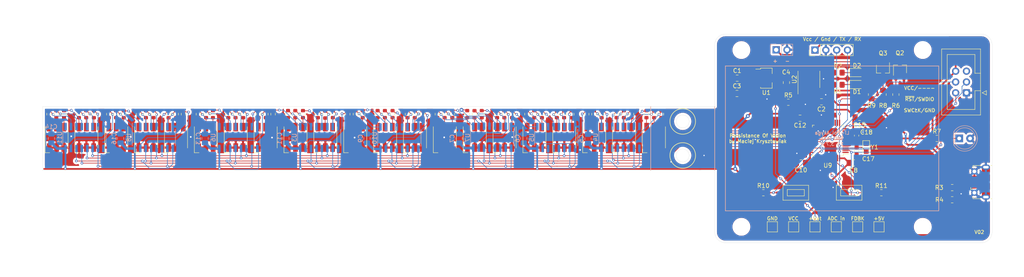
<source format=kicad_pcb>
(kicad_pcb (version 20171130) (host pcbnew "(5.1.10)-1")
  (title_block (rev 1))
  (layers (0 F.Cu signal) (31 B.Cu signal) (34 B.Paste user) (35 F.Paste user) (36 B.SilkS user) (37 F.SilkS user) (38 B.Mask user) (39 F.Mask user) (44 Edge.Cuts user))
  (net 0 "")
  (net 1 GND)
  (net 2 /SPI_MOSI)
  (net 3 /RCLK)
  (net 4 VCC)
  (net 5 /SWCLK)
  (net 6 /SWDIO)
  (net 7 /~rst)
  (net 8 /led_0_R)
  (net 9 /led_0_G)
  (net 10 /led_2_B)
  (net 11 /led_7_R)
  (net 12 /led_1_R)
  (net 13 /led_2_R)
  (net 14 /led_3_R)
  (net 15 /led_4_R)
  (net 16 /led_5_R)
  (net 17 /led_6_R)
  (net 18 /led_1_G)
  (net 19 /led_2_G)
  (net 20 /led_3_G)
  (net 21 /led_4_G)
  (net 22 /led_5_G)
  (net 23 /led_6_G)
  (net 24 /led_1_B)
  (net 25 /led_3_B)
  (net 26 /led_4_B)
  (net 27 /led_5_B)
  (net 28 /led_6_B)
  (net 29 /led_8_R)
  (net 30 /led_9_R)
  (net 31 /led_10_R)
  (net 32 /led_11_R)
  (net 33 /led_12_R)
  (net 34 /led_13_R)
  (net 35 /led_7_G)
  (net 36 /led_8_G)
  (net 37 /led_9_G)
  (net 38 /led_10_G)
  (net 39 /led_11_G)
  (net 40 /led_12_G)
  (net 41 /led_13_G)
  (net 42 /led_7_B)
  (net 43 /led_8_B)
  (net 44 /led_9_B)
  (net 45 /led_10_B)
  (net 46 /led_11_B)
  (net 47 /led_12_B)
  (net 48 /led_13_B)
  (net 49 /led_14_R)
  (net 50 /led_15_R)
  (net 51 /led_16_R)
  (net 52 /led_17_R)
  (net 53 /led_18_R)
  (net 54 /led_19_R)
  (net 55 /led_20_R)
  (net 56 /led_14_G)
  (net 57 /led_15_G)
  (net 58 /led_16_G)
  (net 59 /led_17_G)
  (net 60 /led_18_G)
  (net 61 /led_19_G)
  (net 62 /led_20_G)
  (net 63 /led_14_B)
  (net 64 /led_15_B)
  (net 65 /led_16_B)
  (net 66 /led_17_B)
  (net 67 /led_18_B)
  (net 68 /led_19_B)
  (net 69 /led_20_B)
  (net 70 /~OE)
  (net 71 /SPI_CLK)
  (net 72 /~CLEAR)
  (net 73 /led_0_B)
  (net 74 "Net-(U4-Pad9)")
  (net 75 "Net-(U5-Pad9)")
  (net 76 "Net-(U10-Pad14)")
  (net 77 "Net-(D3-Pad6)")
  (net 78 "Net-(D3-Pad5)")
  (net 79 "Net-(D3-Pad4)")
  (net 80 "Net-(D4-Pad6)")
  (net 81 "Net-(D4-Pad5)")
  (net 82 "Net-(D4-Pad4)")
  (net 83 "Net-(D5-Pad6)")
  (net 84 "Net-(D5-Pad5)")
  (net 85 "Net-(D5-Pad4)")
  (net 86 "Net-(D6-Pad6)")
  (net 87 "Net-(D6-Pad5)")
  (net 88 "Net-(D6-Pad4)")
  (net 89 "Net-(D7-Pad6)")
  (net 90 "Net-(D7-Pad5)")
  (net 91 "Net-(D7-Pad4)")
  (net 92 "Net-(D8-Pad6)")
  (net 93 "Net-(D8-Pad5)")
  (net 94 "Net-(D8-Pad4)")
  (net 95 "Net-(D9-Pad6)")
  (net 96 "Net-(D9-Pad5)")
  (net 97 "Net-(D9-Pad4)")
  (net 98 "Net-(D10-Pad6)")
  (net 99 "Net-(D10-Pad5)")
  (net 100 "Net-(D10-Pad4)")
  (net 101 "Net-(D11-Pad6)")
  (net 102 "Net-(D11-Pad5)")
  (net 103 "Net-(D11-Pad4)")
  (net 104 "Net-(D12-Pad6)")
  (net 105 "Net-(D12-Pad5)")
  (net 106 "Net-(D12-Pad4)")
  (net 107 "Net-(D13-Pad6)")
  (net 108 "Net-(D13-Pad5)")
  (net 109 "Net-(D13-Pad4)")
  (net 110 "Net-(D14-Pad6)")
  (net 111 "Net-(D14-Pad5)")
  (net 112 "Net-(D14-Pad4)")
  (net 113 "Net-(D15-Pad6)")
  (net 114 "Net-(D15-Pad5)")
  (net 115 "Net-(D15-Pad4)")
  (net 116 "Net-(D16-Pad6)")
  (net 117 "Net-(D16-Pad5)")
  (net 118 "Net-(D16-Pad4)")
  (net 119 "Net-(D17-Pad6)")
  (net 120 "Net-(D17-Pad5)")
  (net 121 "Net-(D17-Pad4)")
  (net 122 "Net-(D18-Pad6)")
  (net 123 "Net-(D18-Pad5)")
  (net 124 "Net-(D18-Pad4)")
  (net 125 "Net-(D19-Pad6)")
  (net 126 "Net-(D19-Pad5)")
  (net 127 "Net-(D19-Pad4)")
  (net 128 "Net-(D20-Pad6)")
  (net 129 "Net-(D20-Pad5)")
  (net 130 "Net-(D20-Pad4)")
  (net 131 "Net-(D21-Pad6)")
  (net 132 "Net-(D21-Pad5)")
  (net 133 "Net-(D21-Pad4)")
  (net 134 "Net-(U3-Pad9)")
  (net 135 +BATT)
  (net 136 "Net-(Q2-Pad3)")
  (net 137 /BAT_EN)
  (net 138 /BAT_IN)
  (net 139 /boot)
  (net 140 +5V)
  (net 141 "Net-(C17-Pad2)")
  (net 142 "Net-(C18-Pad2)")
  (net 143 "Net-(D1-Pad1)")
  (net 144 "Net-(D2-Pad1)")
  (net 145 "Net-(D22-Pad6)")
  (net 146 "Net-(D22-Pad5)")
  (net 147 "Net-(D22-Pad4)")
  (net 148 "Net-(D23-Pad6)")
  (net 149 "Net-(D23-Pad5)")
  (net 150 "Net-(D23-Pad4)")
  (net 151 /MCU_TX)
  (net 152 /MCU_RX)
  (net 153 "Net-(Q2-Pad1)")
  (net 154 "Net-(Q3-Pad3)")
  (net 155 "Net-(R1-Pad1)")
  (net 156 "Net-(R2-Pad2)")
  (net 157 /USB_Flag)
  (net 158 "Net-(R5-Pad1)")
  (net 159 /SIPO_OUT_4)
  (net 160 "Net-(U6-Pad9)")
  (net 161 "Net-(U11-Pad14)")
  (net 162 /FDBK)
  (module LED_THT:LED_D5.0mm (layer B.Cu) (at 264.8 97.5)
    (fp_text reference D24 hide)
    (fp_text value D_Photo)
    (pad 2 thru_hole circle (at 2.54 0) (size 1.8 1.8) (drill 0.9) (layers *.Cu *.Mask) (net 1 GND))
    (pad 1 thru_hole rect (at 0 0) (size 1.8 1.8) (drill 0.9) (layers *.Cu *.Mask) (net 162 /FDBK))
  )
  (module Crystal:Crystal_SMD_2012-2Pin_2.0x1.2mm_HandSoldering (layer F.Cu) (at 243 99.675 270)
    (fp_text reference Y1 (at -0.125 -1.95 180) (layer F.SilkS))
    (fp_text value "32.768 KHz")
    (pad 2 smd rect (at 0.925 0 270) (size 1.05 1.1) (layers F.Cu F.Paste F.Mask) (net 141 "Net-(C17-Pad2)"))
    (pad 1 smd rect (at -0.925 0 270) (size 1.05 1.1) (layers F.Cu F.Paste F.Mask) (net 142 "Net-(C18-Pad2)"))
  )
  (module Package_QFP:LQFP-48_7x7mm_P0.5mm (layer F.Cu) (at 234 98 180)
    (fp_text reference U9 (at 0 -5.85) (layer F.SilkS))
    (fp_text value STM32L051C8Tx)
    (pad 48 smd roundrect (at -2.75 -4.1625 180) (size 0.3 1.475) (layers F.Cu F.Paste F.Mask) (net 4 VCC))
    (pad 47 smd roundrect (at -2.25 -4.1625 180) (size 0.3 1.475) (layers F.Cu F.Paste F.Mask) (net 1 GND))
    (pad 46 smd roundrect (at -1.75 -4.1625 180) (size 0.3 1.475) (layers F.Cu F.Paste F.Mask) (net 157 /USB_Flag))
    (pad 45 smd roundrect (at -1.25 -4.1625 180) (size 0.3 1.475) (layers F.Cu F.Paste F.Mask))
    (pad 44 smd roundrect (at -0.75 -4.1625 180) (size 0.3 1.475) (layers F.Cu F.Paste F.Mask) (net 139 /boot))
    (pad 43 smd roundrect (at -0.25 -4.1625 180) (size 0.3 1.475) (layers F.Cu F.Paste F.Mask))
    (pad 42 smd roundrect (at 0.25 -4.1625 180) (size 0.3 1.475) (layers F.Cu F.Paste F.Mask))
    (pad 41 smd roundrect (at 0.75 -4.1625 180) (size 0.3 1.475) (layers F.Cu F.Paste F.Mask))
    (pad 40 smd roundrect (at 1.25 -4.1625 180) (size 0.3 1.475) (layers F.Cu F.Paste F.Mask))
    (pad 39 smd roundrect (at 1.75 -4.1625 180) (size 0.3 1.475) (layers F.Cu F.Paste F.Mask))
    (pad 38 smd roundrect (at 2.25 -4.1625 180) (size 0.3 1.475) (layers F.Cu F.Paste F.Mask))
    (pad 37 smd roundrect (at 2.75 -4.1625 180) (size 0.3 1.475) (layers F.Cu F.Paste F.Mask) (net 5 /SWCLK))
    (pad 36 smd roundrect (at 4.1625 -2.75 180) (size 1.475 0.3) (layers F.Cu F.Paste F.Mask) (net 4 VCC))
    (pad 35 smd roundrect (at 4.1625 -2.25 180) (size 1.475 0.3) (layers F.Cu F.Paste F.Mask) (net 1 GND))
    (pad 34 smd roundrect (at 4.1625 -1.75 180) (size 1.475 0.3) (layers F.Cu F.Paste F.Mask) (net 6 /SWDIO))
    (pad 33 smd roundrect (at 4.1625 -1.25 180) (size 1.475 0.3) (layers F.Cu F.Paste F.Mask) (net 72 /~CLEAR))
    (pad 32 smd roundrect (at 4.1625 -0.75 180) (size 1.475 0.3) (layers F.Cu F.Paste F.Mask) (net 70 /~OE))
    (pad 31 smd roundrect (at 4.1625 -0.25 180) (size 1.475 0.3) (layers F.Cu F.Paste F.Mask) (net 152 /MCU_RX))
    (pad 30 smd roundrect (at 4.1625 0.25 180) (size 1.475 0.3) (layers F.Cu F.Paste F.Mask) (net 151 /MCU_TX))
    (pad 29 smd roundrect (at 4.1625 0.75 180) (size 1.475 0.3) (layers F.Cu F.Paste F.Mask))
    (pad 28 smd roundrect (at 4.1625 1.25 180) (size 1.475 0.3) (layers F.Cu F.Paste F.Mask) (net 2 /SPI_MOSI))
    (pad 27 smd roundrect (at 4.1625 1.75 180) (size 1.475 0.3) (layers F.Cu F.Paste F.Mask) (net 3 /RCLK))
    (pad 26 smd roundrect (at 4.1625 2.25 180) (size 1.475 0.3) (layers F.Cu F.Paste F.Mask) (net 71 /SPI_CLK))
    (pad 25 smd roundrect (at 4.1625 2.75 180) (size 1.475 0.3) (layers F.Cu F.Paste F.Mask))
    (pad 24 smd roundrect (at 2.75 4.1625 180) (size 0.3 1.475) (layers F.Cu F.Paste F.Mask) (net 4 VCC))
    (pad 23 smd roundrect (at 2.25 4.1625 180) (size 0.3 1.475) (layers F.Cu F.Paste F.Mask) (net 1 GND))
    (pad 22 smd roundrect (at 1.75 4.1625 180) (size 0.3 1.475) (layers F.Cu F.Paste F.Mask))
    (pad 21 smd roundrect (at 1.25 4.1625 180) (size 0.3 1.475) (layers F.Cu F.Paste F.Mask))
    (pad 20 smd roundrect (at 0.75 4.1625 180) (size 0.3 1.475) (layers F.Cu F.Paste F.Mask))
    (pad 19 smd roundrect (at 0.25 4.1625 180) (size 0.3 1.475) (layers F.Cu F.Paste F.Mask))
    (pad 18 smd roundrect (at -0.25 4.1625 180) (size 0.3 1.475) (layers F.Cu F.Paste F.Mask))
    (pad 17 smd roundrect (at -0.75 4.1625 180) (size 0.3 1.475) (layers F.Cu F.Paste F.Mask))
    (pad 16 smd roundrect (at -1.25 4.1625 180) (size 0.3 1.475) (layers F.Cu F.Paste F.Mask))
    (pad 15 smd roundrect (at -1.75 4.1625 180) (size 0.3 1.475) (layers F.Cu F.Paste F.Mask))
    (pad 14 smd roundrect (at -2.25 4.1625 180) (size 0.3 1.475) (layers F.Cu F.Paste F.Mask))
    (pad 13 smd roundrect (at -2.75 4.1625 180) (size 0.3 1.475) (layers F.Cu F.Paste F.Mask) (net 138 /BAT_IN))
    (pad 12 smd roundrect (at -4.1625 2.75 180) (size 1.475 0.3) (layers F.Cu F.Paste F.Mask) (net 137 /BAT_EN))
    (pad 11 smd roundrect (at -4.1625 2.25 180) (size 1.475 0.3) (layers F.Cu F.Paste F.Mask))
    (pad 10 smd roundrect (at -4.1625 1.75 180) (size 1.475 0.3) (layers F.Cu F.Paste F.Mask))
    (pad 9 smd roundrect (at -4.1625 1.25 180) (size 1.475 0.3) (layers F.Cu F.Paste F.Mask) (net 4 VCC))
    (pad 8 smd roundrect (at -4.1625 0.75 180) (size 1.475 0.3) (layers F.Cu F.Paste F.Mask) (net 1 GND))
    (pad 7 smd roundrect (at -4.1625 0.25 180) (size 1.475 0.3) (layers F.Cu F.Paste F.Mask) (net 7 /~rst))
    (pad 6 smd roundrect (at -4.1625 -0.25 180) (size 1.475 0.3) (layers F.Cu F.Paste F.Mask))
    (pad 5 smd roundrect (at -4.1625 -0.75 180) (size 1.475 0.3) (layers F.Cu F.Paste F.Mask))
    (pad 4 smd roundrect (at -4.1625 -1.25 180) (size 1.475 0.3) (layers F.Cu F.Paste F.Mask) (net 142 "Net-(C18-Pad2)"))
    (pad 3 smd roundrect (at -4.1625 -1.75 180) (size 1.475 0.3) (layers F.Cu F.Paste F.Mask) (net 141 "Net-(C17-Pad2)"))
    (pad 2 smd roundrect (at -4.1625 -2.25 180) (size 1.475 0.3) (layers F.Cu F.Paste F.Mask) (net 162 /FDBK))
    (pad 1 smd roundrect (at -4.1625 -2.75 180) (size 1.475 0.3) (layers F.Cu F.Paste F.Mask))
  )
  (module Package_SO:SOP-8_3.9x4.9mm_P1.27mm (layer F.Cu) (at 229.575 83.635 90)
    (fp_text reference U2 (at 0 -3.4 90) (layer F.SilkS))
    (fp_text value TP4056)
    (pad 8 smd roundrect (at 2.625 -1.905 90) (size 1.65 0.6) (layers F.Cu F.Paste F.Mask) (net 140 +5V))
    (pad 7 smd roundrect (at 2.625 -0.635 90) (size 1.65 0.6) (layers F.Cu F.Paste F.Mask) (net 155 "Net-(R1-Pad1)"))
    (pad 6 smd roundrect (at 2.625 0.635 90) (size 1.65 0.6) (layers F.Cu F.Paste F.Mask) (net 156 "Net-(R2-Pad2)"))
    (pad 5 smd roundrect (at 2.625 1.905 90) (size 1.65 0.6) (layers F.Cu F.Paste F.Mask) (net 135 +BATT))
    (pad 4 smd roundrect (at -2.625 1.905 90) (size 1.65 0.6) (layers F.Cu F.Paste F.Mask) (net 140 +5V))
    (pad 3 smd roundrect (at -2.625 0.635 90) (size 1.65 0.6) (layers F.Cu F.Paste F.Mask) (net 1 GND))
    (pad 2 smd roundrect (at -2.625 -0.635 90) (size 1.65 0.6) (layers F.Cu F.Paste F.Mask) (net 158 "Net-(R5-Pad1)"))
    (pad 1 smd roundrect (at -2.625 -1.905 90) (size 1.65 0.6) (layers F.Cu F.Paste F.Mask) (net 1 GND))
  )
  (module Package_TO_SOT_SMD:SOT-89-3_Handsoldering (layer F.Cu) (at 219.3 83.35)
    (fp_text reference U1 (at 0.3 3.4) (layer F.SilkS))
    (fp_text value HT7325)
    (pad 2 smd custom (at -2.0625 0) (size 2.475 0.9) (layers F.Cu F.Paste F.Mask) (net 135 +BATT) (options (clearance outline) (anchor rect)) (primitives (gr_poly (pts (xy 1.2375 -0.8665) (xy 5.3625 -0.8665) (xy 5.3625 0.8665) (xy 1.2375 0.8665)) (width 0))))
    (pad 3 smd rect (at -2.15 1.5) (size 2.3 0.9) (layers F.Cu F.Paste F.Mask) (net 4 VCC))
    (pad 1 smd rect (at -2.15 -1.5) (size 2.3 0.9) (layers F.Cu F.Paste F.Mask) (net 1 GND))
  )
  (module TestPoint:TestPoint_Pad_2.0x2.0mm (layer F.Cu) (at 231 118.25)
    (fp_text reference TP6 hide)
    (fp_text value TestPoint)
    (pad 1 smd rect (at 0 0) (size 2 2) (layers F.Cu F.Mask) (net 135 +BATT))
  )
  (module TestPoint:TestPoint_Pad_2.0x2.0mm (layer F.Cu) (at 246 118.25)
    (fp_text reference TP5 hide)
    (fp_text value TestPoint)
    (pad 1 smd rect (at 0 0) (size 2 2) (layers F.Cu F.Mask) (net 140 +5V))
  )
  (module TestPoint:TestPoint_Pad_2.0x2.0mm (layer F.Cu) (at 236 118.25)
    (fp_text reference TP4 hide)
    (fp_text value TestPoint)
    (pad 1 smd rect (at 0 0) (size 2 2) (layers F.Cu F.Mask) (net 138 /BAT_IN))
  )
  (module TestPoint:TestPoint_Pad_2.0x2.0mm (layer F.Cu) (at 241 118.25)
    (fp_text reference TP3 hide)
    (fp_text value TestPoint)
    (pad 1 smd rect (at 0 0) (size 2 2) (layers F.Cu F.Mask) (net 162 /FDBK))
  )
  (module TestPoint:TestPoint_Pad_2.0x2.0mm (layer F.Cu) (at 221 118.25)
    (fp_text reference TP2 hide)
    (fp_text value TestPoint)
    (pad 1 smd rect (at 0 0) (size 2 2) (layers F.Cu F.Mask) (net 1 GND))
  )
  (module TestPoint:TestPoint_Pad_2.0x2.0mm (layer F.Cu) (at 226 118.25)
    (fp_text reference TP1 hide)
    (fp_text value TestPoint)
    (pad 1 smd rect (at 0 0) (size 2 2) (layers F.Cu F.Mask) (net 4 VCC))
  )
  (module custom_buttons_switches:TSB008 (layer F.Cu) (at 236 112)
    (fp_text reference SW2 hide)
    (fp_text value BOOT)
    (pad 2 smd rect (at 6.825 -1.75) (size 1.5 0.6) (layers F.Cu F.Paste F.Mask) (net 139 /boot))
    (pad 1 smd rect (at -0.825 -1.75) (size 1.5 0.6) (layers F.Cu F.Paste F.Mask) (net 4 VCC))
  )
  (module custom_buttons_switches:TSB008 (layer F.Cu) (at 223.5 112)
    (fp_text reference SW1 hide)
    (fp_text value RST)
    (pad 2 smd rect (at 6.825 -1.75) (size 1.5 0.6) (layers F.Cu F.Paste F.Mask) (net 1 GND))
    (pad 1 smd rect (at -0.825 -1.75) (size 1.5 0.6) (layers F.Cu F.Paste F.Mask) (net 7 /~rst))
  )
  (module Resistor_SMD:R_0603_1608Metric (layer F.Cu) (at 55 91.8 270)
    (fp_text reference R74 hide)
    (fp_text value 10K)
    (pad 2 smd roundrect (at 0.825 0 270) (size 0.8 0.95) (layers F.Cu F.Paste F.Mask) (net 150 "Net-(D23-Pad4)"))
    (pad 1 smd roundrect (at -0.825 0 270) (size 0.8 0.95) (layers F.Cu F.Paste F.Mask) (net 69 /led_20_B))
  )
  (module Resistor_SMD:R_0603_1608Metric (layer F.Cu) (at 62 91.8125 270)
    (fp_text reference R73 hide)
    (fp_text value 10K)
    (pad 2 smd roundrect (at 0.825 0 270) (size 0.8 0.95) (layers F.Cu F.Paste F.Mask) (net 147 "Net-(D22-Pad4)"))
    (pad 1 smd roundrect (at -0.825 0 270) (size 0.8 0.95) (layers F.Cu F.Paste F.Mask) (net 68 /led_19_B))
  )
  (module Resistor_SMD:R_0603_1608Metric (layer F.Cu) (at 69 91.8125 270)
    (fp_text reference R72 hide)
    (fp_text value 10K)
    (pad 2 smd roundrect (at 0.825 0 270) (size 0.8 0.95) (layers F.Cu F.Paste F.Mask) (net 133 "Net-(D21-Pad4)"))
    (pad 1 smd roundrect (at -0.825 0 270) (size 0.8 0.95) (layers F.Cu F.Paste F.Mask) (net 67 /led_18_B))
  )
  (module Resistor_SMD:R_0603_1608Metric (layer F.Cu) (at 76 91.8 270)
    (fp_text reference R71 hide)
    (fp_text value 10K)
    (pad 2 smd roundrect (at 0.825 0 270) (size 0.8 0.95) (layers F.Cu F.Paste F.Mask) (net 130 "Net-(D20-Pad4)"))
    (pad 1 smd roundrect (at -0.825 0 270) (size 0.8 0.95) (layers F.Cu F.Paste F.Mask) (net 66 /led_17_B))
  )
  (module Resistor_SMD:R_0603_1608Metric (layer F.Cu) (at 83 91.8 270)
    (fp_text reference R70 hide)
    (fp_text value 10K)
    (pad 2 smd roundrect (at 0.825 0 270) (size 0.8 0.95) (layers F.Cu F.Paste F.Mask) (net 127 "Net-(D19-Pad4)"))
    (pad 1 smd roundrect (at -0.825 0 270) (size 0.8 0.95) (layers F.Cu F.Paste F.Mask) (net 65 /led_16_B))
  )
  (module Resistor_SMD:R_0603_1608Metric (layer F.Cu) (at 89.9 91.8 270)
    (fp_text reference R69 hide)
    (fp_text value 10K)
    (pad 2 smd roundrect (at 0.825 0 270) (size 0.8 0.95) (layers F.Cu F.Paste F.Mask) (net 124 "Net-(D18-Pad4)"))
    (pad 1 smd roundrect (at -0.825 0 270) (size 0.8 0.95) (layers F.Cu F.Paste F.Mask) (net 64 /led_15_B))
  )
  (module Resistor_SMD:R_0603_1608Metric (layer F.Cu) (at 97 91.8125 270)
    (fp_text reference R68 hide)
    (fp_text value 10K)
    (pad 2 smd roundrect (at 0.825 0 270) (size 0.8 0.95) (layers F.Cu F.Paste F.Mask) (net 121 "Net-(D17-Pad4)"))
    (pad 1 smd roundrect (at -0.825 0 270) (size 0.8 0.95) (layers F.Cu F.Paste F.Mask) (net 63 /led_14_B))
  )
  (module Resistor_SMD:R_0603_1608Metric (layer F.Cu) (at 53.2 91.8125 270)
    (fp_text reference R67 hide)
    (fp_text value 10K)
    (pad 2 smd roundrect (at 0.825 0 270) (size 0.8 0.95) (layers F.Cu F.Paste F.Mask) (net 149 "Net-(D23-Pad5)"))
    (pad 1 smd roundrect (at -0.825 0 270) (size 0.8 0.95) (layers F.Cu F.Paste F.Mask) (net 62 /led_20_G))
  )
  (module Resistor_SMD:R_0603_1608Metric (layer F.Cu) (at 60.2 91.8 270)
    (fp_text reference R66 hide)
    (fp_text value 10K)
    (pad 2 smd roundrect (at 0.825 0 270) (size 0.8 0.95) (layers F.Cu F.Paste F.Mask) (net 146 "Net-(D22-Pad5)"))
    (pad 1 smd roundrect (at -0.825 0 270) (size 0.8 0.95) (layers F.Cu F.Paste F.Mask) (net 61 /led_19_G))
  )
  (module Resistor_SMD:R_0603_1608Metric (layer F.Cu) (at 67.2 91.8 270)
    (fp_text reference R65 hide)
    (fp_text value 10K)
    (pad 2 smd roundrect (at 0.825 0 270) (size 0.8 0.95) (layers F.Cu F.Paste F.Mask) (net 132 "Net-(D21-Pad5)"))
    (pad 1 smd roundrect (at -0.825 0 270) (size 0.8 0.95) (layers F.Cu F.Paste F.Mask) (net 60 /led_18_G))
  )
  (module Resistor_SMD:R_0603_1608Metric (layer F.Cu) (at 74.2 91.8 270)
    (fp_text reference R64 hide)
    (fp_text value 10K)
    (pad 2 smd roundrect (at 0.825 0 270) (size 0.8 0.95) (layers F.Cu F.Paste F.Mask) (net 129 "Net-(D20-Pad5)"))
    (pad 1 smd roundrect (at -0.825 0 270) (size 0.8 0.95) (layers F.Cu F.Paste F.Mask) (net 59 /led_17_G))
  )
  (module Resistor_SMD:R_0603_1608Metric (layer F.Cu) (at 81.3 91.7875 270)
    (fp_text reference R63 hide)
    (fp_text value 10K)
    (pad 2 smd roundrect (at 0.825 0 270) (size 0.8 0.95) (layers F.Cu F.Paste F.Mask) (net 126 "Net-(D19-Pad5)"))
    (pad 1 smd roundrect (at -0.825 0 270) (size 0.8 0.95) (layers F.Cu F.Paste F.Mask) (net 58 /led_16_G))
  )
  (module Resistor_SMD:R_0603_1608Metric (layer F.Cu) (at 88.3 91.8 270)
    (fp_text reference R62 hide)
    (fp_text value 10K)
    (pad 2 smd roundrect (at 0.825 0 270) (size 0.8 0.95) (layers F.Cu F.Paste F.Mask) (net 123 "Net-(D18-Pad5)"))
    (pad 1 smd roundrect (at -0.825 0 270) (size 0.8 0.95) (layers F.Cu F.Paste F.Mask) (net 57 /led_15_G))
  )
  (module Resistor_SMD:R_0603_1608Metric (layer F.Cu) (at 95.2 91.8 270)
    (fp_text reference R61 hide)
    (fp_text value 10K)
    (pad 2 smd roundrect (at 0.825 0 270) (size 0.8 0.95) (layers F.Cu F.Paste F.Mask) (net 120 "Net-(D17-Pad5)"))
    (pad 1 smd roundrect (at -0.825 0 270) (size 0.8 0.95) (layers F.Cu F.Paste F.Mask) (net 56 /led_14_G))
  )
  (module Resistor_SMD:R_0603_1608Metric (layer F.Cu) (at 51.5 91.8 270)
    (fp_text reference R60 hide)
    (fp_text value 10K)
    (pad 2 smd roundrect (at 0.825 0 270) (size 0.8 0.95) (layers F.Cu F.Paste F.Mask) (net 148 "Net-(D23-Pad6)"))
    (pad 1 smd roundrect (at -0.825 0 270) (size 0.8 0.95) (layers F.Cu F.Paste F.Mask) (net 55 /led_20_R))
  )
  (module Resistor_SMD:R_0603_1608Metric (layer F.Cu) (at 58.5 91.8 270)
    (fp_text reference R59 hide)
    (fp_text value 10K)
    (pad 2 smd roundrect (at 0.825 0 270) (size 0.8 0.95) (layers F.Cu F.Paste F.Mask) (net 145 "Net-(D22-Pad6)"))
    (pad 1 smd roundrect (at -0.825 0 270) (size 0.8 0.95) (layers F.Cu F.Paste F.Mask) (net 54 /led_19_R))
  )
  (module Resistor_SMD:R_0603_1608Metric (layer F.Cu) (at 65.5 91.8 270)
    (fp_text reference R58 hide)
    (fp_text value 10K)
    (pad 2 smd roundrect (at 0.825 0 270) (size 0.8 0.95) (layers F.Cu F.Paste F.Mask) (net 131 "Net-(D21-Pad6)"))
    (pad 1 smd roundrect (at -0.825 0 270) (size 0.8 0.95) (layers F.Cu F.Paste F.Mask) (net 53 /led_18_R))
  )
  (module Resistor_SMD:R_0603_1608Metric (layer F.Cu) (at 72.5 91.8 270)
    (fp_text reference R57 hide)
    (fp_text value 10K)
    (pad 2 smd roundrect (at 0.825 0 270) (size 0.8 0.95) (layers F.Cu F.Paste F.Mask) (net 128 "Net-(D20-Pad6)"))
    (pad 1 smd roundrect (at -0.825 0 270) (size 0.8 0.95) (layers F.Cu F.Paste F.Mask) (net 52 /led_17_R))
  )
  (module Resistor_SMD:R_0603_1608Metric (layer F.Cu) (at 79.5 91.8125 270)
    (fp_text reference R56 hide)
    (fp_text value 10K)
    (pad 2 smd roundrect (at 0.825 0 270) (size 0.8 0.95) (layers F.Cu F.Paste F.Mask) (net 125 "Net-(D19-Pad6)"))
    (pad 1 smd roundrect (at -0.825 0 270) (size 0.8 0.95) (layers F.Cu F.Paste F.Mask) (net 51 /led_16_R))
  )
  (module Resistor_SMD:R_0603_1608Metric (layer F.Cu) (at 86.5 91.8 270)
    (fp_text reference R55 hide)
    (fp_text value 10K)
    (pad 2 smd roundrect (at 0.825 0 270) (size 0.8 0.95) (layers F.Cu F.Paste F.Mask) (net 122 "Net-(D18-Pad6)"))
    (pad 1 smd roundrect (at -0.825 0 270) (size 0.8 0.95) (layers F.Cu F.Paste F.Mask) (net 50 /led_15_R))
  )
  (module Resistor_SMD:R_0603_1608Metric (layer F.Cu) (at 93.5 91.8 270)
    (fp_text reference R54 hide)
    (fp_text value 10K)
    (pad 2 smd roundrect (at 0.825 0 270) (size 0.8 0.95) (layers F.Cu F.Paste F.Mask) (net 119 "Net-(D17-Pad6)"))
    (pad 1 smd roundrect (at -0.825 0 270) (size 0.8 0.95) (layers F.Cu F.Paste F.Mask) (net 49 /led_14_R))
  )
  (module Resistor_SMD:R_0603_1608Metric (layer F.Cu) (at 104 91.8 270)
    (fp_text reference R53 hide)
    (fp_text value 10K)
    (pad 2 smd roundrect (at 0.825 0 270) (size 0.8 0.95) (layers F.Cu F.Paste F.Mask) (net 118 "Net-(D16-Pad4)"))
    (pad 1 smd roundrect (at -0.825 0 270) (size 0.8 0.95) (layers F.Cu F.Paste F.Mask) (net 48 /led_13_B))
  )
  (module Resistor_SMD:R_0603_1608Metric (layer F.Cu) (at 111 91.8 270)
    (fp_text reference R52 hide)
    (fp_text value 10K)
    (pad 2 smd roundrect (at 0.825 0 270) (size 0.8 0.95) (layers F.Cu F.Paste F.Mask) (net 115 "Net-(D15-Pad4)"))
    (pad 1 smd roundrect (at -0.825 0 270) (size 0.8 0.95) (layers F.Cu F.Paste F.Mask) (net 47 /led_12_B))
  )
  (module Resistor_SMD:R_0603_1608Metric (layer F.Cu) (at 118 91.8 270)
    (fp_text reference R51 hide)
    (fp_text value 10K)
    (pad 2 smd roundrect (at 0.825 0 270) (size 0.8 0.95) (layers F.Cu F.Paste F.Mask) (net 112 "Net-(D14-Pad4)"))
    (pad 1 smd roundrect (at -0.825 0 270) (size 0.8 0.95) (layers F.Cu F.Paste F.Mask) (net 46 /led_11_B))
  )
  (module Resistor_SMD:R_0603_1608Metric (layer F.Cu) (at 125 91.8 270)
    (fp_text reference R50 hide)
    (fp_text value 10K)
    (pad 2 smd roundrect (at 0.825 0 270) (size 0.8 0.95) (layers F.Cu F.Paste F.Mask) (net 109 "Net-(D13-Pad4)"))
    (pad 1 smd roundrect (at -0.825 0 270) (size 0.8 0.95) (layers F.Cu F.Paste F.Mask) (net 45 /led_10_B))
  )
  (module Resistor_SMD:R_0603_1608Metric (layer F.Cu) (at 132 91.8 270)
    (fp_text reference R49 hide)
    (fp_text value 10K)
    (pad 2 smd roundrect (at 0.825 0 270) (size 0.8 0.95) (layers F.Cu F.Paste F.Mask) (net 106 "Net-(D12-Pad4)"))
    (pad 1 smd roundrect (at -0.825 0 270) (size 0.8 0.95) (layers F.Cu F.Paste F.Mask) (net 44 /led_9_B))
  )
  (module Resistor_SMD:R_0603_1608Metric (layer F.Cu) (at 139 91.7875 270)
    (fp_text reference R48 hide)
    (fp_text value 10K)
    (pad 2 smd roundrect (at 0.825 0 270) (size 0.8 0.95) (layers F.Cu F.Paste F.Mask) (net 103 "Net-(D11-Pad4)"))
    (pad 1 smd roundrect (at -0.825 0 270) (size 0.8 0.95) (layers F.Cu F.Paste F.Mask) (net 43 /led_8_B))
  )
  (module Resistor_SMD:R_0603_1608Metric (layer F.Cu) (at 146 91.7875 270)
    (fp_text reference R47 hide)
    (fp_text value 10K)
    (pad 2 smd roundrect (at 0.825 0 270) (size 0.8 0.95) (layers F.Cu F.Paste F.Mask) (net 100 "Net-(D10-Pad4)"))
    (pad 1 smd roundrect (at -0.825 0 270) (size 0.8 0.95) (layers F.Cu F.Paste F.Mask) (net 42 /led_7_B))
  )
  (module Resistor_SMD:R_0603_1608Metric (layer F.Cu) (at 102.3 91.8 270)
    (fp_text reference R46 hide)
    (fp_text value 10K)
    (pad 2 smd roundrect (at 0.825 0 270) (size 0.8 0.95) (layers F.Cu F.Paste F.Mask) (net 117 "Net-(D16-Pad5)"))
    (pad 1 smd roundrect (at -0.825 0 270) (size 0.8 0.95) (layers F.Cu F.Paste F.Mask) (net 41 /led_13_G))
  )
  (module Resistor_SMD:R_0603_1608Metric (layer F.Cu) (at 109.2 91.8 270)
    (fp_text reference R45 hide)
    (fp_text value 10K)
    (pad 2 smd roundrect (at 0.825 0 270) (size 0.8 0.95) (layers F.Cu F.Paste F.Mask) (net 114 "Net-(D15-Pad5)"))
    (pad 1 smd roundrect (at -0.825 0 270) (size 0.8 0.95) (layers F.Cu F.Paste F.Mask) (net 40 /led_12_G))
  )
  (module Resistor_SMD:R_0603_1608Metric (layer F.Cu) (at 116.2 91.8875 270)
    (fp_text reference R44 hide)
    (fp_text value 10K)
    (pad 2 smd roundrect (at 0.825 0 270) (size 0.8 0.95) (layers F.Cu F.Paste F.Mask) (net 111 "Net-(D14-Pad5)"))
    (pad 1 smd roundrect (at -0.825 0 270) (size 0.8 0.95) (layers F.Cu F.Paste F.Mask) (net 39 /led_11_G))
  )
  (module Resistor_SMD:R_0603_1608Metric (layer F.Cu) (at 123.3 91.8 270)
    (fp_text reference R43 hide)
    (fp_text value 10K)
    (pad 2 smd roundrect (at 0.825 0 270) (size 0.8 0.95) (layers F.Cu F.Paste F.Mask) (net 108 "Net-(D13-Pad5)"))
    (pad 1 smd roundrect (at -0.825 0 270) (size 0.8 0.95) (layers F.Cu F.Paste F.Mask) (net 38 /led_10_G))
  )
  (module Resistor_SMD:R_0603_1608Metric (layer F.Cu) (at 130.2 91.8 270)
    (fp_text reference R42 hide)
    (fp_text value 10K)
    (pad 2 smd roundrect (at 0.825 0 270) (size 0.8 0.95) (layers F.Cu F.Paste F.Mask) (net 105 "Net-(D12-Pad5)"))
    (pad 1 smd roundrect (at -0.825 0 270) (size 0.8 0.95) (layers F.Cu F.Paste F.Mask) (net 37 /led_9_G))
  )
  (module Resistor_SMD:R_0603_1608Metric (layer F.Cu) (at 137.2 91.8125 270)
    (fp_text reference R41 hide)
    (fp_text value 10K)
    (pad 2 smd roundrect (at 0.825 0 270) (size 0.8 0.95) (layers F.Cu F.Paste F.Mask) (net 102 "Net-(D11-Pad5)"))
    (pad 1 smd roundrect (at -0.825 0 270) (size 0.8 0.95) (layers F.Cu F.Paste F.Mask) (net 36 /led_8_G))
  )
  (module Resistor_SMD:R_0603_1608Metric (layer F.Cu) (at 144.2 91.8 270)
    (fp_text reference R40 hide)
    (fp_text value 10K)
    (pad 2 smd roundrect (at 0.825 0 270) (size 0.8 0.95) (layers F.Cu F.Paste F.Mask) (net 99 "Net-(D10-Pad5)"))
    (pad 1 smd roundrect (at -0.825 0 270) (size 0.8 0.95) (layers F.Cu F.Paste F.Mask) (net 35 /led_7_G))
  )
  (module Resistor_SMD:R_0603_1608Metric (layer F.Cu) (at 100.6 91.7875 270)
    (fp_text reference R39 hide)
    (fp_text value 10K)
    (pad 2 smd roundrect (at 0.825 0 270) (size 0.8 0.95) (layers F.Cu F.Paste F.Mask) (net 116 "Net-(D16-Pad6)"))
    (pad 1 smd roundrect (at -0.825 0 270) (size 0.8 0.95) (layers F.Cu F.Paste F.Mask) (net 34 /led_13_R))
  )
  (module Resistor_SMD:R_0603_1608Metric (layer F.Cu) (at 107.5 91.7875 270)
    (fp_text reference R38 hide)
    (fp_text value 10K)
    (pad 2 smd roundrect (at 0.825 0 270) (size 0.8 0.95) (layers F.Cu F.Paste F.Mask) (net 113 "Net-(D15-Pad6)"))
    (pad 1 smd roundrect (at -0.825 0 270) (size 0.8 0.95) (layers F.Cu F.Paste F.Mask) (net 33 /led_12_R))
  )
  (module Resistor_SMD:R_0603_1608Metric (layer F.Cu) (at 114.5 91.8 270)
    (fp_text reference R37 hide)
    (fp_text value 10K)
    (pad 2 smd roundrect (at 0.825 0 270) (size 0.8 0.95) (layers F.Cu F.Paste F.Mask) (net 110 "Net-(D14-Pad6)"))
    (pad 1 smd roundrect (at -0.825 0 270) (size 0.8 0.95) (layers F.Cu F.Paste F.Mask) (net 32 /led_11_R))
  )
  (module Resistor_SMD:R_0603_1608Metric (layer F.Cu) (at 121.5 91.8 270)
    (fp_text reference R36 hide)
    (fp_text value 10K)
    (pad 2 smd roundrect (at 0.825 0 270) (size 0.8 0.95) (layers F.Cu F.Paste F.Mask) (net 107 "Net-(D13-Pad6)"))
    (pad 1 smd roundrect (at -0.825 0 270) (size 0.8 0.95) (layers F.Cu F.Paste F.Mask) (net 31 /led_10_R))
  )
  (module Resistor_SMD:R_0603_1608Metric (layer F.Cu) (at 128.5 91.8 270)
    (fp_text reference R35 hide)
    (fp_text value 10K)
    (pad 2 smd roundrect (at 0.825 0 270) (size 0.8 0.95) (layers F.Cu F.Paste F.Mask) (net 104 "Net-(D12-Pad6)"))
    (pad 1 smd roundrect (at -0.825 0 270) (size 0.8 0.95) (layers F.Cu F.Paste F.Mask) (net 30 /led_9_R))
  )
  (module Resistor_SMD:R_0603_1608Metric (layer F.Cu) (at 135.5 91.8 270)
    (fp_text reference R34 hide)
    (fp_text value 10K)
    (pad 2 smd roundrect (at 0.825 0 270) (size 0.8 0.95) (layers F.Cu F.Paste F.Mask) (net 101 "Net-(D11-Pad6)"))
    (pad 1 smd roundrect (at -0.825 0 270) (size 0.8 0.95) (layers F.Cu F.Paste F.Mask) (net 29 /led_8_R))
  )
  (module Resistor_SMD:R_0603_1608Metric (layer F.Cu) (at 142.5 91.8 270)
    (fp_text reference R33 hide)
    (fp_text value 10K)
    (pad 2 smd roundrect (at 0.825 0 270) (size 0.8 0.95) (layers F.Cu F.Paste F.Mask) (net 98 "Net-(D10-Pad6)"))
    (pad 1 smd roundrect (at -0.825 0 270) (size 0.8 0.95) (layers F.Cu F.Paste F.Mask) (net 11 /led_7_R))
  )
  (module Resistor_SMD:R_0603_1608Metric (layer F.Cu) (at 152.9 91.8 270)
    (fp_text reference R32 hide)
    (fp_text value 10K)
    (pad 2 smd roundrect (at 0.825 0 270) (size 0.8 0.95) (layers F.Cu F.Paste F.Mask) (net 97 "Net-(D9-Pad4)"))
    (pad 1 smd roundrect (at -0.825 0 270) (size 0.8 0.95) (layers F.Cu F.Paste F.Mask) (net 28 /led_6_B))
  )
  (module Resistor_SMD:R_0603_1608Metric (layer F.Cu) (at 160 91.8 270)
    (fp_text reference R31 hide)
    (fp_text value 10K)
    (pad 2 smd roundrect (at 0.825 0 270) (size 0.8 0.95) (layers F.Cu F.Paste F.Mask) (net 94 "Net-(D8-Pad4)"))
    (pad 1 smd roundrect (at -0.825 0 270) (size 0.8 0.95) (layers F.Cu F.Paste F.Mask) (net 27 /led_5_B))
  )
  (module Resistor_SMD:R_0603_1608Metric (layer F.Cu) (at 167 91.8 270)
    (fp_text reference R30 hide)
    (fp_text value 10K)
    (pad 2 smd roundrect (at 0.825 0 270) (size 0.8 0.95) (layers F.Cu F.Paste F.Mask) (net 91 "Net-(D7-Pad4)"))
    (pad 1 smd roundrect (at -0.825 0 270) (size 0.8 0.95) (layers F.Cu F.Paste F.Mask) (net 26 /led_4_B))
  )
  (module Resistor_SMD:R_0603_1608Metric (layer F.Cu) (at 174 91.8125 270)
    (fp_text reference R29 hide)
    (fp_text value 10K)
    (pad 2 smd roundrect (at 0.825 0 270) (size 0.8 0.95) (layers F.Cu F.Paste F.Mask) (net 88 "Net-(D6-Pad4)"))
    (pad 1 smd roundrect (at -0.825 0 270) (size 0.8 0.95) (layers F.Cu F.Paste F.Mask) (net 25 /led_3_B))
  )
  (module Resistor_SMD:R_0603_1608Metric (layer F.Cu) (at 181 91.8125 270)
    (fp_text reference R28 hide)
    (fp_text value 10K)
    (pad 2 smd roundrect (at 0.825 0 270) (size 0.8 0.95) (layers F.Cu F.Paste F.Mask) (net 85 "Net-(D5-Pad4)"))
    (pad 1 smd roundrect (at -0.825 0 270) (size 0.8 0.95) (layers F.Cu F.Paste F.Mask) (net 10 /led_2_B))
  )
  (module Resistor_SMD:R_0603_1608Metric (layer F.Cu) (at 188 91.7875 270)
    (fp_text reference R27 hide)
    (fp_text value 10K)
    (pad 2 smd roundrect (at 0.825 0 270) (size 0.8 0.95) (layers F.Cu F.Paste F.Mask) (net 82 "Net-(D4-Pad4)"))
    (pad 1 smd roundrect (at -0.825 0 270) (size 0.8 0.95) (layers F.Cu F.Paste F.Mask) (net 24 /led_1_B))
  )
  (module Resistor_SMD:R_0603_1608Metric (layer F.Cu) (at 195 91.8 270)
    (fp_text reference R26 hide)
    (fp_text value 10K)
    (pad 2 smd roundrect (at 0.825 0 270) (size 0.8 0.95) (layers F.Cu F.Paste F.Mask) (net 79 "Net-(D3-Pad4)"))
    (pad 1 smd roundrect (at -0.825 0 270) (size 0.8 0.95) (layers F.Cu F.Paste F.Mask) (net 73 /led_0_B))
  )
  (module Resistor_SMD:R_0603_1608Metric (layer F.Cu) (at 151.2 91.8125 270)
    (fp_text reference R25 hide)
    (fp_text value 10K)
    (pad 2 smd roundrect (at 0.825 0 270) (size 0.8 0.95) (layers F.Cu F.Paste F.Mask) (net 96 "Net-(D9-Pad5)"))
    (pad 1 smd roundrect (at -0.825 0 270) (size 0.8 0.95) (layers F.Cu F.Paste F.Mask) (net 23 /led_6_G))
  )
  (module Resistor_SMD:R_0603_1608Metric (layer F.Cu) (at 158.2 91.8 270)
    (fp_text reference R24 hide)
    (fp_text value 10K)
    (pad 2 smd roundrect (at 0.825 0 270) (size 0.8 0.95) (layers F.Cu F.Paste F.Mask) (net 93 "Net-(D8-Pad5)"))
    (pad 1 smd roundrect (at -0.825 0 270) (size 0.8 0.95) (layers F.Cu F.Paste F.Mask) (net 22 /led_5_G))
  )
  (module Resistor_SMD:R_0603_1608Metric (layer F.Cu) (at 165.2 91.8 270)
    (fp_text reference R23 hide)
    (fp_text value 10K)
    (pad 2 smd roundrect (at 0.825 0 270) (size 0.8 0.95) (layers F.Cu F.Paste F.Mask) (net 90 "Net-(D7-Pad5)"))
    (pad 1 smd roundrect (at -0.825 0 270) (size 0.8 0.95) (layers F.Cu F.Paste F.Mask) (net 21 /led_4_G))
  )
  (module Resistor_SMD:R_0603_1608Metric (layer F.Cu) (at 172.2 91.8 270)
    (fp_text reference R22 hide)
    (fp_text value 10K)
    (pad 2 smd roundrect (at 0.825 0 270) (size 0.8 0.95) (layers F.Cu F.Paste F.Mask) (net 87 "Net-(D6-Pad5)"))
    (pad 1 smd roundrect (at -0.825 0 270) (size 0.8 0.95) (layers F.Cu F.Paste F.Mask) (net 20 /led_3_G))
  )
  (module Resistor_SMD:R_0603_1608Metric (layer F.Cu) (at 179.2 91.8 270)
    (fp_text reference R21 hide)
    (fp_text value 10K)
    (pad 2 smd roundrect (at 0.825 0 270) (size 0.8 0.95) (layers F.Cu F.Paste F.Mask) (net 84 "Net-(D5-Pad5)"))
    (pad 1 smd roundrect (at -0.825 0 270) (size 0.8 0.95) (layers F.Cu F.Paste F.Mask) (net 19 /led_2_G))
  )
  (module Resistor_SMD:R_0603_1608Metric (layer F.Cu) (at 186.2 91.8 270)
    (fp_text reference R20 hide)
    (fp_text value 10K)
    (pad 2 smd roundrect (at 0.825 0 270) (size 0.8 0.95) (layers F.Cu F.Paste F.Mask) (net 81 "Net-(D4-Pad5)"))
    (pad 1 smd roundrect (at -0.825 0 270) (size 0.8 0.95) (layers F.Cu F.Paste F.Mask) (net 18 /led_1_G))
  )
  (module Resistor_SMD:R_0603_1608Metric (layer F.Cu) (at 193.3 91.8125 270)
    (fp_text reference R19 hide)
    (fp_text value 10K)
    (pad 2 smd roundrect (at 0.825 0 270) (size 0.8 0.95) (layers F.Cu F.Paste F.Mask) (net 78 "Net-(D3-Pad5)"))
    (pad 1 smd roundrect (at -0.825 0 270) (size 0.8 0.95) (layers F.Cu F.Paste F.Mask) (net 9 /led_0_G))
  )
  (module Resistor_SMD:R_0603_1608Metric (layer F.Cu) (at 149.5 91.8 270)
    (fp_text reference R18 hide)
    (fp_text value 10K)
    (pad 2 smd roundrect (at 0.825 0 270) (size 0.8 0.95) (layers F.Cu F.Paste F.Mask) (net 95 "Net-(D9-Pad6)"))
    (pad 1 smd roundrect (at -0.825 0 270) (size 0.8 0.95) (layers F.Cu F.Paste F.Mask) (net 17 /led_6_R))
  )
  (module Resistor_SMD:R_0603_1608Metric (layer F.Cu) (at 156.5 91.8 270)
    (fp_text reference R17 hide)
    (fp_text value 10K)
    (pad 2 smd roundrect (at 0.825 0 270) (size 0.8 0.95) (layers F.Cu F.Paste F.Mask) (net 92 "Net-(D8-Pad6)"))
    (pad 1 smd roundrect (at -0.825 0 270) (size 0.8 0.95) (layers F.Cu F.Paste F.Mask) (net 16 /led_5_R))
  )
  (module Resistor_SMD:R_0603_1608Metric (layer F.Cu) (at 163.5 91.7875 270)
    (fp_text reference R16 hide)
    (fp_text value 10K)
    (pad 2 smd roundrect (at 0.825 0 270) (size 0.8 0.95) (layers F.Cu F.Paste F.Mask) (net 89 "Net-(D7-Pad6)"))
    (pad 1 smd roundrect (at -0.825 0 270) (size 0.8 0.95) (layers F.Cu F.Paste F.Mask) (net 15 /led_4_R))
  )
  (module Resistor_SMD:R_0603_1608Metric (layer F.Cu) (at 170.5 91.8 270)
    (fp_text reference R15 hide)
    (fp_text value 10K)
    (pad 2 smd roundrect (at 0.825 0 270) (size 0.8 0.95) (layers F.Cu F.Paste F.Mask) (net 86 "Net-(D6-Pad6)"))
    (pad 1 smd roundrect (at -0.825 0 270) (size 0.8 0.95) (layers F.Cu F.Paste F.Mask) (net 14 /led_3_R))
  )
  (module Resistor_SMD:R_0603_1608Metric (layer F.Cu) (at 177.5 91.8 270)
    (fp_text reference R14 hide)
    (fp_text value 10K)
    (pad 2 smd roundrect (at 0.825 0 270) (size 0.8 0.95) (layers F.Cu F.Paste F.Mask) (net 83 "Net-(D5-Pad6)"))
    (pad 1 smd roundrect (at -0.825 0 270) (size 0.8 0.95) (layers F.Cu F.Paste F.Mask) (net 13 /led_2_R))
  )
  (module Resistor_SMD:R_0603_1608Metric (layer F.Cu) (at 184.5 91.8 270)
    (fp_text reference R13 hide)
    (fp_text value 10K)
    (pad 2 smd roundrect (at 0.825 0 270) (size 0.8 0.95) (layers F.Cu F.Paste F.Mask) (net 80 "Net-(D4-Pad6)"))
    (pad 1 smd roundrect (at -0.825 0 270) (size 0.8 0.95) (layers F.Cu F.Paste F.Mask) (net 12 /led_1_R))
  )
  (module Resistor_SMD:R_0603_1608Metric (layer F.Cu) (at 191.5 91.8 270)
    (fp_text reference R12 hide)
    (fp_text value 10K)
    (pad 2 smd roundrect (at 0.825 0 270) (size 0.8 0.95) (layers F.Cu F.Paste F.Mask) (net 77 "Net-(D3-Pad6)"))
    (pad 1 smd roundrect (at -0.825 0 270) (size 0.8 0.95) (layers F.Cu F.Paste F.Mask) (net 8 /led_0_R))
  )
  (module Resistor_SMD:R_0805_2012Metric_Pad1.20x1.40mm_HandSolder (layer F.Cu) (at 246.55 110.25)
    (fp_text reference R11 (at 0 -1.65) (layer F.SilkS))
    (fp_text value 10K)
    (pad 2 smd roundrect (at 1 0) (size 1.2 1.4) (layers F.Cu F.Paste F.Mask) (roundrect_rratio 0.208333) (net 1 GND))
    (pad 1 smd roundrect (at -1 0) (size 1.2 1.4) (layers F.Cu F.Paste F.Mask) (roundrect_rratio 0.208333) (net 139 /boot))
  )
  (module Resistor_SMD:R_0805_2012Metric_Pad1.20x1.40mm_HandSolder (layer F.Cu) (at 218.9 110.25)
    (fp_text reference R10 (at 0 -1.65) (layer F.SilkS))
    (fp_text value 10K)
    (pad 2 smd roundrect (at 1 0) (size 1.2 1.4) (layers F.Cu F.Paste F.Mask) (roundrect_rratio 0.208333) (net 7 /~rst))
    (pad 1 smd roundrect (at -1 0) (size 1.2 1.4) (layers F.Cu F.Paste F.Mask) (roundrect_rratio 0.208333) (net 4 VCC))
  )
  (module Resistor_SMD:R_0805_2012Metric_Pad1.20x1.40mm_HandSolder (layer F.Cu) (at 244.25 87.2 90)
    (fp_text reference R9 (at -2.6 0 180) (layer F.SilkS))
    (fp_text value 10K)
    (pad 2 smd roundrect (at 1 0 90) (size 1.2 1.4) (layers F.Cu F.Paste F.Mask) (roundrect_rratio 0.208333) (net 1 GND))
    (pad 1 smd roundrect (at -1 0 90) (size 1.2 1.4) (layers F.Cu F.Paste F.Mask) (roundrect_rratio 0.208333) (net 138 /BAT_IN))
  )
  (module Resistor_SMD:R_0805_2012Metric_Pad1.20x1.40mm_HandSolder (layer F.Cu) (at 246.95 87.2 270)
    (fp_text reference R8 (at 2.6 0 180) (layer F.SilkS))
    (fp_text value 47K)
    (pad 2 smd roundrect (at 1 0 270) (size 1.2 1.4) (layers F.Cu F.Paste F.Mask) (roundrect_rratio 0.208333) (net 138 /BAT_IN))
    (pad 1 smd roundrect (at -1 0 270) (size 1.2 1.4) (layers F.Cu F.Paste F.Mask) (roundrect_rratio 0.208333) (net 154 "Net-(Q3-Pad3)"))
  )
  (module Resistor_SMD:R_0805_2012Metric_Pad1.20x1.40mm_HandSolder (layer F.Cu) (at 259.55 97.5)
    (fp_text reference R7 (at 0 -1.65) (layer F.SilkS))
    (fp_text value 10K)
    (pad 2 smd roundrect (at 1 0) (size 1.2 1.4) (layers F.Cu F.Paste F.Mask) (roundrect_rratio 0.208333) (net 162 /FDBK))
    (pad 1 smd roundrect (at -1 0) (size 1.2 1.4) (layers F.Cu F.Paste F.Mask) (roundrect_rratio 0.208333) (net 4 VCC))
  )
  (module Resistor_SMD:R_0805_2012Metric_Pad1.20x1.40mm_HandSolder (layer F.Cu) (at 249.95 87.2 90)
    (fp_text reference R6 (at -2.6 0 180) (layer F.SilkS))
    (fp_text value 47K)
    (pad 2 smd roundrect (at 1 0 90) (size 1.2 1.4) (layers F.Cu F.Paste F.Mask) (roundrect_rratio 0.208333) (net 153 "Net-(Q2-Pad1)"))
    (pad 1 smd roundrect (at -1 0 90) (size 1.2 1.4) (layers F.Cu F.Paste F.Mask) (roundrect_rratio 0.208333) (net 137 /BAT_EN))
  )
  (module Resistor_SMD:R_0805_2012Metric_Pad1.20x1.40mm_HandSolder (layer F.Cu) (at 224.75 89 180)
    (fp_text reference R5 (at 0 1.65) (layer F.SilkS))
    (fp_text value 4K7)
    (pad 2 smd roundrect (at 1 0 180) (size 1.2 1.4) (layers F.Cu F.Paste F.Mask) (roundrect_rratio 0.208333) (net 1 GND))
    (pad 1 smd roundrect (at -1 0 180) (size 1.2 1.4) (layers F.Cu F.Paste F.Mask) (roundrect_rratio 0.208333) (net 158 "Net-(R5-Pad1)"))
  )
  (module Resistor_SMD:R_0805_2012Metric_Pad1.20x1.40mm_HandSolder (layer F.Cu) (at 263.15 111.9)
    (fp_text reference R4 (at -3 0) (layer F.SilkS))
    (fp_text value 47K)
    (pad 2 smd roundrect (at 1 0) (size 1.2 1.4) (layers F.Cu F.Paste F.Mask) (roundrect_rratio 0.208333) (net 1 GND))
    (pad 1 smd roundrect (at -1 0) (size 1.2 1.4) (layers F.Cu F.Paste F.Mask) (roundrect_rratio 0.208333) (net 157 /USB_Flag))
  )
  (module Resistor_SMD:R_0805_2012Metric_Pad1.20x1.40mm_HandSolder (layer F.Cu) (at 263.15 109.05 180)
    (fp_text reference R3 (at 3.05 0) (layer F.SilkS))
    (fp_text value 47K)
    (pad 2 smd roundrect (at 1 0 180) (size 1.2 1.4) (layers F.Cu F.Paste F.Mask) (roundrect_rratio 0.208333) (net 157 /USB_Flag))
    (pad 1 smd roundrect (at -1 0 180) (size 1.2 1.4) (layers F.Cu F.Paste F.Mask) (roundrect_rratio 0.208333) (net 140 +5V))
  )
  (module Resistor_SMD:R_0805_2012Metric_Pad1.20x1.40mm_HandSolder (layer F.Cu) (at 236.35 82.05 180)
    (fp_text reference R2 (at 0 1.6) (layer F.SilkS))
    (fp_text value 1K)
    (pad 2 smd roundrect (at 1 0 180) (size 1.2 1.4) (layers F.Cu F.Paste F.Mask) (roundrect_rratio 0.208333) (net 156 "Net-(R2-Pad2)"))
    (pad 1 smd roundrect (at -1 0 180) (size 1.2 1.4) (layers F.Cu F.Paste F.Mask) (roundrect_rratio 0.208333) (net 144 "Net-(D2-Pad1)"))
  )
  (module Resistor_SMD:R_0805_2012Metric_Pad1.20x1.40mm_HandSolder (layer F.Cu) (at 236.35 84.9)
    (fp_text reference R1 (at 0 1.65) (layer F.SilkS))
    (fp_text value 1K)
    (pad 2 smd roundrect (at 1 0) (size 1.2 1.4) (layers F.Cu F.Paste F.Mask) (roundrect_rratio 0.208333) (net 143 "Net-(D1-Pad1)"))
    (pad 1 smd roundrect (at -1 0) (size 1.2 1.4) (layers F.Cu F.Paste F.Mask) (roundrect_rratio 0.208333) (net 155 "Net-(R1-Pad1)"))
  )
  (module Package_TO_SOT_SMD:TSOT-23_HandSoldering (layer F.Cu) (at 246.95 81.2 270)
    (fp_text reference Q3 (at -3.7 0 180) (layer F.SilkS))
    (fp_text value MMBT3906)
    (pad 3 smd rect (at 1.71 0 270) (size 2 0.65) (layers F.Cu F.Paste F.Mask) (net 154 "Net-(Q3-Pad3)"))
    (pad 2 smd rect (at -1.71 0.95 270) (size 2 0.65) (layers F.Cu F.Paste F.Mask) (net 135 +BATT))
    (pad 1 smd rect (at -1.71 -0.95 270) (size 2 0.65) (layers F.Cu F.Paste F.Mask) (net 136 "Net-(Q2-Pad3)"))
  )
  (module Package_TO_SOT_SMD:TSOT-23_HandSoldering (layer F.Cu) (at 250.9 81.21 90)
    (fp_text reference Q2 (at 3.76 0 180) (layer F.SilkS))
    (fp_text value MMBT3904)
    (pad 3 smd rect (at 1.71 0 90) (size 2 0.65) (layers F.Cu F.Paste F.Mask) (net 136 "Net-(Q2-Pad3)"))
    (pad 2 smd rect (at -1.71 0.95 90) (size 2 0.65) (layers F.Cu F.Paste F.Mask) (net 1 GND))
    (pad 1 smd rect (at -1.71 -0.95 90) (size 2 0.65) (layers F.Cu F.Paste F.Mask) (net 153 "Net-(Q2-Pad1)"))
  )
  (module Connector_IDC:IDC-Header_2x03_P2.54mm_Vertical (layer F.Cu) (at 266.5 86.79 180)
    (fp_text reference J4 hide)
    (fp_text value 6PinDebugPort)
    (pad 6 thru_hole circle (at 2.54 5.08 180) (size 1.7 1.7) (drill 1) (layers *.Cu *.Mask) (net 4 VCC))
    (pad 4 thru_hole circle (at 2.54 2.54 180) (size 1.7 1.7) (drill 1) (layers *.Cu *.Mask) (net 7 /~rst))
    (pad 2 thru_hole circle (at 2.54 0 180) (size 1.7 1.7) (drill 1) (layers *.Cu *.Mask) (net 5 /SWCLK))
    (pad 5 thru_hole circle (at 0 5.08 180) (size 1.7 1.7) (drill 1) (layers *.Cu *.Mask))
    (pad 3 thru_hole circle (at 0 2.54 180) (size 1.7 1.7) (drill 1) (layers *.Cu *.Mask) (net 6 /SWDIO))
    (pad 1 thru_hole roundrect (at 0 0 180) (size 1.7 1.7) (drill 1) (layers *.Cu *.Mask) (roundrect_rratio 0.147059) (net 1 GND))
  )
  (module Connector_PinHeader_2.54mm:PinHeader_1x04_P2.54mm_Vertical (layer F.Cu) (at 231 76.75 90)
    (fp_text reference J3 hide)
    (fp_text value "HC05/06 Port")
    (pad 4 thru_hole oval (at 0 7.62 90) (size 1.7 1.7) (drill 1) (layers *.Cu *.Mask) (net 151 /MCU_TX))
    (pad 3 thru_hole oval (at 0 5.08 90) (size 1.7 1.7) (drill 1) (layers *.Cu *.Mask) (net 152 /MCU_RX))
    (pad 2 thru_hole oval (at 0 2.54 90) (size 1.7 1.7) (drill 1) (layers *.Cu *.Mask) (net 1 GND))
    (pad 1 thru_hole rect (at 0 0 90) (size 1.7 1.7) (drill 1) (layers *.Cu *.Mask) (net 4 VCC))
  )
  (module Connector_USB:USB_Micro-B_Molex-105017-0001 (layer F.Cu) (at 269.8125 107.75 90)
    (fp_text reference J1 hide)
    (fp_text value USB_B_Micro)
    (pad 6 smd rect (at -2.9 1.2375 90) (size 1.2 1.9) (layers F.Cu F.Mask) (net 1 GND))
    (pad 6 smd rect (at 2.9 1.2375 90) (size 1.2 1.9) (layers F.Cu F.Mask) (net 1 GND))
    (pad 6 thru_hole oval (at 3.5 1.2375 90) (size 1.2 1.9) (drill oval 0.6 1.3) (layers *.Cu *.Mask) (net 1 GND))
    (pad 6 thru_hole oval (at -3.5 1.2375 270) (size 1.2 1.9) (drill oval 0.6 1.3) (layers *.Cu *.Mask) (net 1 GND))
    (pad 6 smd rect (at -1 1.2375 90) (size 1.5 1.9) (layers F.Cu F.Paste F.Mask) (net 1 GND))
    (pad 6 thru_hole circle (at 2.5 -1.4625 90) (size 1.45 1.45) (drill 0.85) (layers *.Cu *.Mask) (net 1 GND))
    (pad 3 smd rect (at 0 -1.4625 90) (size 0.4 1.35) (layers F.Cu F.Paste F.Mask))
    (pad 4 smd rect (at 0.65 -1.4625 90) (size 0.4 1.35) (layers F.Cu F.Paste F.Mask) (net 1 GND))
    (pad 5 smd rect (at 1.3 -1.4625 90) (size 0.4 1.35) (layers F.Cu F.Paste F.Mask) (net 1 GND))
    (pad 1 smd rect (at -1.3 -1.4625 90) (size 0.4 1.35) (layers F.Cu F.Paste F.Mask) (net 140 +5V))
    (pad 2 smd rect (at -0.65 -1.4625 90) (size 0.4 1.35) (layers F.Cu F.Paste F.Mask))
    (pad 6 thru_hole circle (at -2.5 -1.4625 90) (size 1.45 1.45) (drill 0.85) (layers *.Cu *.Mask) (net 1 GND))
    (pad 6 smd rect (at 1 1.2375 90) (size 1.5 1.9) (layers F.Cu F.Paste F.Mask) (net 1 GND))
  )
  (module MountingHole:MountingHole_3.2mm_M3 (layer F.Cu) (at 213.75 76.75)
    (fp_text reference H4 hide)
    (fp_text value M3)
    (pad 1 np_thru_hole circle (at 0 0) (size 3.2 3.2) (drill 3.2) (layers *.Cu *.Mask))
  )
  (module MountingHole:MountingHole_3.2mm_M3 (layer F.Cu) (at 256.25 118.25)
    (fp_text reference H3 hide)
    (fp_text value M3)
    (pad 1 np_thru_hole circle (at 0 0) (size 3.2 3.2) (drill 3.2) (layers *.Cu *.Mask))
  )
  (module MountingHole:MountingHole_3.2mm_M3 (layer F.Cu) (at 256.25 76.75)
    (fp_text reference H2 hide)
    (fp_text value M3)
    (pad 1 np_thru_hole circle (at 0 0) (size 3.2 3.2) (drill 3.2) (layers *.Cu *.Mask))
  )
  (module MountingHole:MountingHole_3.2mm_M3 (layer F.Cu) (at 213.75 118.25)
    (fp_text reference H1 hide)
    (fp_text value M3)
    (pad 1 np_thru_hole circle (at 0 0) (size 3.2 3.2) (drill 3.2) (layers *.Cu *.Mask))
  )
  (module LED_SMD:LED_0805_2012Metric_Pad1.15x1.40mm_HandSolder (layer F.Cu) (at 240.825 82.05)
    (fp_text reference D2 (at 0 -1.65) (layer F.SilkS))
    (fp_text value Red)
    (pad 2 smd roundrect (at 1.025 0) (size 1.15 1.4) (layers F.Cu F.Paste F.Mask) (roundrect_rratio 0.217391) (net 140 +5V))
    (pad 1 smd roundrect (at -1.025 0) (size 1.15 1.4) (layers F.Cu F.Paste F.Mask) (roundrect_rratio 0.217391) (net 144 "Net-(D2-Pad1)"))
  )
  (module LED_SMD:LED_0805_2012Metric_Pad1.15x1.40mm_HandSolder (layer F.Cu) (at 240.825 84.85)
    (fp_text reference D1 (at 0 1.7) (layer F.SilkS))
    (fp_text value Green)
    (pad 2 smd roundrect (at 1.025 0) (size 1.15 1.4) (layers F.Cu F.Paste F.Mask) (roundrect_rratio 0.217391) (net 140 +5V))
    (pad 1 smd roundrect (at -1.025 0) (size 1.15 1.4) (layers F.Cu F.Paste F.Mask) (roundrect_rratio 0.217391) (net 143 "Net-(D1-Pad1)"))
  )
  (module Capacitor_SMD:C_0603_1608Metric_Pad1.08x0.95mm_HandSolder (layer F.Cu) (at 240.75 96.8375 270)
    (fp_text reference C18 (at -0.7875 -2.3 180) (layer F.SilkS))
    (fp_text value 10pF)
    (pad 2 smd roundrect (at 0.8625 0 270) (size 1.075 0.95) (layers F.Cu F.Paste F.Mask) (net 142 "Net-(C18-Pad2)"))
    (pad 1 smd roundrect (at -0.8625 0 270) (size 1.075 0.95) (layers F.Cu F.Paste F.Mask) (net 1 GND))
  )
  (module Capacitor_SMD:C_0603_1608Metric_Pad1.08x0.95mm_HandSolder (layer F.Cu) (at 240.75 100.412501 90)
    (fp_text reference C17 (at -1.887499 2.75 180) (layer F.SilkS))
    (fp_text value 10pF)
    (pad 2 smd roundrect (at 0.8625 0 90) (size 1.075 0.95) (layers F.Cu F.Paste F.Mask) (net 141 "Net-(C17-Pad2)"))
    (pad 1 smd roundrect (at -0.8625 0 90) (size 1.075 0.95) (layers F.Cu F.Paste F.Mask) (net 1 GND))
  )
  (module Capacitor_SMD:C_0805_2012Metric_Pad1.18x1.45mm_HandSolder (layer B.Cu) (at 68.25 97.5 90)
    (fp_text reference C16 (at 0 -1.5 90) (layer B.SilkS) (effects (justify mirror)))
    (fp_text value 1uF)
    (pad 2 smd roundrect (at 1.0375 0 90) (size 1.175 1.45) (layers B.Cu B.Paste B.Mask) (roundrect_rratio 0.212766) (net 1 GND))
    (pad 1 smd roundrect (at -1.0375 0 90) (size 1.175 1.45) (layers B.Cu B.Paste B.Mask) (roundrect_rratio 0.212766) (net 4 VCC))
  )
  (module Capacitor_SMD:C_0805_2012Metric_Pad1.18x1.45mm_HandSolder (layer F.Cu) (at 241.437499 92.55)
    (fp_text reference C15 (at 0 1.75) (layer F.SilkS))
    (fp_text value 100nF)
    (pad 2 smd roundrect (at 1.0375 0) (size 1.175 1.45) (layers F.Cu F.Paste F.Mask) (roundrect_rratio 0.212766) (net 1 GND))
    (pad 1 smd roundrect (at -1.0375 0) (size 1.175 1.45) (layers F.Cu F.Paste F.Mask) (roundrect_rratio 0.212766) (net 4 VCC))
  )
  (module Capacitor_SMD:C_0805_2012Metric_Pad1.18x1.45mm_HandSolder (layer B.Cu) (at 52.05 97.5 90)
    (fp_text reference C14 (at 2.75 -0.05 180) (layer B.SilkS) (effects (justify mirror)))
    (fp_text value 1uF)
    (pad 2 smd roundrect (at 1.0375 0 90) (size 1.175 1.45) (layers B.Cu B.Paste B.Mask) (roundrect_rratio 0.212766) (net 1 GND))
    (pad 1 smd roundrect (at -1.0375 0 90) (size 1.175 1.45) (layers B.Cu B.Paste B.Mask) (roundrect_rratio 0.212766) (net 4 VCC))
  )
  (module Capacitor_SMD:C_0805_2012Metric_Pad1.18x1.45mm_HandSolder (layer B.Cu) (at 88.05 97.5 90)
    (fp_text reference C13 (at 0 -1.55 90) (layer B.SilkS) (effects (justify mirror)))
    (fp_text value 1uF)
    (pad 2 smd roundrect (at 1.0375 0 90) (size 1.175 1.45) (layers B.Cu B.Paste B.Mask) (roundrect_rratio 0.212766) (net 1 GND))
    (pad 1 smd roundrect (at -1.0375 0 90) (size 1.175 1.45) (layers B.Cu B.Paste B.Mask) (roundrect_rratio 0.212766) (net 4 VCC))
  )
  (module Capacitor_SMD:C_0805_2012Metric_Pad1.18x1.45mm_HandSolder (layer F.Cu) (at 227.5 92.75 180)
    (fp_text reference C12 (at 0 -1.68) (layer F.SilkS))
    (fp_text value 100nF)
    (pad 2 smd roundrect (at 1.0375 0 180) (size 1.175 1.45) (layers F.Cu F.Paste F.Mask) (roundrect_rratio 0.212766) (net 1 GND))
    (pad 1 smd roundrect (at -1.0375 0 180) (size 1.175 1.45) (layers F.Cu F.Paste F.Mask) (roundrect_rratio 0.212766) (net 4 VCC))
  )
  (module Capacitor_SMD:C_0805_2012Metric_Pad1.18x1.45mm_HandSolder (layer B.Cu) (at 107 97.5 90)
    (fp_text reference C11 (at 0 -1.5 90) (layer B.SilkS) (effects (justify mirror)))
    (fp_text value 1uF)
    (pad 2 smd roundrect (at 1.0375 0 90) (size 1.175 1.45) (layers B.Cu B.Paste B.Mask) (roundrect_rratio 0.212766) (net 1 GND))
    (pad 1 smd roundrect (at -1.0375 0 90) (size 1.175 1.45) (layers B.Cu B.Paste B.Mask) (roundrect_rratio 0.212766) (net 4 VCC))
  )
  (module Capacitor_SMD:C_0805_2012Metric_Pad1.18x1.45mm_HandSolder (layer F.Cu) (at 227.7125 103.25 180)
    (fp_text reference C10 (at 0 -1.68) (layer F.SilkS))
    (fp_text value 100nF)
    (pad 2 smd roundrect (at 1.0375 0 180) (size 1.175 1.45) (layers F.Cu F.Paste F.Mask) (roundrect_rratio 0.212766) (net 1 GND))
    (pad 1 smd roundrect (at -1.0375 0 180) (size 1.175 1.45) (layers F.Cu F.Paste F.Mask) (roundrect_rratio 0.212766) (net 4 VCC))
  )
  (module Capacitor_SMD:C_0805_2012Metric_Pad1.18x1.45mm_HandSolder (layer B.Cu) (at 126 97.5 90)
    (fp_text reference C9 (at 0 -1.5 90) (layer B.SilkS) (effects (justify mirror)))
    (fp_text value 1uF)
    (pad 2 smd roundrect (at 1.0375 0 90) (size 1.175 1.45) (layers B.Cu B.Paste B.Mask) (roundrect_rratio 0.212766) (net 1 GND))
    (pad 1 smd roundrect (at -1.0375 0 90) (size 1.175 1.45) (layers B.Cu B.Paste B.Mask) (roundrect_rratio 0.212766) (net 4 VCC))
  )
  (module Capacitor_SMD:C_0805_2012Metric_Pad1.18x1.45mm_HandSolder (layer F.Cu) (at 240.037499 103.25)
    (fp_text reference C8 (at 0 1.75) (layer F.SilkS))
    (fp_text value 1uF)
    (pad 2 smd roundrect (at 1.0375 0) (size 1.175 1.45) (layers F.Cu F.Paste F.Mask) (roundrect_rratio 0.212766) (net 1 GND))
    (pad 1 smd roundrect (at -1.0375 0) (size 1.175 1.45) (layers F.Cu F.Paste F.Mask) (roundrect_rratio 0.212766) (net 4 VCC))
  )
  (module Capacitor_SMD:C_0805_2012Metric_Pad1.18x1.45mm_HandSolder (layer B.Cu) (at 147.6 97.5 90)
    (fp_text reference C7 (at 0 -1.6 90) (layer B.SilkS) (effects (justify mirror)))
    (fp_text value 1uF)
    (pad 2 smd roundrect (at 1.0375 0 90) (size 1.175 1.45) (layers B.Cu B.Paste B.Mask) (roundrect_rratio 0.212766) (net 1 GND))
    (pad 1 smd roundrect (at -1.0375 0 90) (size 1.175 1.45) (layers B.Cu B.Paste B.Mask) (roundrect_rratio 0.212766) (net 4 VCC))
  )
  (module Capacitor_SMD:C_0805_2012Metric_Pad1.18x1.45mm_HandSolder (layer B.Cu) (at 162.75 97.5 90)
    (fp_text reference C6 (at 0 -1.5 90) (layer B.SilkS) (effects (justify mirror)))
    (fp_text value 1uF)
    (pad 2 smd roundrect (at 1.0375 0 90) (size 1.175 1.45) (layers B.Cu B.Paste B.Mask) (roundrect_rratio 0.212766) (net 1 GND))
    (pad 1 smd roundrect (at -1.0375 0 90) (size 1.175 1.45) (layers B.Cu B.Paste B.Mask) (roundrect_rratio 0.212766) (net 4 VCC))
  )
  (module Capacitor_SMD:C_0805_2012Metric_Pad1.18x1.45mm_HandSolder (layer B.Cu) (at 177.8 97.6 90)
    (fp_text reference C5 (at 0 -1.55 90) (layer B.SilkS) (effects (justify mirror)))
    (fp_text value 1uF)
    (pad 2 smd roundrect (at 1.0375 0 90) (size 1.175 1.45) (layers B.Cu B.Paste B.Mask) (roundrect_rratio 0.212766) (net 1 GND))
    (pad 1 smd roundrect (at -1.0375 0 90) (size 1.175 1.45) (layers B.Cu B.Paste B.Mask) (roundrect_rratio 0.212766) (net 4 VCC))
  )
  (module Capacitor_SMD:C_0805_2012Metric_Pad1.18x1.45mm_HandSolder (layer F.Cu) (at 224.3 84.3875 270)
    (fp_text reference C4 (at -2.4375 0.05 180) (layer F.SilkS))
    (fp_text value 10uF)
    (pad 2 smd roundrect (at 1.0375 0 270) (size 1.175 1.45) (layers F.Cu F.Paste F.Mask) (roundrect_rratio 0.212766) (net 1 GND))
    (pad 1 smd roundrect (at -1.0375 0 270) (size 1.175 1.45) (layers F.Cu F.Paste F.Mask) (roundrect_rratio 0.212766) (net 135 +BATT))
  )
  (module Capacitor_SMD:C_0805_2012Metric_Pad1.18x1.45mm_HandSolder (layer F.Cu) (at 212.7125 86.95 180)
    (fp_text reference C3 (at 0.0125 1.75) (layer F.SilkS))
    (fp_text value 10uF)
    (pad 2 smd roundrect (at 1.0375 0 180) (size 1.175 1.45) (layers F.Cu F.Paste F.Mask) (roundrect_rratio 0.212766) (net 1 GND))
    (pad 1 smd roundrect (at -1.0375 0 180) (size 1.175 1.45) (layers F.Cu F.Paste F.Mask) (roundrect_rratio 0.212766) (net 4 VCC))
  )
  (module Capacitor_SMD:C_0805_2012Metric_Pad1.18x1.45mm_HandSolder (layer F.Cu) (at 232.5125 88.9)
    (fp_text reference C2 (at -0.0125 1.75) (layer F.SilkS))
    (fp_text value 10uF)
    (pad 2 smd roundrect (at 1.0375 0) (size 1.175 1.45) (layers F.Cu F.Paste F.Mask) (roundrect_rratio 0.212766) (net 1 GND))
    (pad 1 smd roundrect (at -1.0375 0) (size 1.175 1.45) (layers F.Cu F.Paste F.Mask) (roundrect_rratio 0.212766) (net 140 +5V))
  )
  (module Capacitor_SMD:C_0805_2012Metric_Pad1.18x1.45mm_HandSolder (layer F.Cu) (at 212.7625 83.35 180)
    (fp_text reference C1 (at 0 1.75) (layer F.SilkS))
    (fp_text value 10uF)
    (pad 2 smd roundrect (at 1.0375 0 180) (size 1.175 1.45) (layers F.Cu F.Paste F.Mask) (roundrect_rratio 0.212766) (net 1 GND))
    (pad 1 smd roundrect (at -1.0375 0 180) (size 1.175 1.45) (layers F.Cu F.Paste F.Mask) (roundrect_rratio 0.212766) (net 135 +BATT))
  )
  (module Connector_PinHeader_2.54mm:PinHeader_1x02_P2.54mm_Vertical (layer B.Cu) (at 221.9 76.7 270)
    (fp_text reference BT1 hide)
    (fp_text value "LiPo battery")
    (pad 2 thru_hole oval (at 0 -2.54 270) (size 1.7 1.7) (drill 1) (layers *.Cu *.Mask) (net 1 GND))
    (pad 1 thru_hole rect (at 0 0 270) (size 1.7 1.7) (drill 1) (layers *.Cu *.Mask) (net 135 +BATT))
  )
  (module Package_SO:SO-16_3.9x9.9mm_P1.27mm (layer B.Cu) (at 59.8 97.3 270)
    (fp_text reference U11 (at 0 5.8 270) (layer B.SilkS) (effects (justify mirror)))
    (fp_text value 74HC595)
    (pad 16 smd roundrect (at 2.575 4.445 270) (size 1.75 0.6) (layers B.Cu B.Paste B.Mask) (net 4 VCC))
    (pad 15 smd roundrect (at 2.575 3.175 270) (size 1.75 0.6) (layers B.Cu B.Paste B.Mask) (net 53 /led_18_R))
    (pad 14 smd roundrect (at 2.575 1.905 270) (size 1.75 0.6) (layers B.Cu B.Paste B.Mask) (net 161 "Net-(U11-Pad14)"))
    (pad 13 smd roundrect (at 2.575 0.635 270) (size 1.75 0.6) (layers B.Cu B.Paste B.Mask) (net 70 /~OE))
    (pad 12 smd roundrect (at 2.575 -0.635 270) (size 1.75 0.6) (layers B.Cu B.Paste B.Mask) (net 3 /RCLK))
    (pad 11 smd roundrect (at 2.575 -1.905 270) (size 1.75 0.6) (layers B.Cu B.Paste B.Mask) (net 71 /SPI_CLK))
    (pad 10 smd roundrect (at 2.575 -3.175 270) (size 1.75 0.6) (layers B.Cu B.Paste B.Mask) (net 72 /~CLEAR))
    (pad 9 smd roundrect (at 2.575 -4.445 270) (size 1.75 0.6) (layers B.Cu B.Paste B.Mask))
    (pad 8 smd roundrect (at -2.575 -4.445 270) (size 1.75 0.6) (layers B.Cu B.Paste B.Mask) (net 1 GND))
    (pad 7 smd roundrect (at -2.575 -3.175 270) (size 1.75 0.6) (layers B.Cu B.Paste B.Mask) (net 68 /led_19_B))
    (pad 6 smd roundrect (at -2.575 -1.905 270) (size 1.75 0.6) (layers B.Cu B.Paste B.Mask) (net 61 /led_19_G))
    (pad 5 smd roundrect (at -2.575 -0.635 270) (size 1.75 0.6) (layers B.Cu B.Paste B.Mask) (net 54 /led_19_R))
    (pad 4 smd roundrect (at -2.575 0.635 270) (size 1.75 0.6) (layers B.Cu B.Paste B.Mask) (net 69 /led_20_B))
    (pad 3 smd roundrect (at -2.575 1.905 270) (size 1.75 0.6) (layers B.Cu B.Paste B.Mask) (net 62 /led_20_G))
    (pad 2 smd roundrect (at -2.575 3.175 270) (size 1.75 0.6) (layers B.Cu B.Paste B.Mask) (net 55 /led_20_R))
    (pad 1 smd roundrect (at -2.575 4.445 270) (size 1.75 0.6) (layers B.Cu B.Paste B.Mask))
  )
  (module Package_SO:SO-16_3.9x9.9mm_P1.27mm (layer B.Cu) (at 76.05 97.3 270)
    (fp_text reference U8 (at 0 5.85 90) (layer B.SilkS) (effects (justify mirror)))
    (fp_text value 74HC595)
    (pad 16 smd roundrect (at 2.575 4.445 270) (size 1.75 0.6) (layers B.Cu B.Paste B.Mask) (net 4 VCC))
    (pad 15 smd roundrect (at 2.575 3.175 270) (size 1.75 0.6) (layers B.Cu B.Paste B.Mask) (net 65 /led_16_B))
    (pad 14 smd roundrect (at 2.575 1.905 270) (size 1.75 0.6) (layers B.Cu B.Paste B.Mask) (net 160 "Net-(U6-Pad9)"))
    (pad 13 smd roundrect (at 2.575 0.635 270) (size 1.75 0.6) (layers B.Cu B.Paste B.Mask) (net 70 /~OE))
    (pad 12 smd roundrect (at 2.575 -0.635 270) (size 1.75 0.6) (layers B.Cu B.Paste B.Mask) (net 3 /RCLK))
    (pad 11 smd roundrect (at 2.575 -1.905 270) (size 1.75 0.6) (layers B.Cu B.Paste B.Mask) (net 71 /SPI_CLK))
    (pad 10 smd roundrect (at 2.575 -3.175 270) (size 1.75 0.6) (layers B.Cu B.Paste B.Mask) (net 72 /~CLEAR))
    (pad 9 smd roundrect (at 2.575 -4.445 270) (size 1.75 0.6) (layers B.Cu B.Paste B.Mask) (net 161 "Net-(U11-Pad14)"))
    (pad 8 smd roundrect (at -2.575 -4.445 270) (size 1.75 0.6) (layers B.Cu B.Paste B.Mask) (net 1 GND))
    (pad 7 smd roundrect (at -2.575 -3.175 270) (size 1.75 0.6) (layers B.Cu B.Paste B.Mask) (net 58 /led_16_G))
    (pad 6 smd roundrect (at -2.575 -1.905 270) (size 1.75 0.6) (layers B.Cu B.Paste B.Mask) (net 51 /led_16_R))
    (pad 5 smd roundrect (at -2.575 -0.635 270) (size 1.75 0.6) (layers B.Cu B.Paste B.Mask) (net 66 /led_17_B))
    (pad 4 smd roundrect (at -2.575 0.635 270) (size 1.75 0.6) (layers B.Cu B.Paste B.Mask) (net 59 /led_17_G))
    (pad 3 smd roundrect (at -2.575 1.905 270) (size 1.75 0.6) (layers B.Cu B.Paste B.Mask) (net 52 /led_17_R))
    (pad 2 smd roundrect (at -2.575 3.175 270) (size 1.75 0.6) (layers B.Cu B.Paste B.Mask) (net 67 /led_18_B))
    (pad 1 smd roundrect (at -2.575 4.445 270) (size 1.75 0.6) (layers B.Cu B.Paste B.Mask) (net 60 /led_18_G))
  )
  (module Package_SO:SO-16_3.9x9.9mm_P1.27mm (layer B.Cu) (at 95.85 97.3 270)
    (fp_text reference U6 (at 0 5.85 90) (layer B.SilkS) (effects (justify mirror)))
    (fp_text value 74HC595)
    (pad 16 smd roundrect (at 2.575 4.445 270) (size 1.75 0.6) (layers B.Cu B.Paste B.Mask) (net 4 VCC))
    (pad 15 smd roundrect (at 2.575 3.175 270) (size 1.75 0.6) (layers B.Cu B.Paste B.Mask) (net 41 /led_13_G))
    (pad 14 smd roundrect (at 2.575 1.905 270) (size 1.75 0.6) (layers B.Cu B.Paste B.Mask) (net 134 "Net-(U3-Pad9)"))
    (pad 13 smd roundrect (at 2.575 0.635 270) (size 1.75 0.6) (layers B.Cu B.Paste B.Mask) (net 70 /~OE))
    (pad 12 smd roundrect (at 2.575 -0.635 270) (size 1.75 0.6) (layers B.Cu B.Paste B.Mask) (net 3 /RCLK))
    (pad 11 smd roundrect (at 2.575 -1.905 270) (size 1.75 0.6) (layers B.Cu B.Paste B.Mask) (net 71 /SPI_CLK))
    (pad 10 smd roundrect (at 2.575 -3.175 270) (size 1.75 0.6) (layers B.Cu B.Paste B.Mask) (net 72 /~CLEAR))
    (pad 9 smd roundrect (at 2.575 -4.445 270) (size 1.75 0.6) (layers B.Cu B.Paste B.Mask) (net 160 "Net-(U6-Pad9)"))
    (pad 8 smd roundrect (at -2.575 -4.445 270) (size 1.75 0.6) (layers B.Cu B.Paste B.Mask) (net 1 GND))
    (pad 7 smd roundrect (at -2.575 -3.175 270) (size 1.75 0.6) (layers B.Cu B.Paste B.Mask) (net 34 /led_13_R))
    (pad 6 smd roundrect (at -2.575 -1.905 270) (size 1.75 0.6) (layers B.Cu B.Paste B.Mask) (net 63 /led_14_B))
    (pad 5 smd roundrect (at -2.575 -0.635 270) (size 1.75 0.6) (layers B.Cu B.Paste B.Mask) (net 56 /led_14_G))
    (pad 4 smd roundrect (at -2.575 0.635 270) (size 1.75 0.6) (layers B.Cu B.Paste B.Mask) (net 49 /led_14_R))
    (pad 3 smd roundrect (at -2.575 1.905 270) (size 1.75 0.6) (layers B.Cu B.Paste B.Mask) (net 64 /led_15_B))
    (pad 2 smd roundrect (at -2.575 3.175 270) (size 1.75 0.6) (layers B.Cu B.Paste B.Mask) (net 57 /led_15_G))
    (pad 1 smd roundrect (at -2.575 4.445 270) (size 1.75 0.6) (layers B.Cu B.Paste B.Mask) (net 50 /led_15_R))
  )
  (module Package_SO:SO-16_3.9x9.9mm_P1.27mm (layer B.Cu) (at 114.8 97.3 270)
    (fp_text reference U3 (at 0 5.8 90) (layer B.SilkS) (effects (justify mirror)))
    (fp_text value 74HC595)
    (pad 16 smd roundrect (at 2.575 4.445 270) (size 1.75 0.6) (layers B.Cu B.Paste B.Mask) (net 4 VCC))
    (pad 15 smd roundrect (at 2.575 3.175 270) (size 1.75 0.6) (layers B.Cu B.Paste B.Mask) (net 31 /led_10_R))
    (pad 14 smd roundrect (at 2.575 1.905 270) (size 1.75 0.6) (layers B.Cu B.Paste B.Mask) (net 159 /SIPO_OUT_4))
    (pad 13 smd roundrect (at 2.575 0.635 270) (size 1.75 0.6) (layers B.Cu B.Paste B.Mask) (net 70 /~OE))
    (pad 12 smd roundrect (at 2.575 -0.635 270) (size 1.75 0.6) (layers B.Cu B.Paste B.Mask) (net 3 /RCLK))
    (pad 11 smd roundrect (at 2.575 -1.905 270) (size 1.75 0.6) (layers B.Cu B.Paste B.Mask) (net 71 /SPI_CLK))
    (pad 10 smd roundrect (at 2.575 -3.175 270) (size 1.75 0.6) (layers B.Cu B.Paste B.Mask) (net 72 /~CLEAR))
    (pad 9 smd roundrect (at 2.575 -4.445 270) (size 1.75 0.6) (layers B.Cu B.Paste B.Mask) (net 134 "Net-(U3-Pad9)"))
    (pad 8 smd roundrect (at -2.575 -4.445 270) (size 1.75 0.6) (layers B.Cu B.Paste B.Mask) (net 1 GND))
    (pad 7 smd roundrect (at -2.575 -3.175 270) (size 1.75 0.6) (layers B.Cu B.Paste B.Mask) (net 46 /led_11_B))
    (pad 6 smd roundrect (at -2.575 -1.905 270) (size 1.75 0.6) (layers B.Cu B.Paste B.Mask) (net 39 /led_11_G))
    (pad 5 smd roundrect (at -2.575 -0.635 270) (size 1.75 0.6) (layers B.Cu B.Paste B.Mask) (net 32 /led_11_R))
    (pad 4 smd roundrect (at -2.575 0.635 270) (size 1.75 0.6) (layers B.Cu B.Paste B.Mask) (net 47 /led_12_B))
    (pad 3 smd roundrect (at -2.575 1.905 270) (size 1.75 0.6) (layers B.Cu B.Paste B.Mask) (net 40 /led_12_G))
    (pad 2 smd roundrect (at -2.575 3.175 270) (size 1.75 0.6) (layers B.Cu B.Paste B.Mask) (net 33 /led_12_R))
    (pad 1 smd roundrect (at -2.575 4.445 270) (size 1.75 0.6) (layers B.Cu B.Paste B.Mask) (net 48 /led_13_B))
  )
  (module Package_SO:SO-16_3.9x9.9mm_P1.27mm (layer B.Cu) (at 133.6 97.4 270)
    (fp_text reference U10 (at 0 5.8 90) (layer B.SilkS) (effects (justify mirror)))
    (fp_text value 74HC595)
    (pad 16 smd roundrect (at 2.575 4.445 270) (size 1.75 0.6) (layers B.Cu B.Paste B.Mask) (net 4 VCC))
    (pad 15 smd roundrect (at 2.575 3.175 270) (size 1.75 0.6) (layers B.Cu B.Paste B.Mask) (net 43 /led_8_B))
    (pad 14 smd roundrect (at 2.575 1.905 270) (size 1.75 0.6) (layers B.Cu B.Paste B.Mask) (net 76 "Net-(U10-Pad14)"))
    (pad 13 smd roundrect (at 2.575 0.635 270) (size 1.75 0.6) (layers B.Cu B.Paste B.Mask) (net 70 /~OE))
    (pad 12 smd roundrect (at 2.575 -0.635 270) (size 1.75 0.6) (layers B.Cu B.Paste B.Mask) (net 3 /RCLK))
    (pad 11 smd roundrect (at 2.575 -1.905 270) (size 1.75 0.6) (layers B.Cu B.Paste B.Mask) (net 71 /SPI_CLK))
    (pad 10 smd roundrect (at 2.575 -3.175 270) (size 1.75 0.6) (layers B.Cu B.Paste B.Mask) (net 72 /~CLEAR))
    (pad 9 smd roundrect (at 2.575 -4.445 270) (size 1.75 0.6) (layers B.Cu B.Paste B.Mask) (net 159 /SIPO_OUT_4))
    (pad 8 smd roundrect (at -2.575 -4.445 270) (size 1.75 0.6) (layers B.Cu B.Paste B.Mask) (net 1 GND))
    (pad 7 smd roundrect (at -2.575 -3.175 270) (size 1.75 0.6) (layers B.Cu B.Paste B.Mask) (net 36 /led_8_G))
    (pad 6 smd roundrect (at -2.575 -1.905 270) (size 1.75 0.6) (layers B.Cu B.Paste B.Mask) (net 29 /led_8_R))
    (pad 5 smd roundrect (at -2.575 -0.635 270) (size 1.75 0.6) (layers B.Cu B.Paste B.Mask) (net 44 /led_9_B))
    (pad 4 smd roundrect (at -2.575 0.635 270) (size 1.75 0.6) (layers B.Cu B.Paste B.Mask) (net 37 /led_9_G))
    (pad 3 smd roundrect (at -2.575 1.905 270) (size 1.75 0.6) (layers B.Cu B.Paste B.Mask) (net 30 /led_9_R))
    (pad 2 smd roundrect (at -2.575 3.175 270) (size 1.75 0.6) (layers B.Cu B.Paste B.Mask) (net 45 /led_10_B))
    (pad 1 smd roundrect (at -2.575 4.445 270) (size 1.75 0.6) (layers B.Cu B.Paste B.Mask) (net 38 /led_10_G))
  )
  (module Package_SO:SO-16_3.9x9.9mm_P1.27mm (layer B.Cu) (at 155.35 97.2 270)
    (fp_text reference U7 (at 0.1 5.75 90) (layer B.SilkS) (effects (justify mirror)))
    (fp_text value 74HC595)
    (pad 16 smd roundrect (at 2.575 4.445 270) (size 1.75 0.6) (layers B.Cu B.Paste B.Mask) (net 4 VCC))
    (pad 15 smd roundrect (at 2.575 3.175 270) (size 1.75 0.6) (layers B.Cu B.Paste B.Mask) (net 22 /led_5_G))
    (pad 14 smd roundrect (at 2.575 1.905 270) (size 1.75 0.6) (layers B.Cu B.Paste B.Mask) (net 75 "Net-(U5-Pad9)"))
    (pad 13 smd roundrect (at 2.575 0.635 270) (size 1.75 0.6) (layers B.Cu B.Paste B.Mask) (net 70 /~OE))
    (pad 12 smd roundrect (at 2.575 -0.635 270) (size 1.75 0.6) (layers B.Cu B.Paste B.Mask) (net 3 /RCLK))
    (pad 11 smd roundrect (at 2.575 -1.905 270) (size 1.75 0.6) (layers B.Cu B.Paste B.Mask) (net 71 /SPI_CLK))
    (pad 10 smd roundrect (at 2.575 -3.175 270) (size 1.75 0.6) (layers B.Cu B.Paste B.Mask) (net 72 /~CLEAR))
    (pad 9 smd roundrect (at 2.575 -4.445 270) (size 1.75 0.6) (layers B.Cu B.Paste B.Mask) (net 76 "Net-(U10-Pad14)"))
    (pad 8 smd roundrect (at -2.575 -4.445 270) (size 1.75 0.6) (layers B.Cu B.Paste B.Mask) (net 1 GND))
    (pad 7 smd roundrect (at -2.575 -3.175 270) (size 1.75 0.6) (layers B.Cu B.Paste B.Mask) (net 16 /led_5_R))
    (pad 6 smd roundrect (at -2.575 -1.905 270) (size 1.75 0.6) (layers B.Cu B.Paste B.Mask) (net 28 /led_6_B))
    (pad 5 smd roundrect (at -2.575 -0.635 270) (size 1.75 0.6) (layers B.Cu B.Paste B.Mask) (net 23 /led_6_G))
    (pad 4 smd roundrect (at -2.575 0.635 270) (size 1.75 0.6) (layers B.Cu B.Paste B.Mask) (net 17 /led_6_R))
    (pad 3 smd roundrect (at -2.575 1.905 270) (size 1.75 0.6) (layers B.Cu B.Paste B.Mask) (net 42 /led_7_B))
    (pad 2 smd roundrect (at -2.575 3.175 270) (size 1.75 0.6) (layers B.Cu B.Paste B.Mask) (net 35 /led_7_G))
    (pad 1 smd roundrect (at -2.575 4.445 270) (size 1.75 0.6) (layers B.Cu B.Paste B.Mask) (net 11 /led_7_R))
  )
  (module Package_SO:SO-16_3.9x9.9mm_P1.27mm (layer B.Cu) (at 170.35 97.3 270)
    (fp_text reference U5 (at 0 5.75 90) (layer B.SilkS) (effects (justify mirror)))
    (fp_text value 74HC595)
    (pad 16 smd roundrect (at 2.575 4.445 270) (size 1.75 0.6) (layers B.Cu B.Paste B.Mask) (net 4 VCC))
    (pad 15 smd roundrect (at 2.575 3.175 270) (size 1.75 0.6) (layers B.Cu B.Paste B.Mask) (net 13 /led_2_R))
    (pad 14 smd roundrect (at 2.575 1.905 270) (size 1.75 0.6) (layers B.Cu B.Paste B.Mask) (net 74 "Net-(U4-Pad9)"))
    (pad 13 smd roundrect (at 2.575 0.635 270) (size 1.75 0.6) (layers B.Cu B.Paste B.Mask) (net 70 /~OE))
    (pad 12 smd roundrect (at 2.575 -0.635 270) (size 1.75 0.6) (layers B.Cu B.Paste B.Mask) (net 3 /RCLK))
    (pad 11 smd roundrect (at 2.575 -1.905 270) (size 1.75 0.6) (layers B.Cu B.Paste B.Mask) (net 71 /SPI_CLK))
    (pad 10 smd roundrect (at 2.575 -3.175 270) (size 1.75 0.6) (layers B.Cu B.Paste B.Mask) (net 72 /~CLEAR))
    (pad 9 smd roundrect (at 2.575 -4.445 270) (size 1.75 0.6) (layers B.Cu B.Paste B.Mask) (net 75 "Net-(U5-Pad9)"))
    (pad 8 smd roundrect (at -2.575 -4.445 270) (size 1.75 0.6) (layers B.Cu B.Paste B.Mask) (net 1 GND))
    (pad 7 smd roundrect (at -2.575 -3.175 270) (size 1.75 0.6) (layers B.Cu B.Paste B.Mask) (net 25 /led_3_B))
    (pad 6 smd roundrect (at -2.575 -1.905 270) (size 1.75 0.6) (layers B.Cu B.Paste B.Mask) (net 20 /led_3_G))
    (pad 5 smd roundrect (at -2.575 -0.635 270) (size 1.75 0.6) (layers B.Cu B.Paste B.Mask) (net 14 /led_3_R))
    (pad 4 smd roundrect (at -2.575 0.635 270) (size 1.75 0.6) (layers B.Cu B.Paste B.Mask) (net 26 /led_4_B))
    (pad 3 smd roundrect (at -2.575 1.905 270) (size 1.75 0.6) (layers B.Cu B.Paste B.Mask) (net 21 /led_4_G))
    (pad 2 smd roundrect (at -2.575 3.175 270) (size 1.75 0.6) (layers B.Cu B.Paste B.Mask) (net 15 /led_4_R))
    (pad 1 smd roundrect (at -2.575 4.445 270) (size 1.75 0.6) (layers B.Cu B.Paste B.Mask) (net 27 /led_5_B))
  )
  (module Package_SO:SO-16_3.9x9.9mm_P1.27mm (layer B.Cu) (at 185.4 97.225 270)
    (fp_text reference U4 (at 0 5.8 90) (layer B.SilkS) (effects (justify mirror)))
    (fp_text value 74HC595)
    (pad 16 smd roundrect (at 2.575 4.445 270) (size 1.75 0.6) (layers B.Cu B.Paste B.Mask) (net 4 VCC))
    (pad 15 smd roundrect (at 2.575 3.175 270) (size 1.75 0.6) (layers B.Cu B.Paste B.Mask) (net 73 /led_0_B))
    (pad 14 smd roundrect (at 2.575 1.905 270) (size 1.75 0.6) (layers B.Cu B.Paste B.Mask) (net 2 /SPI_MOSI))
    (pad 13 smd roundrect (at 2.575 0.635 270) (size 1.75 0.6) (layers B.Cu B.Paste B.Mask) (net 70 /~OE))
    (pad 12 smd roundrect (at 2.575 -0.635 270) (size 1.75 0.6) (layers B.Cu B.Paste B.Mask) (net 3 /RCLK))
    (pad 11 smd roundrect (at 2.575 -1.905 270) (size 1.75 0.6) (layers B.Cu B.Paste B.Mask) (net 71 /SPI_CLK))
    (pad 10 smd roundrect (at 2.575 -3.175 270) (size 1.75 0.6) (layers B.Cu B.Paste B.Mask) (net 72 /~CLEAR))
    (pad 9 smd roundrect (at 2.575 -4.445 270) (size 1.75 0.6) (layers B.Cu B.Paste B.Mask) (net 74 "Net-(U4-Pad9)"))
    (pad 8 smd roundrect (at -2.575 -4.445 270) (size 1.75 0.6) (layers B.Cu B.Paste B.Mask) (net 1 GND))
    (pad 7 smd roundrect (at -2.575 -3.175 270) (size 1.75 0.6) (layers B.Cu B.Paste B.Mask) (net 9 /led_0_G))
    (pad 6 smd roundrect (at -2.575 -1.905 270) (size 1.75 0.6) (layers B.Cu B.Paste B.Mask) (net 8 /led_0_R))
    (pad 5 smd roundrect (at -2.575 -0.635 270) (size 1.75 0.6) (layers B.Cu B.Paste B.Mask) (net 24 /led_1_B))
    (pad 4 smd roundrect (at -2.575 0.635 270) (size 1.75 0.6) (layers B.Cu B.Paste B.Mask) (net 18 /led_1_G))
    (pad 3 smd roundrect (at -2.575 1.905 270) (size 1.75 0.6) (layers B.Cu B.Paste B.Mask) (net 12 /led_1_R))
    (pad 2 smd roundrect (at -2.575 3.175 270) (size 1.75 0.6) (layers B.Cu B.Paste B.Mask) (net 10 /led_2_B))
    (pad 1 smd roundrect (at -2.575 4.445 270) (size 1.75 0.6) (layers B.Cu B.Paste B.Mask) (net 19 /led_2_G))
  )
  (module LED_SMD:LED_RGB_5050-6 (layer F.Cu) (at 53.25 97.25 90)
    (fp_text reference D23 hide)
    (fp_text value LED_RGB)
    (pad 6 smd rect (at 2.4 -1.7 180) (size 1.1 2) (layers F.Cu F.Paste F.Mask) (net 148 "Net-(D23-Pad6)"))
    (pad 5 smd rect (at 2.4 0 180) (size 1.1 2) (layers F.Cu F.Paste F.Mask) (net 149 "Net-(D23-Pad5)"))
    (pad 4 smd rect (at 2.4 1.7 180) (size 1.1 2) (layers F.Cu F.Paste F.Mask) (net 150 "Net-(D23-Pad4)"))
    (pad 3 smd rect (at -2.4 1.7 180) (size 1.1 2) (layers F.Cu F.Paste F.Mask) (net 1 GND))
    (pad 2 smd rect (at -2.4 0 180) (size 1.1 2) (layers F.Cu F.Paste F.Mask) (net 1 GND))
    (pad 1 smd rect (at -2.4 -1.7 180) (size 1.1 2) (layers F.Cu F.Paste F.Mask) (net 1 GND))
  )
  (module LED_SMD:LED_RGB_5050-6 (layer F.Cu) (at 60.25 97.25 90)
    (fp_text reference D22 hide)
    (fp_text value LED_RGB)
    (pad 6 smd rect (at 2.4 -1.7 180) (size 1.1 2) (layers F.Cu F.Paste F.Mask) (net 145 "Net-(D22-Pad6)"))
    (pad 5 smd rect (at 2.4 0 180) (size 1.1 2) (layers F.Cu F.Paste F.Mask) (net 146 "Net-(D22-Pad5)"))
    (pad 4 smd rect (at 2.4 1.7 180) (size 1.1 2) (layers F.Cu F.Paste F.Mask) (net 147 "Net-(D22-Pad4)"))
    (pad 3 smd rect (at -2.4 1.7 180) (size 1.1 2) (layers F.Cu F.Paste F.Mask) (net 1 GND))
    (pad 2 smd rect (at -2.4 0 180) (size 1.1 2) (layers F.Cu F.Paste F.Mask) (net 1 GND))
    (pad 1 smd rect (at -2.4 -1.7 180) (size 1.1 2) (layers F.Cu F.Paste F.Mask) (net 1 GND))
  )
  (module LED_SMD:LED_RGB_5050-6 (layer F.Cu) (at 67.25 97.25 90)
    (fp_text reference D21 hide)
    (fp_text value LED_RGB)
    (pad 6 smd rect (at 2.4 -1.7 180) (size 1.1 2) (layers F.Cu F.Paste F.Mask) (net 131 "Net-(D21-Pad6)"))
    (pad 5 smd rect (at 2.4 0 180) (size 1.1 2) (layers F.Cu F.Paste F.Mask) (net 132 "Net-(D21-Pad5)"))
    (pad 4 smd rect (at 2.4 1.7 180) (size 1.1 2) (layers F.Cu F.Paste F.Mask) (net 133 "Net-(D21-Pad4)"))
    (pad 3 smd rect (at -2.4 1.7 180) (size 1.1 2) (layers F.Cu F.Paste F.Mask) (net 1 GND))
    (pad 2 smd rect (at -2.4 0 180) (size 1.1 2) (layers F.Cu F.Paste F.Mask) (net 1 GND))
    (pad 1 smd rect (at -2.4 -1.7 180) (size 1.1 2) (layers F.Cu F.Paste F.Mask) (net 1 GND))
  )
  (module LED_SMD:LED_RGB_5050-6 (layer F.Cu) (at 74.25 97.25 90)
    (fp_text reference D20 hide)
    (fp_text value LED_RGB)
    (pad 6 smd rect (at 2.4 -1.7 180) (size 1.1 2) (layers F.Cu F.Paste F.Mask) (net 128 "Net-(D20-Pad6)"))
    (pad 5 smd rect (at 2.4 0 180) (size 1.1 2) (layers F.Cu F.Paste F.Mask) (net 129 "Net-(D20-Pad5)"))
    (pad 4 smd rect (at 2.4 1.7 180) (size 1.1 2) (layers F.Cu F.Paste F.Mask) (net 130 "Net-(D20-Pad4)"))
    (pad 3 smd rect (at -2.4 1.7 180) (size 1.1 2) (layers F.Cu F.Paste F.Mask) (net 1 GND))
    (pad 2 smd rect (at -2.4 0 180) (size 1.1 2) (layers F.Cu F.Paste F.Mask) (net 1 GND))
    (pad 1 smd rect (at -2.4 -1.7 180) (size 1.1 2) (layers F.Cu F.Paste F.Mask) (net 1 GND))
  )
  (module LED_SMD:LED_RGB_5050-6 (layer F.Cu) (at 81.25 97.25 90)
    (fp_text reference D19 hide)
    (fp_text value LED_RGB)
    (pad 6 smd rect (at 2.4 -1.7 180) (size 1.1 2) (layers F.Cu F.Paste F.Mask) (net 125 "Net-(D19-Pad6)"))
    (pad 5 smd rect (at 2.4 0 180) (size 1.1 2) (layers F.Cu F.Paste F.Mask) (net 126 "Net-(D19-Pad5)"))
    (pad 4 smd rect (at 2.4 1.7 180) (size 1.1 2) (layers F.Cu F.Paste F.Mask) (net 127 "Net-(D19-Pad4)"))
    (pad 3 smd rect (at -2.4 1.7 180) (size 1.1 2) (layers F.Cu F.Paste F.Mask) (net 1 GND))
    (pad 2 smd rect (at -2.4 0 180) (size 1.1 2) (layers F.Cu F.Paste F.Mask) (net 1 GND))
    (pad 1 smd rect (at -2.4 -1.7 180) (size 1.1 2) (layers F.Cu F.Paste F.Mask) (net 1 GND))
  )
  (module LED_SMD:LED_RGB_5050-6 (layer F.Cu) (at 88.25 97.25 90)
    (fp_text reference D18 hide)
    (fp_text value LED_RGB)
    (pad 6 smd rect (at 2.4 -1.7 180) (size 1.1 2) (layers F.Cu F.Paste F.Mask) (net 122 "Net-(D18-Pad6)"))
    (pad 5 smd rect (at 2.4 0 180) (size 1.1 2) (layers F.Cu F.Paste F.Mask) (net 123 "Net-(D18-Pad5)"))
    (pad 4 smd rect (at 2.4 1.7 180) (size 1.1 2) (layers F.Cu F.Paste F.Mask) (net 124 "Net-(D18-Pad4)"))
    (pad 3 smd rect (at -2.4 1.7 180) (size 1.1 2) (layers F.Cu F.Paste F.Mask) (net 1 GND))
    (pad 2 smd rect (at -2.4 0 180) (size 1.1 2) (layers F.Cu F.Paste F.Mask) (net 1 GND))
    (pad 1 smd rect (at -2.4 -1.7 180) (size 1.1 2) (layers F.Cu F.Paste F.Mask) (net 1 GND))
  )
  (module LED_SMD:LED_RGB_5050-6 (layer F.Cu) (at 95.25 97.25 90)
    (fp_text reference D17 hide)
    (fp_text value LED_RGB)
    (pad 6 smd rect (at 2.4 -1.7 180) (size 1.1 2) (layers F.Cu F.Paste F.Mask) (net 119 "Net-(D17-Pad6)"))
    (pad 5 smd rect (at 2.4 0 180) (size 1.1 2) (layers F.Cu F.Paste F.Mask) (net 120 "Net-(D17-Pad5)"))
    (pad 4 smd rect (at 2.4 1.7 180) (size 1.1 2) (layers F.Cu F.Paste F.Mask) (net 121 "Net-(D17-Pad4)"))
    (pad 3 smd rect (at -2.4 1.7 180) (size 1.1 2) (layers F.Cu F.Paste F.Mask) (net 1 GND))
    (pad 2 smd rect (at -2.4 0 180) (size 1.1 2) (layers F.Cu F.Paste F.Mask) (net 1 GND))
    (pad 1 smd rect (at -2.4 -1.7 180) (size 1.1 2) (layers F.Cu F.Paste F.Mask) (net 1 GND))
  )
  (module LED_SMD:LED_RGB_5050-6 (layer F.Cu) (at 102.25 97.25 90)
    (fp_text reference D16 hide)
    (fp_text value LED_RGB)
    (pad 6 smd rect (at 2.4 -1.7 180) (size 1.1 2) (layers F.Cu F.Paste F.Mask) (net 116 "Net-(D16-Pad6)"))
    (pad 5 smd rect (at 2.4 0 180) (size 1.1 2) (layers F.Cu F.Paste F.Mask) (net 117 "Net-(D16-Pad5)"))
    (pad 4 smd rect (at 2.4 1.7 180) (size 1.1 2) (layers F.Cu F.Paste F.Mask) (net 118 "Net-(D16-Pad4)"))
    (pad 3 smd rect (at -2.4 1.7 180) (size 1.1 2) (layers F.Cu F.Paste F.Mask) (net 1 GND))
    (pad 2 smd rect (at -2.4 0 180) (size 1.1 2) (layers F.Cu F.Paste F.Mask) (net 1 GND))
    (pad 1 smd rect (at -2.4 -1.7 180) (size 1.1 2) (layers F.Cu F.Paste F.Mask) (net 1 GND))
  )
  (module LED_SMD:LED_RGB_5050-6 (layer F.Cu) (at 109.25 97.25 90)
    (fp_text reference D15 hide)
    (fp_text value LED_RGB)
    (pad 6 smd rect (at 2.4 -1.7 180) (size 1.1 2) (layers F.Cu F.Paste F.Mask) (net 113 "Net-(D15-Pad6)"))
    (pad 5 smd rect (at 2.4 0 180) (size 1.1 2) (layers F.Cu F.Paste F.Mask) (net 114 "Net-(D15-Pad5)"))
    (pad 4 smd rect (at 2.4 1.7 180) (size 1.1 2) (layers F.Cu F.Paste F.Mask) (net 115 "Net-(D15-Pad4)"))
    (pad 3 smd rect (at -2.4 1.7 180) (size 1.1 2) (layers F.Cu F.Paste F.Mask) (net 1 GND))
    (pad 2 smd rect (at -2.4 0 180) (size 1.1 2) (layers F.Cu F.Paste F.Mask) (net 1 GND))
    (pad 1 smd rect (at -2.4 -1.7 180) (size 1.1 2) (layers F.Cu F.Paste F.Mask) (net 1 GND))
  )
  (module LED_SMD:LED_RGB_5050-6 (layer F.Cu) (at 116.25 97.25 90)
    (fp_text reference D14 hide)
    (fp_text value LED_RGB)
    (pad 6 smd rect (at 2.4 -1.7 180) (size 1.1 2) (layers F.Cu F.Paste F.Mask) (net 110 "Net-(D14-Pad6)"))
    (pad 5 smd rect (at 2.4 0 180) (size 1.1 2) (layers F.Cu F.Paste F.Mask) (net 111 "Net-(D14-Pad5)"))
    (pad 4 smd rect (at 2.4 1.7 180) (size 1.1 2) (layers F.Cu F.Paste F.Mask) (net 112 "Net-(D14-Pad4)"))
    (pad 3 smd rect (at -2.4 1.7 180) (size 1.1 2) (layers F.Cu F.Paste F.Mask) (net 1 GND))
    (pad 2 smd rect (at -2.4 0 180) (size 1.1 2) (layers F.Cu F.Paste F.Mask) (net 1 GND))
    (pad 1 smd rect (at -2.4 -1.7 180) (size 1.1 2) (layers F.Cu F.Paste F.Mask) (net 1 GND))
  )
  (module LED_SMD:LED_RGB_5050-6 (layer F.Cu) (at 123.25 97.25 90)
    (fp_text reference D13 hide)
    (fp_text value LED_RGB)
    (pad 6 smd rect (at 2.4 -1.7 180) (size 1.1 2) (layers F.Cu F.Paste F.Mask) (net 107 "Net-(D13-Pad6)"))
    (pad 5 smd rect (at 2.4 0 180) (size 1.1 2) (layers F.Cu F.Paste F.Mask) (net 108 "Net-(D13-Pad5)"))
    (pad 4 smd rect (at 2.4 1.7 180) (size 1.1 2) (layers F.Cu F.Paste F.Mask) (net 109 "Net-(D13-Pad4)"))
    (pad 3 smd rect (at -2.4 1.7 180) (size 1.1 2) (layers F.Cu F.Paste F.Mask) (net 1 GND))
    (pad 2 smd rect (at -2.4 0 180) (size 1.1 2) (layers F.Cu F.Paste F.Mask) (net 1 GND))
    (pad 1 smd rect (at -2.4 -1.7 180) (size 1.1 2) (layers F.Cu F.Paste F.Mask) (net 1 GND))
  )
  (module LED_SMD:LED_RGB_5050-6 (layer F.Cu) (at 130.25 97.25 90)
    (fp_text reference D12 hide)
    (fp_text value LED_RGB)
    (pad 6 smd rect (at 2.4 -1.7 180) (size 1.1 2) (layers F.Cu F.Paste F.Mask) (net 104 "Net-(D12-Pad6)"))
    (pad 5 smd rect (at 2.4 0 180) (size 1.1 2) (layers F.Cu F.Paste F.Mask) (net 105 "Net-(D12-Pad5)"))
    (pad 4 smd rect (at 2.4 1.7 180) (size 1.1 2) (layers F.Cu F.Paste F.Mask) (net 106 "Net-(D12-Pad4)"))
    (pad 3 smd rect (at -2.4 1.7 180) (size 1.1 2) (layers F.Cu F.Paste F.Mask) (net 1 GND))
    (pad 2 smd rect (at -2.4 0 180) (size 1.1 2) (layers F.Cu F.Paste F.Mask) (net 1 GND))
    (pad 1 smd rect (at -2.4 -1.7 180) (size 1.1 2) (layers F.Cu F.Paste F.Mask) (net 1 GND))
  )
  (module LED_SMD:LED_RGB_5050-6 (layer F.Cu) (at 137.25 97.25 90)
    (fp_text reference D11 hide)
    (fp_text value LED_RGB)
    (pad 6 smd rect (at 2.4 -1.7 180) (size 1.1 2) (layers F.Cu F.Paste F.Mask) (net 101 "Net-(D11-Pad6)"))
    (pad 5 smd rect (at 2.4 0 180) (size 1.1 2) (layers F.Cu F.Paste F.Mask) (net 102 "Net-(D11-Pad5)"))
    (pad 4 smd rect (at 2.4 1.7 180) (size 1.1 2) (layers F.Cu F.Paste F.Mask) (net 103 "Net-(D11-Pad4)"))
    (pad 3 smd rect (at -2.4 1.7 180) (size 1.1 2) (layers F.Cu F.Paste F.Mask) (net 1 GND))
    (pad 2 smd rect (at -2.4 0 180) (size 1.1 2) (layers F.Cu F.Paste F.Mask) (net 1 GND))
    (pad 1 smd rect (at -2.4 -1.7 180) (size 1.1 2) (layers F.Cu F.Paste F.Mask) (net 1 GND))
  )
  (module LED_SMD:LED_RGB_5050-6 (layer F.Cu) (at 144.25 97.25 90)
    (fp_text reference D10 hide)
    (fp_text value LED_RGB)
    (pad 6 smd rect (at 2.4 -1.7 180) (size 1.1 2) (layers F.Cu F.Paste F.Mask) (net 98 "Net-(D10-Pad6)"))
    (pad 5 smd rect (at 2.4 0 180) (size 1.1 2) (layers F.Cu F.Paste F.Mask) (net 99 "Net-(D10-Pad5)"))
    (pad 4 smd rect (at 2.4 1.7 180) (size 1.1 2) (layers F.Cu F.Paste F.Mask) (net 100 "Net-(D10-Pad4)"))
    (pad 3 smd rect (at -2.4 1.7 180) (size 1.1 2) (layers F.Cu F.Paste F.Mask) (net 1 GND))
    (pad 2 smd rect (at -2.4 0 180) (size 1.1 2) (layers F.Cu F.Paste F.Mask) (net 1 GND))
    (pad 1 smd rect (at -2.4 -1.7 180) (size 1.1 2) (layers F.Cu F.Paste F.Mask) (net 1 GND))
  )
  (module LED_SMD:LED_RGB_5050-6 (layer F.Cu) (at 151.25 97.25 90)
    (fp_text reference D9 hide)
    (fp_text value LED_RGB)
    (pad 6 smd rect (at 2.4 -1.7 180) (size 1.1 2) (layers F.Cu F.Paste F.Mask) (net 95 "Net-(D9-Pad6)"))
    (pad 5 smd rect (at 2.4 0 180) (size 1.1 2) (layers F.Cu F.Paste F.Mask) (net 96 "Net-(D9-Pad5)"))
    (pad 4 smd rect (at 2.4 1.7 180) (size 1.1 2) (layers F.Cu F.Paste F.Mask) (net 97 "Net-(D9-Pad4)"))
    (pad 3 smd rect (at -2.4 1.7 180) (size 1.1 2) (layers F.Cu F.Paste F.Mask) (net 1 GND))
    (pad 2 smd rect (at -2.4 0 180) (size 1.1 2) (layers F.Cu F.Paste F.Mask) (net 1 GND))
    (pad 1 smd rect (at -2.4 -1.7 180) (size 1.1 2) (layers F.Cu F.Paste F.Mask) (net 1 GND))
  )
  (module LED_SMD:LED_RGB_5050-6 (layer F.Cu) (at 158.25 97.25 90)
    (fp_text reference D8 hide)
    (fp_text value LED_RGB)
    (pad 6 smd rect (at 2.4 -1.7 180) (size 1.1 2) (layers F.Cu F.Paste F.Mask) (net 92 "Net-(D8-Pad6)"))
    (pad 5 smd rect (at 2.4 0 180) (size 1.1 2) (layers F.Cu F.Paste F.Mask) (net 93 "Net-(D8-Pad5)"))
    (pad 4 smd rect (at 2.4 1.7 180) (size 1.1 2) (layers F.Cu F.Paste F.Mask) (net 94 "Net-(D8-Pad4)"))
    (pad 3 smd rect (at -2.4 1.7 180) (size 1.1 2) (layers F.Cu F.Paste F.Mask) (net 1 GND))
    (pad 2 smd rect (at -2.4 0 180) (size 1.1 2) (layers F.Cu F.Paste F.Mask) (net 1 GND))
    (pad 1 smd rect (at -2.4 -1.7 180) (size 1.1 2) (layers F.Cu F.Paste F.Mask) (net 1 GND))
  )
  (module LED_SMD:LED_RGB_5050-6 (layer F.Cu) (at 165.25 97.25 90)
    (fp_text reference D7 hide)
    (fp_text value LED_RGB)
    (pad 6 smd rect (at 2.4 -1.7 180) (size 1.1 2) (layers F.Cu F.Paste F.Mask) (net 89 "Net-(D7-Pad6)"))
    (pad 5 smd rect (at 2.4 0 180) (size 1.1 2) (layers F.Cu F.Paste F.Mask) (net 90 "Net-(D7-Pad5)"))
    (pad 4 smd rect (at 2.4 1.7 180) (size 1.1 2) (layers F.Cu F.Paste F.Mask) (net 91 "Net-(D7-Pad4)"))
    (pad 3 smd rect (at -2.4 1.7 180) (size 1.1 2) (layers F.Cu F.Paste F.Mask) (net 1 GND))
    (pad 2 smd rect (at -2.4 0 180) (size 1.1 2) (layers F.Cu F.Paste F.Mask) (net 1 GND))
    (pad 1 smd rect (at -2.4 -1.7 180) (size 1.1 2) (layers F.Cu F.Paste F.Mask) (net 1 GND))
  )
  (module LED_SMD:LED_RGB_5050-6 (layer F.Cu) (at 172.25 97.25 90)
    (fp_text reference D6 hide)
    (fp_text value LED_RGB)
    (pad 6 smd rect (at 2.4 -1.7 180) (size 1.1 2) (layers F.Cu F.Paste F.Mask) (net 86 "Net-(D6-Pad6)"))
    (pad 5 smd rect (at 2.4 0 180) (size 1.1 2) (layers F.Cu F.Paste F.Mask) (net 87 "Net-(D6-Pad5)"))
    (pad 4 smd rect (at 2.4 1.7 180) (size 1.1 2) (layers F.Cu F.Paste F.Mask) (net 88 "Net-(D6-Pad4)"))
    (pad 3 smd rect (at -2.4 1.7 180) (size 1.1 2) (layers F.Cu F.Paste F.Mask) (net 1 GND))
    (pad 2 smd rect (at -2.4 0 180) (size 1.1 2) (layers F.Cu F.Paste F.Mask) (net 1 GND))
    (pad 1 smd rect (at -2.4 -1.7 180) (size 1.1 2) (layers F.Cu F.Paste F.Mask) (net 1 GND))
  )
  (module LED_SMD:LED_RGB_5050-6 (layer F.Cu) (at 179.25 97.25 90)
    (fp_text reference D5 hide)
    (fp_text value LED_RGB)
    (pad 6 smd rect (at 2.4 -1.7 180) (size 1.1 2) (layers F.Cu F.Paste F.Mask) (net 83 "Net-(D5-Pad6)"))
    (pad 5 smd rect (at 2.4 0 180) (size 1.1 2) (layers F.Cu F.Paste F.Mask) (net 84 "Net-(D5-Pad5)"))
    (pad 4 smd rect (at 2.4 1.7 180) (size 1.1 2) (layers F.Cu F.Paste F.Mask) (net 85 "Net-(D5-Pad4)"))
    (pad 3 smd rect (at -2.4 1.7 180) (size 1.1 2) (layers F.Cu F.Paste F.Mask) (net 1 GND))
    (pad 2 smd rect (at -2.4 0 180) (size 1.1 2) (layers F.Cu F.Paste F.Mask) (net 1 GND))
    (pad 1 smd rect (at -2.4 -1.7 180) (size 1.1 2) (layers F.Cu F.Paste F.Mask) (net 1 GND))
  )
  (module LED_SMD:LED_RGB_5050-6 (layer F.Cu) (at 186.25 97.25 90)
    (fp_text reference D4 hide)
    (fp_text value LED_RGB)
    (pad 6 smd rect (at 2.4 -1.7 180) (size 1.1 2) (layers F.Cu F.Paste F.Mask) (net 80 "Net-(D4-Pad6)"))
    (pad 5 smd rect (at 2.4 0 180) (size 1.1 2) (layers F.Cu F.Paste F.Mask) (net 81 "Net-(D4-Pad5)"))
    (pad 4 smd rect (at 2.4 1.7 180) (size 1.1 2) (layers F.Cu F.Paste F.Mask) (net 82 "Net-(D4-Pad4)"))
    (pad 3 smd rect (at -2.4 1.7 180) (size 1.1 2) (layers F.Cu F.Paste F.Mask) (net 1 GND))
    (pad 2 smd rect (at -2.4 0 180) (size 1.1 2) (layers F.Cu F.Paste F.Mask) (net 1 GND))
    (pad 1 smd rect (at -2.4 -1.7 180) (size 1.1 2) (layers F.Cu F.Paste F.Mask) (net 1 GND))
  )
  (module LED_SMD:LED_RGB_5050-6 (layer F.Cu) (at 193.25 97.25 90)
    (fp_text reference D3 hide)
    (fp_text value LED_RGB)
    (pad 6 smd rect (at 2.4 -1.7 180) (size 1.1 2) (layers F.Cu F.Paste F.Mask) (net 77 "Net-(D3-Pad6)"))
    (pad 5 smd rect (at 2.4 0 180) (size 1.1 2) (layers F.Cu F.Paste F.Mask) (net 78 "Net-(D3-Pad5)"))
    (pad 4 smd rect (at 2.4 1.7 180) (size 1.1 2) (layers F.Cu F.Paste F.Mask) (net 79 "Net-(D3-Pad4)"))
    (pad 3 smd rect (at -2.4 1.7 180) (size 1.1 2) (layers F.Cu F.Paste F.Mask) (net 1 GND))
    (pad 2 smd rect (at -2.4 0 180) (size 1.1 2) (layers F.Cu F.Paste F.Mask) (net 1 GND))
    (pad 1 smd rect (at -2.4 -1.7 180) (size 1.1 2) (layers F.Cu F.Paste F.Mask) (net 1 GND))
  )
  (gr_text +5V (at 246 116.3) (layer F.SilkS) (effects (font (size 0.8128 0.8128) (thickness 0.1524))))
  (gr_text FDBK (at 241 116.3) (layer F.SilkS) (effects (font (size 0.8128 0.8128) (thickness 0.1524))))
  (gr_text "ADC in" (at 236 116.3) (layer F.SilkS) (effects (font (size 0.8128 0.8128) (thickness 0.1524))))
  (gr_text +Bat (at 231 116.3) (layer F.SilkS) (effects (font (size 0.8128 0.8128) (thickness 0.1524))))
  (gr_text GND (at 221 116.3) (layer F.SilkS) (effects (font (size 0.8128 0.8128) (thickness 0.1524))))
  (gr_text "VCC/----\n\n~RST~/SWDIO\n\nSWCLK/GND" (at 255.5 88.3) (layer F.SilkS) (effects (font (size 0.8128 0.8128) (thickness 0.1524))))
  (gr_text "Vcc / Gnd / TX / RX" (at 235 74.2) (layer F.SilkS) (effects (font (size 0.8128 0.8128) (thickness 0.1524))))
  (gr_text V02 (at 269.5 119.5) (layer F.SilkS) (effects (font (size 0.8128 0.8128) (thickness 0.1524))))
  (gr_text "Persistance Of Vision\nby Maciej Krysztowiak" (at 217.6 97.5) (layer F.SilkS) (effects (font (size 0.8128 0.8128) (thickness 0.1524))))
  (gr_text VCC (at 225.95 116.3) (layer F.SilkS) (effects (font (size 0.8128 0.8128) (thickness 0.1524))))
  (gr_text "-   +" (at 223.106066 79.435355 180) (layer F.SilkS) (effects (font (size 0.8128 0.8128) (thickness 0.1524))))
  (gr_text "+   -" (at 223.106066 79.435355 180) (layer B.SilkS) (effects (font (size 0.8128 0.8128) (thickness 0.1524)) (justify mirror)))
  (gr_text "Li-Pol Akyga\n980 mAh\n1S 3,7 V" (at 235 97.5) (layer B.SilkS) (effects (font (size 0.8128 0.8128) (thickness 0.1524)) (justify mirror)))
  (gr_arc (start 270 75.5) (end 272.5 75.5) (angle -90) (layer Edge.Cuts) (width 0.0381))
  (gr_arc (start 270 119.5) (end 270 122) (angle -90) (layer Edge.Cuts) (width 0.0381))
  (gr_arc (start 210 119.5) (end 207.5 119.5) (angle -90) (layer Edge.Cuts) (width 0.0381))
  (gr_arc (start 210 75.5) (end 210 73) (angle -90) (layer Edge.Cuts) (width 0.0381))
  (gr_line (start 207.5 119.5) (end 207.5 105) (layer Edge.Cuts) (width 0.0381))
  (gr_line (start 270 122) (end 210 122) (layer Edge.Cuts) (width 0.0381))
  (gr_line (start 272.5 75.5) (end 272.5 119.5) (layer Edge.Cuts) (width 0.0381))
  (gr_line (start 210 73) (end 270 73) (layer Edge.Cuts) (width 0.0381))
  (gr_line (start 207.5 90) (end 207.5 75.5) (layer Edge.Cuts) (width 0.0381))
  (gr_line (start 260 114.5) (end 210 114.5) (layer B.SilkS) (width 0.1524))
  (gr_line (start 260 80.5) (end 260 114.5) (layer B.SilkS) (width 0.1524))
  (gr_line (start 210 80.5) (end 260 80.5) (layer B.SilkS) (width 0.1524))
  (gr_line (start 210 114.5) (end 210 80.5) (layer B.SilkS) (width 0.1524))
  (gr_circle (center 200 101.5) (end 200 98.5) (layer F.SilkS) (width 0.1524))
  (gr_circle (center 200 93.5) (end 200 90.5) (layer F.SilkS) (width 0.1524))
  (gr_line (start 50 105) (end 207.5 105) (layer Edge.Cuts) (width 0.0381))
  (gr_line (start 207.5 90) (end 50 90) (layer Edge.Cuts) (width 0.0381))
  (gr_circle (center 200 101.5) (end 201.5 101.5) (layer Edge.Cuts) (width 0.0381))
  (gr_circle (center 200 93.5) (end 201.5 93.5) (layer Edge.Cuts) (width 0.0381))
  (gr_line (start 207.5 90) (end 207.5 105) (layer B.SilkS) (width 0.1524))
  (gr_line (start 192.5 105) (end 192.5 90) (layer B.SilkS) (width 0.1524))
  (gr_line (start 50 90) (end 50 105) (layer Edge.Cuts) (width 0.0381))
  (segment (start 138.045 95.104596) (end 136.799596 96.35) (width 0.4) (layer B.Cu) (net 1))
  (segment (start 138.045 94.825) (end 138.045 95.104596) (width 0.4) (layer B.Cu) (net 1))
  (segment (start 136.799596 96.35) (end 135.65 96.35) (width 0.4) (layer B.Cu) (net 1))
  (via (at 70.65 97.15) (size 0.9) (drill 0.4) (layers F.Cu B.Cu) (net 1))
  (via (at 84.7 97.15) (size 0.9) (drill 0.4) (layers F.Cu B.Cu) (net 1))
  (via (at 103.75 97.3) (size 0.9) (drill 0.4) (layers F.Cu B.Cu) (net 1))
  (via (at 144.1 97.25) (size 0.9) (drill 0.4) (layers F.Cu B.Cu) (net 1))
  (via (at 160.05 97.2) (size 0.9) (drill 0.4) (layers F.Cu B.Cu) (net 1))
  (via (at 175.95 100.2) (size 0.9) (drill 0.4) (layers F.Cu B.Cu) (net 1))
  (via (at 56.7 97) (size 0.9) (drill 0.4) (layers F.Cu B.Cu) (net 1))
  (via (at 123.1 97.3) (size 0.9) (drill 0.4) (layers F.Cu B.Cu) (net 1))
  (segment (start 123.1 97.3) (end 122.1 97.3) (width 0.4) (layer F.Cu) (net 1))
  (segment (start 119.245 95.6) (end 118.245 96.6) (width 0.15) (layer B.Cu) (net 1))
  (segment (start 119.245 94.725) (end 119.245 95.6) (width 0.15) (layer B.Cu) (net 1))
  (segment (start 118.245 96.6) (end 117 96.6) (width 0.15) (layer B.Cu) (net 1))
  (segment (start 189.845 94.65) (end 189.845 95.155) (width 0.15) (layer B.Cu) (net 1))
  (segment (start 189.845 95.155) (end 188.5 96.5) (width 0.15) (layer B.Cu) (net 1))
  (segment (start 188.5 96.5) (end 188.1 96.5) (width 0.15) (layer B.Cu) (net 1))
  (via (at 231.75 95.75) (size 0.6) (drill 0.3) (layers F.Cu B.Cu) (net 1))
  (via (at 233 95.75) (size 0.6) (drill 0.3) (layers F.Cu B.Cu) (net 1))
  (via (at 234.25 100.75) (size 0.6) (drill 0.3) (layers F.Cu B.Cu) (net 1))
  (via (at 232.5 92) (size 0.6) (drill 0.3) (layers F.Cu B.Cu) (net 1))
  (via (at 233.5 87.25) (size 0.6) (drill 0.3) (layers F.Cu B.Cu) (net 1))
  (via (at 228.75 89.5) (size 0.6) (drill 0.3) (layers F.Cu B.Cu) (net 1))
  (via (at 219.75 88.25) (size 0.6) (drill 0.3) (layers F.Cu B.Cu) (net 1))
  (via (at 205 101.5) (size 0.6) (drill 0.3) (layers F.Cu B.Cu) (net 1))
  (via (at 217 97.75) (size 0.6) (drill 0.3) (layers F.Cu B.Cu) (net 1))
  (via (at 254.75 90.75) (size 0.6) (drill 0.3) (layers F.Cu B.Cu) (net 1))
  (via (at 247.75 95) (size 0.6) (drill 0.3) (layers F.Cu B.Cu) (net 1))
  (via (at 232.25 105) (size 0.6) (drill 0.3) (layers F.Cu B.Cu) (net 1))
  (via (at 235.25 109) (size 0.6) (drill 0.3) (layers F.Cu B.Cu) (net 1))
  (via (at 233 83.5) (size 0.6) (drill 0.3) (layers F.Cu B.Cu) (net 1))
  (via (at 197.25 103) (size 0.6) (drill 0.3) (layers F.Cu B.Cu) (net 1))
  (via (at 226.75 101) (size 0.6) (drill 0.3) (layers F.Cu B.Cu) (net 1))
  (segment (start 227.5 100.25) (end 226.75 101) (width 0.15) (layer F.Cu) (net 1))
  (segment (start 229.8375 100.25) (end 227.5 100.25) (width 0.15) (layer F.Cu) (net 1))
  (segment (start 235.575 100.75) (end 234.25 100.75) (width 0.15) (layer F.Cu) (net 1))
  (segment (start 236.25 101.425) (end 235.575 100.75) (width 0.15) (layer F.Cu) (net 1))
  (segment (start 236.25 102.1625) (end 236.25 101.425) (width 0.15) (layer F.Cu) (net 1))
  (segment (start 231.75 93.8375) (end 231.75 95.75) (width 0.15) (layer F.Cu) (net 1))
  (segment (start 239.475 97.25) (end 240.75 95.975) (width 0.15) (layer F.Cu) (net 1))
  (segment (start 238.1625 97.25) (end 239.475 97.25) (width 0.15) (layer F.Cu) (net 1))
  (via (at 242.25 96) (size 0.6) (drill 0.3) (layers F.Cu B.Cu) (net 1))
  (segment (start 241.074999 101.6) (end 240.75 101.275001) (width 0.4) (layer F.Cu) (net 1))
  (segment (start 241.074999 103.25) (end 241.074999 101.6) (width 0.4) (layer F.Cu) (net 1))
  (via (at 265.25 110.5) (size 0.6) (drill 0.3) (layers F.Cu B.Cu) (net 1))
  (segment (start 268.35 107.1) (end 268.35 106.45) (width 0.4) (layer F.Cu) (net 1))
  (segment (start 268.35 106.45) (end 268.35 105.25) (width 0.4) (layer F.Cu) (net 1))
  (via (at 183.8 102.602) (size 0.6) (drill 0.3) (layers F.Cu B.Cu) (net 2))
  (segment (start 183.495 102.297) (end 183.8 102.602) (width 0.15) (layer B.Cu) (net 2))
  (segment (start 183.495 99.8) (end 183.495 102.297) (width 0.15) (layer B.Cu) (net 2))
  (segment (start 183.863131 102.665131) (end 184.234869 102.665131) (width 0.15) (layer F.Cu) (net 2))
  (segment (start 183.8 102.602) (end 183.863131 102.665131) (width 0.15) (layer F.Cu) (net 2))
  (segment (start 184.234869 102.665131) (end 183.815131 102.665131) (width 0.15) (layer F.Cu) (net 2))
  (segment (start 194.834869 102.665131) (end 184.234869 102.665131) (width 0.15) (layer F.Cu) (net 2))
  (segment (start 195.618369 102.665131) (end 194.834869 102.665131) (width 0.15) (layer F.Cu) (net 2))
  (segment (start 201.5335 96.75) (end 200.51675 97.76675) (width 0.15) (layer F.Cu) (net 2))
  (segment (start 229.8375 96.75) (end 201.5335 96.75) (width 0.15) (layer F.Cu) (net 2))
  (segment (start 200.51675 97.76675) (end 195.618369 102.665131) (width 0.15) (layer F.Cu) (net 2))
  (segment (start 200.72948 97.55402) (end 200.51675 97.76675) (width 0.15) (layer F.Cu) (net 2))
  (via (at 170.95 102.1) (size 0.6) (drill 0.3) (layers F.Cu B.Cu) (net 3))
  (segment (start 170.985 102.065) (end 170.95 102.1) (width 0.15) (layer B.Cu) (net 3))
  (segment (start 170.985 99.875) (end 170.985 102.065) (width 0.15) (layer B.Cu) (net 3))
  (segment (start 170.95 102.1) (end 170.5 102.1) (width 0.15) (layer F.Cu) (net 3))
  (via (at 156 102.1) (size 0.6) (drill 0.3) (layers F.Cu B.Cu) (net 3))
  (segment (start 155.985 102.085) (end 156 102.1) (width 0.15) (layer B.Cu) (net 3))
  (segment (start 155.985 99.775) (end 155.985 102.085) (width 0.15) (layer B.Cu) (net 3))
  (segment (start 170.5 102.1) (end 156 102.1) (width 0.15) (layer F.Cu) (net 3))
  (via (at 134.25 102.1) (size 0.6) (drill 0.3) (layers F.Cu B.Cu) (net 3))
  (segment (start 134.235 102.085) (end 134.25 102.1) (width 0.15) (layer B.Cu) (net 3))
  (segment (start 134.235 99.975) (end 134.235 102.085) (width 0.15) (layer B.Cu) (net 3))
  (segment (start 156 102.1) (end 134.25 102.1) (width 0.15) (layer F.Cu) (net 3))
  (via (at 115.45 102.1) (size 0.6) (drill 0.3) (layers F.Cu B.Cu) (net 3))
  (segment (start 115.435 102.085) (end 115.45 102.1) (width 0.15) (layer B.Cu) (net 3))
  (segment (start 115.435 99.875) (end 115.435 102.085) (width 0.15) (layer B.Cu) (net 3))
  (segment (start 115.45 102.1) (end 99.2 102.1) (width 0.15) (layer F.Cu) (net 3))
  (segment (start 134.25 102.1) (end 115.45 102.1) (width 0.15) (layer F.Cu) (net 3))
  (via (at 96.5 102.1) (size 0.6) (drill 0.3) (layers F.Cu B.Cu) (net 3))
  (segment (start 96.485 102.085) (end 96.5 102.1) (width 0.15) (layer B.Cu) (net 3))
  (segment (start 96.485 99.875) (end 96.485 102.085) (width 0.15) (layer B.Cu) (net 3))
  (segment (start 96.5 102.1) (end 95.5 102.1) (width 0.15) (layer F.Cu) (net 3))
  (segment (start 99.2 102.1) (end 96.5 102.1) (width 0.15) (layer F.Cu) (net 3))
  (via (at 76.65 102.1) (size 0.6) (drill 0.3) (layers F.Cu B.Cu) (net 3))
  (segment (start 76.685 102.065) (end 76.65 102.1) (width 0.15) (layer B.Cu) (net 3))
  (segment (start 76.685 99.875) (end 76.685 102.065) (width 0.15) (layer B.Cu) (net 3))
  (segment (start 95.5 102.1) (end 76.65 102.1) (width 0.15) (layer F.Cu) (net 3))
  (via (at 60.4 102.1) (size 0.6) (drill 0.3) (layers F.Cu B.Cu) (net 3))
  (segment (start 60.435 102.065) (end 60.4 102.1) (width 0.15) (layer B.Cu) (net 3))
  (segment (start 60.435 99.875) (end 60.435 102.065) (width 0.15) (layer B.Cu) (net 3))
  (segment (start 76.65 102.1) (end 60.4 102.1) (width 0.15) (layer F.Cu) (net 3))
  (segment (start 186.035 102.035) (end 186.1 102.1) (width 0.15) (layer B.Cu) (net 3))
  (segment (start 186.035 99.8) (end 186.035 102.035) (width 0.15) (layer B.Cu) (net 3))
  (via (at 186.1 102.1) (size 0.6) (drill 0.3) (layers F.Cu B.Cu) (net 3))
  (segment (start 186.1 102.1) (end 170.95 102.1) (width 0.15) (layer F.Cu) (net 3))
  (segment (start 195.65 102.1) (end 195.79175 102.1) (width 0.15) (layer F.Cu) (net 3))
  (segment (start 186.1 102.1) (end 195.65 102.1) (width 0.15) (layer F.Cu) (net 3))
  (segment (start 201.64175 96.25) (end 200.445875 97.445875) (width 0.15) (layer F.Cu) (net 3))
  (segment (start 229.8375 96.25) (end 201.64175 96.25) (width 0.15) (layer F.Cu) (net 3))
  (segment (start 200.445875 97.445875) (end 200.61474 97.27701) (width 0.15) (layer F.Cu) (net 3))
  (segment (start 195.79175 102.1) (end 200.445875 97.445875) (width 0.15) (layer F.Cu) (net 3))
  (segment (start 175.4 104.65394) (end 149.1 104.65394) (width 0.4) (layer F.Cu) (net 4))
  (segment (start 149.1 104.65394) (end 129.2 104.65394) (width 0.4) (layer F.Cu) (net 4))
  (segment (start 129.2 104.65394) (end 110.7 104.65394) (width 0.4) (layer F.Cu) (net 4))
  (segment (start 110.7 104.65394) (end 91.9 104.65394) (width 0.4) (layer F.Cu) (net 4))
  (segment (start 91.9 104.65394) (end 69.2 104.65394) (width 0.4) (layer F.Cu) (net 4))
  (segment (start 69.2 104.65394) (end 50.34606 104.65394) (width 0.4) (layer F.Cu) (net 4))
  (segment (start 165.905 104.54501) (end 165.89606 104.55395) (width 0.4) (layer B.Cu) (net 4))
  (via (at 165.89606 104.55395) (size 0.6) (drill 0.3) (layers F.Cu B.Cu) (net 4))
  (segment (start 165.905 99.875) (end 165.905 104.54501) (width 0.4) (layer B.Cu) (net 4))
  (via (at 150.89606 104.55395) (size 0.6) (drill 0.3) (layers F.Cu B.Cu) (net 4))
  (segment (start 150.905 104.54501) (end 150.89606 104.55395) (width 0.4) (layer B.Cu) (net 4))
  (segment (start 150.905 99.775) (end 150.905 104.54501) (width 0.4) (layer B.Cu) (net 4))
  (via (at 129.2 104.55395) (size 0.6) (drill 0.3) (layers F.Cu B.Cu) (net 4))
  (segment (start 129.155 104.50895) (end 129.2 104.55395) (width 0.4) (layer B.Cu) (net 4))
  (segment (start 129.155 99.975) (end 129.155 104.50895) (width 0.4) (layer B.Cu) (net 4))
  (via (at 55.30394 104.55395) (size 0.6) (drill 0.3) (layers F.Cu B.Cu) (net 4))
  (segment (start 55.355 104.50289) (end 55.30394 104.55395) (width 0.4) (layer B.Cu) (net 4))
  (segment (start 55.355 99.875) (end 55.355 104.50289) (width 0.4) (layer B.Cu) (net 4))
  (via (at 71.60394 104.55395) (size 0.6) (drill 0.3) (layers F.Cu B.Cu) (net 4))
  (segment (start 71.605 104.55289) (end 71.60394 104.55395) (width 0.4) (layer B.Cu) (net 4))
  (segment (start 71.605 99.875) (end 71.605 104.55289) (width 0.4) (layer B.Cu) (net 4))
  (segment (start 91.2175 100.0625) (end 91.405 99.875) (width 0.4) (layer B.Cu) (net 4))
  (via (at 91.44606 104.55395) (size 0.6) (drill 0.3) (layers F.Cu B.Cu) (net 4))
  (segment (start 91.405 104.51289) (end 91.44606 104.55395) (width 0.4) (layer B.Cu) (net 4))
  (segment (start 91.405 99.875) (end 91.405 104.51289) (width 0.4) (layer B.Cu) (net 4))
  (segment (start 110.355 104.46289) (end 110.44606 104.55395) (width 0.4) (layer B.Cu) (net 4))
  (via (at 110.44606 104.55395) (size 0.6) (drill 0.3) (layers F.Cu B.Cu) (net 4))
  (segment (start 110.355 99.875) (end 110.355 104.46289) (width 0.4) (layer B.Cu) (net 4))
  (segment (start 165.78 100) (end 165.905 99.875) (width 0.4) (layer B.Cu) (net 4))
  (segment (start 150.68 100) (end 150.905 99.775) (width 0.4) (layer B.Cu) (net 4))
  (segment (start 129.13 100) (end 129.155 99.975) (width 0.4) (layer B.Cu) (net 4))
  (segment (start 178.9625 99.8) (end 177.8 98.6375) (width 0.6) (layer B.Cu) (net 4))
  (segment (start 180.955 99.8) (end 178.9625 99.8) (width 0.6) (layer B.Cu) (net 4))
  (via (at 180.95 104.52894) (size 0.6) (drill 0.3) (layers F.Cu B.Cu) (net 4))
  (segment (start 180.955 104.52394) (end 180.95 104.52894) (width 0.6) (layer B.Cu) (net 4))
  (segment (start 180.955 99.8) (end 180.955 104.52394) (width 0.6) (layer B.Cu) (net 4))
  (segment (start 164.0875 99.875) (end 162.75 98.5375) (width 0.6) (layer B.Cu) (net 4))
  (segment (start 165.905 99.875) (end 164.0875 99.875) (width 0.6) (layer B.Cu) (net 4))
  (segment (start 148.8375 99.775) (end 147.6 98.5375) (width 0.6) (layer B.Cu) (net 4))
  (segment (start 150.905 99.775) (end 148.8375 99.775) (width 0.6) (layer B.Cu) (net 4))
  (segment (start 127.4375 99.975) (end 126 98.5375) (width 0.6) (layer B.Cu) (net 4))
  (segment (start 129.155 99.975) (end 127.4375 99.975) (width 0.6) (layer B.Cu) (net 4))
  (segment (start 108.3375 99.875) (end 107 98.5375) (width 0.6) (layer B.Cu) (net 4))
  (segment (start 110.355 99.875) (end 108.3375 99.875) (width 0.6) (layer B.Cu) (net 4))
  (segment (start 89.3875 99.875) (end 88.05 98.5375) (width 0.6) (layer B.Cu) (net 4))
  (segment (start 91.405 99.875) (end 89.3875 99.875) (width 0.6) (layer B.Cu) (net 4))
  (segment (start 69.5875 99.875) (end 68.25 98.5375) (width 0.6) (layer B.Cu) (net 4))
  (segment (start 71.605 99.875) (end 69.5875 99.875) (width 0.6) (layer B.Cu) (net 4))
  (segment (start 53.3875 99.875) (end 52.05 98.5375) (width 0.6) (layer B.Cu) (net 4))
  (segment (start 55.355 99.875) (end 53.3875 99.875) (width 0.6) (layer B.Cu) (net 4))
  (segment (start 237.9125 102.1625) (end 239 103.25) (width 0.4) (layer F.Cu) (net 4))
  (segment (start 236.75 102.1625) (end 237.9125 102.1625) (width 0.4) (layer F.Cu) (net 4))
  (segment (start 239.94799 93.00201) (end 240.4 92.55) (width 0.4) (layer F.Cu) (net 4))
  (segment (start 239.94799 95.770538) (end 239.94799 93.00201) (width 0.4) (layer F.Cu) (net 4))
  (segment (start 238.968528 96.75) (end 239.94799 95.770538) (width 0.4) (layer F.Cu) (net 4))
  (segment (start 238.1625 96.75) (end 238.968528 96.75) (width 0.4) (layer F.Cu) (net 4))
  (segment (start 229.625001 93.8375) (end 228.5375 92.749999) (width 0.4) (layer F.Cu) (net 4))
  (segment (start 231.25 93.8375) (end 229.625001 93.8375) (width 0.4) (layer F.Cu) (net 4))
  (segment (start 229.8375 102.1625) (end 228.75 103.250001) (width 0.4) (layer F.Cu) (net 4))
  (segment (start 229.8375 100.75) (end 229.8375 102.1625) (width 0.4) (layer F.Cu) (net 4))
  (segment (start 217.15 84.85) (end 215.85 84.85) (width 0.4) (layer F.Cu) (net 4))
  (segment (start 258.55 87.12) (end 263.96 81.71) (width 0.4) (layer F.Cu) (net 4))
  (segment (start 258.55 97.5) (end 258.55 87.12) (width 0.4) (layer F.Cu) (net 4))
  (segment (start 215.85 84.85) (end 215.05 85.65) (width 0.4) (layer F.Cu) (net 4))
  (segment (start 228.5375 92.749999) (end 228.5375 92.4625) (width 0.4) (layer F.Cu) (net 4))
  (segment (start 234 110.25) (end 226 118.25) (width 0.4) (layer F.Cu) (net 4))
  (segment (start 235.175 110.25) (end 234 110.25) (width 0.4) (layer F.Cu) (net 4))
  (segment (start 218 110.25) (end 226 118.25) (width 0.4) (layer F.Cu) (net 4))
  (segment (start 217.9 110.25) (end 218 110.25) (width 0.4) (layer F.Cu) (net 4))
  (segment (start 212.30394 104.65394) (end 203.84606 104.65394) (width 0.4) (layer F.Cu) (net 4))
  (segment (start 203.84606 104.65394) (end 175.4 104.65394) (width 0.4) (layer F.Cu) (net 4))
  (segment (start 204.24606 104.65394) (end 203.84606 104.65394) (width 0.4) (layer F.Cu) (net 4))
  (segment (start 263.96 81.71) (end 263.96 76.36) (width 0.4) (layer F.Cu) (net 4))
  (segment (start 263.96 76.36) (end 261.7 74.1) (width 0.4) (layer F.Cu) (net 4))
  (segment (start 233.65 74.1) (end 231 76.75) (width 0.4) (layer F.Cu) (net 4))
  (segment (start 261.7 74.1) (end 233.65 74.1) (width 0.4) (layer F.Cu) (net 4))
  (segment (start 227.48549 91.69799) (end 220.69799 91.69799) (width 0.4) (layer F.Cu) (net 4))
  (segment (start 228.5375 92.75) (end 227.48549 91.69799) (width 0.4) (layer F.Cu) (net 4))
  (segment (start 214.85 85.85) (end 213.75 86.95) (width 0.4) (layer F.Cu) (net 4))
  (segment (start 215.05 85.65) (end 214.85 85.85) (width 0.4) (layer F.Cu) (net 4))
  (segment (start 228.5375 92.75) (end 228.5375 92.2125) (width 0.4) (layer F.Cu) (net 4))
  (segment (start 228.5375 92.2125) (end 230 90.75) (width 0.4) (layer F.Cu) (net 4))
  (segment (start 238.599999 90.75) (end 240.399999 92.55) (width 0.4) (layer F.Cu) (net 4))
  (segment (start 230 90.75) (end 238.599999 90.75) (width 0.4) (layer F.Cu) (net 4))
  (segment (start 217.9 110.25) (end 212.30394 104.65394) (width 0.4) (layer F.Cu) (net 4))
  (segment (start 240.399999 92.55) (end 245.349999 97.5) (width 0.4) (layer F.Cu) (net 4))
  (segment (start 245.349999 97.5) (end 249.5 97.5) (width 0.4) (layer F.Cu) (net 4))
  (segment (start 249.5 97.5) (end 248.5 97.5) (width 0.4) (layer F.Cu) (net 4))
  (segment (start 258.55 97.5) (end 249.5 97.5) (width 0.4) (layer F.Cu) (net 4))
  (via (at 215.25 92.25) (size 0.9) (drill 0.4) (layers F.Cu B.Cu) (net 4))
  (segment (start 220.69799 91.69799) (end 218.25 89.25) (width 0.4) (layer F.Cu) (net 4))
  (segment (start 218.25 89.25) (end 215.25 92.25) (width 0.4) (layer F.Cu) (net 4))
  (segment (start 218.25 89.25) (end 214.85 85.85) (width 0.4) (layer F.Cu) (net 4))
  (via (at 212.30394 104.65394) (size 0.9) (drill 0.4) (layers F.Cu B.Cu) (net 4))
  (segment (start 212.30394 95.19606) (end 212.30394 104.65394) (width 0.4) (layer B.Cu) (net 4))
  (segment (start 215.25 92.25) (end 212.30394 95.19606) (width 0.4) (layer B.Cu) (net 4))
  (segment (start 228.75 103.25) (end 228.75 105) (width 0.4) (layer F.Cu) (net 4))
  (segment (start 238.999999 103.250001) (end 233 109.25) (width 0.4) (layer F.Cu) (net 4))
  (segment (start 238.999999 103.25) (end 238.999999 103.250001) (width 0.4) (layer F.Cu) (net 4))
  (segment (start 233 109.25) (end 234 110.25) (width 0.4) (layer F.Cu) (net 4))
  (segment (start 228.75 105) (end 233 109.25) (width 0.4) (layer F.Cu) (net 4))
  (via (at 232.5 100.5) (size 0.6) (drill 0.3) (layers F.Cu B.Cu) (net 5))
  (segment (start 232.175 100.5) (end 232.5 100.5) (width 0.15) (layer F.Cu) (net 5))
  (segment (start 231.25 101.425) (end 232.175 100.5) (width 0.15) (layer F.Cu) (net 5))
  (segment (start 231.25 102.1625) (end 231.25 101.425) (width 0.15) (layer F.Cu) (net 5))
  (segment (start 264 86.83) (end 263.96 86.79) (width 0.15) (layer F.Cu) (net 5))
  (segment (start 264 89.25) (end 264 86.83) (width 0.15) (layer F.Cu) (net 5))
  (via (at 264 89.25) (size 0.6) (drill 0.3) (layers F.Cu B.Cu) (net 5))
  (segment (start 232.5 100.5) (end 232.97299 100.02701) (width 0.15) (layer B.Cu) (net 5))
  (segment (start 253.22299 100.02701) (end 253.25 100) (width 0.15) (layer B.Cu) (net 5))
  (segment (start 232.97299 100.02701) (end 253.22299 100.02701) (width 0.15) (layer B.Cu) (net 5))
  (segment (start 253.25 100) (end 264 89.25) (width 0.15) (layer B.Cu) (net 5))
  (via (at 232.5 99.75) (size 0.6) (drill 0.3) (layers F.Cu B.Cu) (net 6))
  (segment (start 229.8375 99.75) (end 232.5 99.75) (width 0.15) (layer F.Cu) (net 6))
  (segment (start 252.5 99.75) (end 265.44799 86.80201) (width 0.15) (layer B.Cu) (net 6))
  (segment (start 265.44799 85.30201) (end 266.5 84.25) (width 0.15) (layer B.Cu) (net 6))
  (segment (start 265.44799 86.80201) (end 265.44799 85.30201) (width 0.15) (layer B.Cu) (net 6))
  (segment (start 232.5 99.75) (end 252.5 99.75) (width 0.15) (layer B.Cu) (net 6))
  (segment (start 238.1625 97.75) (end 236.5 97.75) (width 0.15) (layer F.Cu) (net 7))
  (via (at 221.25 110.25) (size 0.6) (drill 0.3) (layers F.Cu B.Cu) (net 7))
  (segment (start 233.75 97.75) (end 221.25 110.25) (width 0.15) (layer B.Cu) (net 7))
  (segment (start 221.25 110.25) (end 222.675 110.25) (width 0.2) (layer F.Cu) (net 7))
  (segment (start 219.9 110.25) (end 221.25 110.25) (width 0.2) (layer F.Cu) (net 7))
  (via (at 235.013041 97.763093) (size 0.6) (drill 0.3) (layers F.Cu B.Cu) (net 7))
  (segment (start 235.026134 97.75) (end 235.013041 97.763093) (width 0.15) (layer F.Cu) (net 7))
  (segment (start 236.5 97.75) (end 235.026134 97.75) (width 0.15) (layer F.Cu) (net 7))
  (segment (start 233.763093 97.763093) (end 233.75 97.75) (width 0.15) (layer B.Cu) (net 7))
  (segment (start 235.013041 97.763093) (end 233.763093 97.763093) (width 0.15) (layer B.Cu) (net 7))
  (segment (start 248.526134 84.25) (end 241.263067 91.513067) (width 0.15) (layer B.Cu) (net 7))
  (segment (start 263.96 84.25) (end 248.526134 84.25) (width 0.15) (layer B.Cu) (net 7))
  (segment (start 241.263067 91.513067) (end 241.75 91.026134) (width 0.15) (layer B.Cu) (net 7))
  (segment (start 235.013041 97.763093) (end 241.263067 91.513067) (width 0.15) (layer B.Cu) (net 7))
  (segment (start 191.5 90.8875) (end 191.5 91.3) (width 0.15) (layer F.Cu) (net 8))
  (via (at 190.5 91.1) (size 0.6) (drill 0.3) (layers F.Cu B.Cu) (net 8))
  (segment (start 187.305 94.295) (end 190.5 91.1) (width 0.15) (layer B.Cu) (net 8))
  (segment (start 187.305 94.65) (end 187.305 94.295) (width 0.15) (layer B.Cu) (net 8))
  (segment (start 191.2875 91.1) (end 191.5 90.8875) (width 0.15) (layer F.Cu) (net 8))
  (segment (start 190.5 91.1) (end 191.2875 91.1) (width 0.15) (layer F.Cu) (net 8))
  (segment (start 193.3 90.9) (end 193.3 91.2) (width 0.15) (layer F.Cu) (net 9))
  (via (at 192.65 91.85) (size 0.6) (drill 0.3) (layers F.Cu B.Cu) (net 9))
  (segment (start 190.5 91.85) (end 192.65 91.85) (width 0.15) (layer B.Cu) (net 9))
  (segment (start 188.575 93.775) (end 190.5 91.85) (width 0.15) (layer B.Cu) (net 9))
  (segment (start 188.575 94.65) (end 188.575 93.775) (width 0.15) (layer B.Cu) (net 9))
  (segment (start 192.65 91.85) (end 192.6 91.9) (width 0.15) (layer F.Cu) (net 9))
  (segment (start 193.3 91.2) (end 192.65 91.85) (width 0.15) (layer F.Cu) (net 9))
  (segment (start 181 90.9) (end 181.3 90.9) (width 0.15) (layer F.Cu) (net 10))
  (via (at 182.25 91.85) (size 0.6) (drill 0.3) (layers F.Cu B.Cu) (net 10))
  (segment (start 182.225 91.875) (end 182.25 91.85) (width 0.15) (layer B.Cu) (net 10))
  (segment (start 182.225 94.65) (end 182.225 91.875) (width 0.15) (layer B.Cu) (net 10))
  (segment (start 182.25 91.85) (end 182.3 91.9) (width 0.15) (layer F.Cu) (net 10))
  (segment (start 181.3 90.9) (end 182.25 91.85) (width 0.15) (layer F.Cu) (net 10))
  (segment (start 150.905 94.625) (end 149.38402 93.10402) (width 0.15) (layer B.Cu) (net 11))
  (via (at 143.35 91.9) (size 0.6) (drill 0.3) (layers F.Cu B.Cu) (net 11))
  (segment (start 144.55402 93.10402) (end 143.35 91.9) (width 0.15) (layer B.Cu) (net 11))
  (segment (start 149.38402 93.10402) (end 144.55402 93.10402) (width 0.15) (layer B.Cu) (net 11))
  (segment (start 143.35 91.7375) (end 142.5 90.8875) (width 0.15) (layer F.Cu) (net 11))
  (segment (start 143.35 91.9) (end 143.35 91.7375) (width 0.15) (layer F.Cu) (net 11))
  (segment (start 184.5 90.8875) (end 184.5 91.2) (width 0.15) (layer F.Cu) (net 12))
  (via (at 183.7 92) (size 0.6) (drill 0.3) (layers F.Cu B.Cu) (net 12))
  (segment (start 183.495 92.205) (end 183.7 92) (width 0.15) (layer B.Cu) (net 12))
  (segment (start 183.495 94.65) (end 183.495 92.205) (width 0.15) (layer B.Cu) (net 12))
  (segment (start 183.7 92) (end 183.6 92.1) (width 0.15) (layer F.Cu) (net 12))
  (segment (start 184.5 91.2) (end 183.7 92) (width 0.15) (layer F.Cu) (net 12))
  (segment (start 167.175 99) (end 167.475 98.7) (width 0.15) (layer B.Cu) (net 13))
  (segment (start 167.175 99.875) (end 167.175 99) (width 0.15) (layer B.Cu) (net 13))
  (segment (start 167.475 98.7) (end 173.8 98.7) (width 0.15) (layer B.Cu) (net 13))
  (via (at 176.45 91.75) (size 0.6) (drill 0.3) (layers F.Cu B.Cu) (net 13))
  (segment (start 176.45 96.05) (end 176.45 91.75) (width 0.15) (layer B.Cu) (net 13))
  (segment (start 173.8 98.7) (end 176.45 96.05) (width 0.15) (layer B.Cu) (net 13))
  (segment (start 176.6375 91.75) (end 177.5 90.8875) (width 0.15) (layer F.Cu) (net 13))
  (segment (start 176.45 91.75) (end 176.6375 91.75) (width 0.15) (layer F.Cu) (net 13))
  (via (at 169.75 91.9) (size 0.6) (drill 0.3) (layers F.Cu B.Cu) (net 14))
  (segment (start 170.5 91.15) (end 169.75 91.9) (width 0.15) (layer F.Cu) (net 14))
  (segment (start 170.5 90.8875) (end 170.5 91.15) (width 0.15) (layer F.Cu) (net 14))
  (segment (start 170.985 93.135) (end 170.985 94.725) (width 0.15) (layer B.Cu) (net 14))
  (segment (start 169.75 91.9) (end 170.985 93.135) (width 0.15) (layer B.Cu) (net 14))
  (via (at 164.5 91.7) (size 0.6) (drill 0.3) (layers F.Cu B.Cu) (net 15))
  (segment (start 167.175 94.375) (end 164.5 91.7) (width 0.15) (layer B.Cu) (net 15))
  (segment (start 167.175 94.725) (end 167.175 94.375) (width 0.15) (layer B.Cu) (net 15))
  (segment (start 164.325 91.7) (end 163.5 90.875) (width 0.15) (layer F.Cu) (net 15))
  (segment (start 164.5 91.7) (end 164.325 91.7) (width 0.15) (layer F.Cu) (net 15))
  (via (at 157.4 91.85) (size 0.6) (drill 0.3) (layers F.Cu B.Cu) (net 16))
  (segment (start 158.525 92.975) (end 157.4 91.85) (width 0.15) (layer B.Cu) (net 16))
  (segment (start 158.525 94.625) (end 158.525 92.975) (width 0.15) (layer B.Cu) (net 16))
  (segment (start 157.4 91.7875) (end 156.5 90.8875) (width 0.15) (layer F.Cu) (net 16))
  (segment (start 157.4 91.85) (end 157.4 91.7875) (width 0.15) (layer F.Cu) (net 16))
  (segment (start 154.715 94.625) (end 154.715 92.965) (width 0.15) (layer B.Cu) (net 17))
  (segment (start 154.715 92.965) (end 154.715 92.915) (width 0.15) (layer B.Cu) (net 17))
  (segment (start 154.715 92.915) (end 154.052001 92.252001) (width 0.15) (layer B.Cu) (net 17))
  (via (at 148.15 90.8) (size 0.9) (drill 0.4) (layers F.Cu B.Cu) (net 17))
  (segment (start 149.602001 92.252001) (end 148.15 90.8) (width 0.15) (layer B.Cu) (net 17))
  (segment (start 154.052001 92.252001) (end 149.602001 92.252001) (width 0.15) (layer B.Cu) (net 17))
  (segment (start 149.4125 90.8) (end 149.5 90.8875) (width 0.15) (layer F.Cu) (net 17))
  (segment (start 148.15 90.8) (end 149.4125 90.8) (width 0.15) (layer F.Cu) (net 17))
  (segment (start 186.2 90.8875) (end 186.2 91.285254) (width 0.15) (layer F.Cu) (net 18))
  (via (at 185.5 91.75) (size 0.6) (drill 0.3) (layers F.Cu B.Cu) (net 18))
  (segment (start 186.2 91.05) (end 185.5 91.75) (width 0.15) (layer F.Cu) (net 18))
  (segment (start 186.2 90.975) (end 186.2 91.05) (width 0.15) (layer F.Cu) (net 18))
  (segment (start 184.765 92.485) (end 184.765 92.765) (width 0.15) (layer B.Cu) (net 18))
  (segment (start 185.5 91.75) (end 184.765 92.485) (width 0.15) (layer B.Cu) (net 18))
  (segment (start 184.765 92.765) (end 184.765 92.720254) (width 0.15) (layer B.Cu) (net 18))
  (segment (start 184.765 94.65) (end 184.765 92.765) (width 0.15) (layer B.Cu) (net 18))
  (segment (start 179.2 90.8875) (end 179.2 90.9) (width 0.15) (layer F.Cu) (net 19))
  (segment (start 180.955 92.655) (end 180 91.7) (width 0.15) (layer B.Cu) (net 19))
  (via (at 180 91.7) (size 0.6) (drill 0.3) (layers F.Cu B.Cu) (net 19))
  (segment (start 180.955 94.65) (end 180.955 92.655) (width 0.15) (layer B.Cu) (net 19))
  (segment (start 180 91.7) (end 180.1 91.8) (width 0.15) (layer F.Cu) (net 19))
  (segment (start 179.2 90.9) (end 180 91.7) (width 0.15) (layer F.Cu) (net 19))
  (via (at 171.5 91.85) (size 0.6) (drill 0.3) (layers F.Cu B.Cu) (net 20))
  (segment (start 172.2 91.15) (end 171.5 91.85) (width 0.15) (layer F.Cu) (net 20))
  (segment (start 172.2 90.8875) (end 172.2 91.15) (width 0.15) (layer F.Cu) (net 20))
  (segment (start 172.255 92.605) (end 172.255 94.725) (width 0.15) (layer B.Cu) (net 20))
  (segment (start 171.5 91.85) (end 172.255 92.605) (width 0.15) (layer B.Cu) (net 20))
  (via (at 166 91.85) (size 0.6) (drill 0.3) (layers F.Cu B.Cu) (net 21))
  (segment (start 168.445 94.295) (end 166 91.85) (width 0.15) (layer B.Cu) (net 21))
  (segment (start 168.445 94.725) (end 168.445 94.295) (width 0.15) (layer B.Cu) (net 21))
  (segment (start 166 91.6875) (end 165.2 90.8875) (width 0.15) (layer F.Cu) (net 21))
  (segment (start 166 91.85) (end 166 91.6875) (width 0.15) (layer F.Cu) (net 21))
  (segment (start 152.175 98.9) (end 154.175 96.9) (width 0.15) (layer B.Cu) (net 22))
  (segment (start 152.175 99.775) (end 152.175 98.9) (width 0.15) (layer B.Cu) (net 22))
  (via (at 159.15 91.9) (size 0.6) (drill 0.3) (layers F.Cu B.Cu) (net 22))
  (segment (start 159.15 95.372818) (end 159.15 91.9) (width 0.15) (layer B.Cu) (net 22))
  (segment (start 157.622818 96.9) (end 159.15 95.372818) (width 0.15) (layer B.Cu) (net 22))
  (segment (start 154.175 96.9) (end 157.622818 96.9) (width 0.15) (layer B.Cu) (net 22))
  (segment (start 159.15 91.8375) (end 158.2 90.8875) (width 0.15) (layer F.Cu) (net 22))
  (segment (start 159.15 91.9) (end 159.15 91.8375) (width 0.15) (layer F.Cu) (net 22))
  (via (at 152.2 91.75) (size 0.6) (drill 0.3) (layers F.Cu B.Cu) (net 23))
  (segment (start 153.985 91.75) (end 152.2 91.75) (width 0.15) (layer B.Cu) (net 23))
  (segment (start 155.985 93.75) (end 153.985 91.75) (width 0.15) (layer B.Cu) (net 23))
  (segment (start 155.985 94.625) (end 155.985 93.75) (width 0.15) (layer B.Cu) (net 23))
  (segment (start 152.05 91.75) (end 151.2 90.9) (width 0.15) (layer F.Cu) (net 23))
  (segment (start 152.2 91.75) (end 152.05 91.75) (width 0.15) (layer F.Cu) (net 23))
  (segment (start 188 90.875) (end 188 91.3) (width 0.15) (layer F.Cu) (net 24))
  (via (at 187 91.75) (size 0.6) (drill 0.3) (layers F.Cu B.Cu) (net 24))
  (segment (start 187.7875 90.9625) (end 187 91.75) (width 0.15) (layer F.Cu) (net 24))
  (segment (start 188 90.9625) (end 187.7875 90.9625) (width 0.15) (layer F.Cu) (net 24))
  (segment (start 186.035 92.715) (end 186.035 92.965) (width 0.15) (layer B.Cu) (net 24))
  (segment (start 187 91.75) (end 186.035 92.715) (width 0.15) (layer B.Cu) (net 24))
  (segment (start 186.035 92.965) (end 186.035 92.86594) (width 0.15) (layer B.Cu) (net 24))
  (segment (start 186.035 94.65) (end 186.035 92.965) (width 0.15) (layer B.Cu) (net 24))
  (via (at 173.4 91.85) (size 0.6) (drill 0.3) (layers F.Cu B.Cu) (net 25))
  (segment (start 173.525 91.975) (end 173.4 91.85) (width 0.15) (layer B.Cu) (net 25))
  (segment (start 173.525 94.725) (end 173.525 91.975) (width 0.15) (layer B.Cu) (net 25))
  (segment (start 173.4 91.5) (end 174 90.9) (width 0.15) (layer F.Cu) (net 25))
  (segment (start 173.4 91.85) (end 173.4 91.5) (width 0.15) (layer F.Cu) (net 25))
  (via (at 168 91.8) (size 0.6) (drill 0.3) (layers F.Cu B.Cu) (net 26))
  (segment (start 169.715 93.515) (end 168 91.8) (width 0.15) (layer B.Cu) (net 26))
  (segment (start 169.715 94.725) (end 169.715 93.515) (width 0.15) (layer B.Cu) (net 26))
  (segment (start 167.9125 91.8) (end 167 90.8875) (width 0.15) (layer F.Cu) (net 26))
  (segment (start 168 91.8) (end 167.9125 91.8) (width 0.15) (layer F.Cu) (net 26))
  (via (at 161.1 91.85) (size 0.6) (drill 0.3) (layers F.Cu B.Cu) (net 27))
  (segment (start 163.975 94.725) (end 161.1 91.85) (width 0.15) (layer B.Cu) (net 27))
  (segment (start 165.905 94.725) (end 163.975 94.725) (width 0.15) (layer B.Cu) (net 27))
  (segment (start 160.9625 91.85) (end 160 90.8875) (width 0.15) (layer F.Cu) (net 27))
  (segment (start 161.1 91.85) (end 160.9625 91.85) (width 0.15) (layer F.Cu) (net 27))
  (via (at 154.15 90.95) (size 0.6) (drill 0.3) (layers F.Cu B.Cu) (net 28))
  (segment (start 154.455 90.95) (end 154.15 90.95) (width 0.15) (layer B.Cu) (net 28))
  (segment (start 157.255 93.75) (end 154.455 90.95) (width 0.15) (layer B.Cu) (net 28))
  (segment (start 157.255 94.625) (end 157.255 93.75) (width 0.15) (layer B.Cu) (net 28))
  (segment (start 152.9625 90.95) (end 152.9 90.8875) (width 0.15) (layer F.Cu) (net 28))
  (segment (start 154.15 90.95) (end 152.9625 90.95) (width 0.15) (layer F.Cu) (net 28))
  (via (at 136.3 91.9) (size 0.6) (drill 0.3) (layers F.Cu B.Cu) (net 29))
  (segment (start 135.505 92.695) (end 136.3 91.9) (width 0.15) (layer B.Cu) (net 29))
  (segment (start 135.505 94.825) (end 135.505 92.695) (width 0.15) (layer B.Cu) (net 29))
  (segment (start 136.3 91.6875) (end 135.5 90.8875) (width 0.15) (layer F.Cu) (net 29))
  (segment (start 136.3 91.9) (end 136.3 91.6875) (width 0.15) (layer F.Cu) (net 29))
  (segment (start 131.695 94.095) (end 129.45 91.85) (width 0.15) (layer B.Cu) (net 30))
  (via (at 129.45 91.85) (size 0.6) (drill 0.3) (layers F.Cu B.Cu) (net 30))
  (segment (start 131.695 94.825) (end 131.695 94.095) (width 0.15) (layer B.Cu) (net 30))
  (segment (start 129.45 91.8375) (end 128.5 90.8875) (width 0.15) (layer F.Cu) (net 30))
  (segment (start 129.45 91.85) (end 129.45 91.8375) (width 0.15) (layer F.Cu) (net 30))
  (segment (start 111.625 99) (end 112.625 98) (width 0.15) (layer B.Cu) (net 31))
  (segment (start 111.625 99.875) (end 111.625 99) (width 0.15) (layer B.Cu) (net 31))
  (segment (start 117.342818 98) (end 120.15 95.192818) (width 0.15) (layer B.Cu) (net 31))
  (segment (start 112.625 98) (end 117.342818 98) (width 0.15) (layer B.Cu) (net 31))
  (via (at 120.15 91.7) (size 0.6) (drill 0.3) (layers F.Cu B.Cu) (net 31))
  (segment (start 120.15 95.192818) (end 120.15 91.7) (width 0.15) (layer B.Cu) (net 31))
  (segment (start 120.6875 91.7) (end 121.5 90.8875) (width 0.15) (layer F.Cu) (net 31))
  (segment (start 120.15 91.7) (end 120.6875 91.7) (width 0.15) (layer F.Cu) (net 31))
  (via (at 115.4 91.9) (size 0.6) (drill 0.3) (layers F.Cu B.Cu) (net 32))
  (segment (start 115.435 91.935) (end 115.4 91.9) (width 0.15) (layer B.Cu) (net 32))
  (segment (start 115.435 94.725) (end 115.435 91.935) (width 0.15) (layer B.Cu) (net 32))
  (segment (start 115.4 91.7875) (end 114.5 90.8875) (width 0.15) (layer F.Cu) (net 32))
  (segment (start 115.4 91.9) (end 115.4 91.7875) (width 0.15) (layer F.Cu) (net 32))
  (via (at 108.6 91.75) (size 0.6) (drill 0.3) (layers F.Cu B.Cu) (net 33))
  (segment (start 108.752818 91.75) (end 108.6 91.75) (width 0.15) (layer B.Cu) (net 33))
  (segment (start 111.625 94.622182) (end 108.752818 91.75) (width 0.15) (layer B.Cu) (net 33))
  (segment (start 111.625 94.725) (end 111.625 94.622182) (width 0.15) (layer B.Cu) (net 33))
  (segment (start 108.375 91.75) (end 107.5 90.875) (width 0.15) (layer F.Cu) (net 33))
  (segment (start 108.6 91.75) (end 108.375 91.75) (width 0.15) (layer F.Cu) (net 33))
  (via (at 99.25 91.75) (size 0.6) (drill 0.3) (layers F.Cu B.Cu) (net 34))
  (segment (start 100.125 90.875) (end 99.25 91.75) (width 0.15) (layer F.Cu) (net 34))
  (segment (start 100.6 90.875) (end 100.125 90.875) (width 0.15) (layer F.Cu) (net 34))
  (segment (start 99.25 94.5) (end 99.025 94.725) (width 0.15) (layer B.Cu) (net 34))
  (segment (start 99.25 91.75) (end 99.25 94.5) (width 0.15) (layer B.Cu) (net 34))
  (segment (start 152.475 94.125) (end 151.17701 92.82701) (width 0.15) (layer B.Cu) (net 35))
  (segment (start 152.475 94.325) (end 152.475 94.125) (width 0.15) (layer B.Cu) (net 35))
  (segment (start 152.175 94.625) (end 152.475 94.325) (width 0.15) (layer B.Cu) (net 35))
  (via (at 145.1 91.75) (size 0.6) (drill 0.3) (layers F.Cu B.Cu) (net 35))
  (segment (start 146.17701 92.82701) (end 145.1 91.75) (width 0.15) (layer B.Cu) (net 35))
  (segment (start 151.17701 92.82701) (end 146.17701 92.82701) (width 0.15) (layer B.Cu) (net 35))
  (segment (start 145.0625 91.75) (end 144.2 90.8875) (width 0.15) (layer F.Cu) (net 35))
  (segment (start 145.1 91.75) (end 145.0625 91.75) (width 0.15) (layer F.Cu) (net 35))
  (via (at 138.1 91.75) (size 0.6) (drill 0.3) (layers F.Cu B.Cu) (net 36))
  (segment (start 136.775 93.075) (end 138.1 91.75) (width 0.15) (layer B.Cu) (net 36))
  (segment (start 136.775 94.825) (end 136.775 93.075) (width 0.15) (layer B.Cu) (net 36))
  (segment (start 138.05 91.75) (end 137.2 90.9) (width 0.15) (layer F.Cu) (net 36))
  (segment (start 138.1 91.75) (end 138.05 91.75) (width 0.15) (layer F.Cu) (net 36))
  (via (at 131.2 91.8) (size 0.6) (drill 0.3) (layers F.Cu B.Cu) (net 37))
  (segment (start 132.965 93.565) (end 131.2 91.8) (width 0.15) (layer B.Cu) (net 37))
  (segment (start 132.965 94.825) (end 132.965 93.565) (width 0.15) (layer B.Cu) (net 37))
  (segment (start 131.1125 91.8) (end 130.2 90.8875) (width 0.15) (layer F.Cu) (net 37))
  (segment (start 131.2 91.8) (end 131.1125 91.8) (width 0.15) (layer F.Cu) (net 37))
  (via (at 124.15 91.7) (size 0.6) (drill 0.3) (layers F.Cu B.Cu) (net 38))
  (segment (start 127.275 94.825) (end 124.15 91.7) (width 0.15) (layer B.Cu) (net 38))
  (segment (start 129.155 94.825) (end 127.275 94.825) (width 0.15) (layer B.Cu) (net 38))
  (segment (start 124.1125 91.7) (end 123.3 90.8875) (width 0.15) (layer F.Cu) (net 38))
  (segment (start 124.15 91.7) (end 124.1125 91.7) (width 0.15) (layer F.Cu) (net 38))
  (segment (start 116.705 94.725) (end 116.705 92.195) (width 0.15) (layer B.Cu) (net 39))
  (segment (start 117 91.9) (end 117 91.85) (width 0.15) (layer B.Cu) (net 39))
  (via (at 117 91.85) (size 0.6) (drill 0.3) (layers F.Cu B.Cu) (net 39))
  (segment (start 116.705 92.195) (end 117 91.9) (width 0.15) (layer B.Cu) (net 39))
  (segment (start 117 91.775) (end 116.2 90.975) (width 0.15) (layer F.Cu) (net 39))
  (segment (start 117 91.85) (end 117 91.775) (width 0.15) (layer F.Cu) (net 39))
  (via (at 110.25 91.8) (size 0.6) (drill 0.3) (layers F.Cu B.Cu) (net 40))
  (segment (start 112.895 94.445) (end 110.25 91.8) (width 0.15) (layer B.Cu) (net 40))
  (segment (start 112.895 94.725) (end 112.895 94.445) (width 0.15) (layer B.Cu) (net 40))
  (segment (start 110.1125 91.8) (end 109.2 90.8875) (width 0.15) (layer F.Cu) (net 40))
  (segment (start 110.25 91.8) (end 110.1125 91.8) (width 0.15) (layer F.Cu) (net 40))
  (segment (start 92.675 99) (end 93.725 97.95) (width 0.15) (layer B.Cu) (net 41))
  (segment (start 92.675 99.875) (end 92.675 99) (width 0.15) (layer B.Cu) (net 41))
  (segment (start 93.725 97.95) (end 99.9 97.95) (width 0.15) (layer B.Cu) (net 41))
  (via (at 101.5 91.85) (size 0.6) (drill 0.3) (layers F.Cu B.Cu) (net 41))
  (segment (start 101.5 96.35) (end 101.5 91.85) (width 0.15) (layer B.Cu) (net 41))
  (segment (start 99.9 97.95) (end 101.5 96.35) (width 0.15) (layer B.Cu) (net 41))
  (segment (start 101.5 91.6875) (end 102.3 90.8875) (width 0.15) (layer F.Cu) (net 41))
  (segment (start 101.5 91.85) (end 101.5 91.6875) (width 0.15) (layer F.Cu) (net 41))
  (segment (start 153.445 94.045) (end 151.95 92.55) (width 0.15) (layer B.Cu) (net 42))
  (segment (start 153.445 94.625) (end 153.445 94.045) (width 0.15) (layer B.Cu) (net 42))
  (via (at 147.25 90.9) (size 0.6) (drill 0.3) (layers F.Cu B.Cu) (net 42))
  (segment (start 148.9 92.55) (end 147.25 90.9) (width 0.15) (layer B.Cu) (net 42))
  (segment (start 151.95 92.55) (end 148.9 92.55) (width 0.15) (layer B.Cu) (net 42))
  (segment (start 146.025 90.9) (end 146 90.875) (width 0.15) (layer F.Cu) (net 42))
  (segment (start 147.25 90.9) (end 146.025 90.9) (width 0.15) (layer F.Cu) (net 42))
  (segment (start 130.425 99.1) (end 132.275 97.25) (width 0.15) (layer B.Cu) (net 43))
  (segment (start 130.425 99.975) (end 130.425 99.1) (width 0.15) (layer B.Cu) (net 43))
  (via (at 140.15 92.1) (size 0.6) (drill 0.3) (layers F.Cu B.Cu) (net 43))
  (segment (start 140.15 94.092818) (end 140.15 92.1) (width 0.15) (layer B.Cu) (net 43))
  (segment (start 136.992818 97.25) (end 140.15 94.092818) (width 0.15) (layer B.Cu) (net 43))
  (segment (start 132.275 97.25) (end 136.992818 97.25) (width 0.15) (layer B.Cu) (net 43))
  (segment (start 139 90.95) (end 139 90.875) (width 0.15) (layer F.Cu) (net 43))
  (segment (start 140.15 92.1) (end 139 90.95) (width 0.15) (layer F.Cu) (net 43))
  (via (at 133.1 91.5) (size 0.6) (drill 0.3) (layers F.Cu B.Cu) (net 44))
  (segment (start 134.235 92.635) (end 133.1 91.5) (width 0.15) (layer B.Cu) (net 44))
  (segment (start 134.235 94.825) (end 134.235 92.635) (width 0.15) (layer B.Cu) (net 44))
  (segment (start 132.6125 91.5) (end 132 90.8875) (width 0.15) (layer F.Cu) (net 44))
  (segment (start 133.1 91.5) (end 132.6125 91.5) (width 0.15) (layer F.Cu) (net 44))
  (via (at 126.1 90.8) (size 0.6) (drill 0.3) (layers F.Cu B.Cu) (net 45))
  (segment (start 127.275 90.8) (end 126.1 90.8) (width 0.15) (layer B.Cu) (net 45))
  (segment (start 130.425 93.95) (end 127.275 90.8) (width 0.15) (layer B.Cu) (net 45))
  (segment (start 130.425 94.825) (end 130.425 93.95) (width 0.15) (layer B.Cu) (net 45))
  (segment (start 125.0875 90.8) (end 125 90.8875) (width 0.15) (layer F.Cu) (net 45))
  (segment (start 126.1 90.8) (end 125.0875 90.8) (width 0.15) (layer F.Cu) (net 45))
  (via (at 118.85 91.75) (size 0.6) (drill 0.3) (layers F.Cu B.Cu) (net 46))
  (segment (start 117.975 92.625) (end 118.85 91.75) (width 0.15) (layer B.Cu) (net 46))
  (segment (start 117.975 94.725) (end 117.975 92.625) (width 0.15) (layer B.Cu) (net 46))
  (segment (start 118.85 91.7375) (end 118 90.8875) (width 0.15) (layer F.Cu) (net 46))
  (segment (start 118.85 91.75) (end 118.85 91.7375) (width 0.15) (layer F.Cu) (net 46))
  (via (at 112.5 91) (size 0.6) (drill 0.3) (layers F.Cu B.Cu) (net 47))
  (segment (start 114.165 92.665) (end 112.5 91) (width 0.15) (layer B.Cu) (net 47))
  (segment (start 114.165 94.725) (end 114.165 92.665) (width 0.15) (layer B.Cu) (net 47))
  (segment (start 111.1125 91) (end 111 90.8875) (width 0.15) (layer F.Cu) (net 47))
  (segment (start 112.5 91) (end 111.1125 91) (width 0.15) (layer F.Cu) (net 47))
  (segment (start 110.355 94.725) (end 106.48 90.85) (width 0.15) (layer B.Cu) (net 48))
  (via (at 105.45 90.85) (size 0.6) (drill 0.3) (layers F.Cu B.Cu) (net 48))
  (segment (start 106.48 90.85) (end 105.45 90.85) (width 0.15) (layer B.Cu) (net 48))
  (segment (start 104.0375 90.85) (end 104 90.8875) (width 0.15) (layer F.Cu) (net 48))
  (segment (start 105.45 90.85) (end 104.0375 90.85) (width 0.15) (layer F.Cu) (net 48))
  (via (at 94.45 91.8) (size 0.6) (drill 0.3) (layers F.Cu B.Cu) (net 49))
  (segment (start 95.215 92.565) (end 94.45 91.8) (width 0.15) (layer B.Cu) (net 49))
  (segment (start 95.215 94.725) (end 95.215 92.565) (width 0.15) (layer B.Cu) (net 49))
  (segment (start 94.4125 91.8) (end 93.5 90.8875) (width 0.15) (layer F.Cu) (net 49))
  (segment (start 94.45 91.8) (end 94.4125 91.8) (width 0.15) (layer F.Cu) (net 49))
  (segment (start 91.405 94.725) (end 91.405 92.855) (width 0.15) (layer B.Cu) (net 50))
  (via (at 87.45 91.9) (size 0.6) (drill 0.3) (layers F.Cu B.Cu) (net 50))
  (segment (start 88.405 92.855) (end 87.45 91.9) (width 0.15) (layer B.Cu) (net 50))
  (segment (start 91.405 92.855) (end 88.405 92.855) (width 0.15) (layer B.Cu) (net 50))
  (segment (start 87.45 91.8375) (end 86.5 90.8875) (width 0.15) (layer F.Cu) (net 50))
  (segment (start 87.45 91.9) (end 87.45 91.8375) (width 0.15) (layer F.Cu) (net 50))
  (via (at 78.45 91.85) (size 0.6) (drill 0.3) (layers F.Cu B.Cu) (net 51))
  (segment (start 77.955 92.345) (end 78.45 91.85) (width 0.15) (layer B.Cu) (net 51))
  (segment (start 77.955 94.725) (end 77.955 92.345) (width 0.15) (layer B.Cu) (net 51))
  (segment (start 78.55 91.85) (end 79.5 90.9) (width 0.15) (layer F.Cu) (net 51))
  (segment (start 78.45 91.85) (end 78.55 91.85) (width 0.15) (layer F.Cu) (net 51))
  (via (at 73.45 91.9) (size 0.6) (drill 0.3) (layers F.Cu B.Cu) (net 52))
  (segment (start 74.145 92.595) (end 73.45 91.9) (width 0.15) (layer B.Cu) (net 52))
  (segment (start 74.145 94.725) (end 74.145 92.595) (width 0.15) (layer B.Cu) (net 52))
  (segment (start 73.45 91.8375) (end 72.5 90.8875) (width 0.15) (layer F.Cu) (net 52))
  (segment (start 73.45 91.9) (end 73.45 91.8375) (width 0.15) (layer F.Cu) (net 52))
  (segment (start 56.625 99) (end 57.975 97.65) (width 0.15) (layer B.Cu) (net 53))
  (segment (start 56.625 99.875) (end 56.625 99) (width 0.15) (layer B.Cu) (net 53))
  (segment (start 57.975 97.65) (end 64.1 97.65) (width 0.15) (layer B.Cu) (net 53))
  (via (at 66.4 91.85) (size 0.6) (drill 0.3) (layers F.Cu B.Cu) (net 53))
  (segment (start 66.4 95.35) (end 66.4 91.85) (width 0.15) (layer B.Cu) (net 53))
  (segment (start 64.1 97.65) (end 66.4 95.35) (width 0.15) (layer B.Cu) (net 53))
  (segment (start 66.4 91.7875) (end 65.5 90.8875) (width 0.15) (layer F.Cu) (net 53))
  (segment (start 66.4 91.85) (end 66.4 91.7875) (width 0.15) (layer F.Cu) (net 53))
  (segment (start 60.435 92.785) (end 59.5 91.85) (width 0.15) (layer B.Cu) (net 54))
  (via (at 59.5 91.85) (size 0.6) (drill 0.3) (layers F.Cu B.Cu) (net 54))
  (segment (start 60.435 94.725) (end 60.435 92.785) (width 0.15) (layer B.Cu) (net 54))
  (segment (start 59.4625 91.85) (end 58.5 90.8875) (width 0.15) (layer F.Cu) (net 54))
  (segment (start 59.5 91.85) (end 59.4625 91.85) (width 0.15) (layer F.Cu) (net 54))
  (segment (start 56.625 94.725) (end 56.625 93.075) (width 0.15) (layer B.Cu) (net 55))
  (segment (start 56.625 93.075) (end 55.8 92.25) (width 0.15) (layer B.Cu) (net 55))
  (via (at 52.45 91.85) (size 0.6) (drill 0.3) (layers F.Cu B.Cu) (net 55))
  (segment (start 52.852001 92.252001) (end 52.45 91.85) (width 0.15) (layer B.Cu) (net 55))
  (segment (start 55.797999 92.252001) (end 52.852001 92.252001) (width 0.15) (layer B.Cu) (net 55))
  (segment (start 55.8 92.25) (end 55.797999 92.252001) (width 0.15) (layer B.Cu) (net 55))
  (segment (start 52.45 91.8375) (end 51.5 90.8875) (width 0.15) (layer F.Cu) (net 55))
  (segment (start 52.45 91.85) (end 52.45 91.8375) (width 0.15) (layer F.Cu) (net 55))
  (via (at 96.15 91.8) (size 0.6) (drill 0.3) (layers F.Cu B.Cu) (net 56))
  (segment (start 96.485 92.135) (end 96.15 91.8) (width 0.15) (layer B.Cu) (net 56))
  (segment (start 96.485 94.725) (end 96.485 92.135) (width 0.15) (layer B.Cu) (net 56))
  (segment (start 96.1125 91.8) (end 95.2 90.8875) (width 0.15) (layer F.Cu) (net 56))
  (segment (start 96.15 91.8) (end 96.1125 91.8) (width 0.15) (layer F.Cu) (net 56))
  (segment (start 92.675 94.725) (end 92.675 92.975) (width 0.15) (layer B.Cu) (net 57))
  (via (at 89.2 91.7) (size 0.6) (drill 0.3) (layers F.Cu B.Cu) (net 57))
  (segment (start 91.4 91.7) (end 89.2 91.7) (width 0.15) (layer B.Cu) (net 57))
  (segment (start 92.675 92.975) (end 91.4 91.7) (width 0.15) (layer B.Cu) (net 57))
  (segment (start 89.1125 91.7) (end 88.3 90.8875) (width 0.15) (layer F.Cu) (net 57))
  (segment (start 89.2 91.7) (end 89.1125 91.7) (width 0.15) (layer F.Cu) (net 57))
  (via (at 80.45 91.85) (size 0.6) (drill 0.3) (layers F.Cu B.Cu) (net 58))
  (segment (start 79.225 93.075) (end 80.45 91.85) (width 0.15) (layer B.Cu) (net 58))
  (segment (start 79.225 94.725) (end 79.225 93.075) (width 0.15) (layer B.Cu) (net 58))
  (segment (start 80.45 91.725) (end 81.3 90.875) (width 0.15) (layer F.Cu) (net 58))
  (segment (start 80.45 91.85) (end 80.45 91.725) (width 0.15) (layer F.Cu) (net 58))
  (via (at 75.05 91.85) (size 0.6) (drill 0.3) (layers F.Cu B.Cu) (net 59))
  (segment (start 75.415 92.215) (end 75.05 91.85) (width 0.15) (layer B.Cu) (net 59))
  (segment (start 75.415 94.725) (end 75.415 92.215) (width 0.15) (layer B.Cu) (net 59))
  (segment (start 75.05 91.7375) (end 74.2 90.8875) (width 0.15) (layer F.Cu) (net 59))
  (segment (start 75.05 91.85) (end 75.05 91.7375) (width 0.15) (layer F.Cu) (net 59))
  (via (at 68.25 91.8) (size 0.6) (drill 0.3) (layers F.Cu B.Cu) (net 60))
  (segment (start 71.175 94.725) (end 68.25 91.8) (width 0.15) (layer B.Cu) (net 60))
  (segment (start 71.605 94.725) (end 71.175 94.725) (width 0.15) (layer B.Cu) (net 60))
  (segment (start 68.1125 91.8) (end 67.2 90.8875) (width 0.15) (layer F.Cu) (net 60))
  (segment (start 68.25 91.8) (end 68.1125 91.8) (width 0.15) (layer F.Cu) (net 60))
  (segment (start 61.705 94.725) (end 61.705 92.255) (width 0.15) (layer B.Cu) (net 61))
  (via (at 61.1 91.75) (size 0.6) (drill 0.3) (layers F.Cu B.Cu) (net 61))
  (segment (start 61.2 91.75) (end 61.1 91.75) (width 0.15) (layer B.Cu) (net 61))
  (segment (start 61.705 92.255) (end 61.2 91.75) (width 0.15) (layer B.Cu) (net 61))
  (segment (start 61.0625 91.75) (end 60.2 90.8875) (width 0.15) (layer F.Cu) (net 61))
  (segment (start 61.1 91.75) (end 61.0625 91.75) (width 0.15) (layer F.Cu) (net 61))
  (segment (start 57.895 94.725) (end 57.895 92.845) (width 0.15) (layer B.Cu) (net 62))
  (via (at 54.15 91.75) (size 0.6) (drill 0.3) (layers F.Cu B.Cu) (net 62))
  (segment (start 56.8 91.75) (end 54.15 91.75) (width 0.15) (layer B.Cu) (net 62))
  (segment (start 57.895 92.845) (end 56.8 91.75) (width 0.15) (layer B.Cu) (net 62))
  (segment (start 54.05 91.75) (end 53.2 90.9) (width 0.15) (layer F.Cu) (net 62))
  (segment (start 54.15 91.75) (end 54.05 91.75) (width 0.15) (layer F.Cu) (net 62))
  (via (at 97.95 91.85) (size 0.6) (drill 0.3) (layers F.Cu B.Cu) (net 63))
  (segment (start 97.755 92.045) (end 97.95 91.85) (width 0.15) (layer B.Cu) (net 63))
  (segment (start 97.755 94.725) (end 97.755 92.045) (width 0.15) (layer B.Cu) (net 63))
  (segment (start 97.95 91.85) (end 97 90.9) (width 0.15) (layer F.Cu) (net 63))
  (via (at 91.4 90.85) (size 0.6) (drill 0.3) (layers F.Cu B.Cu) (net 64))
  (segment (start 93.945 93.395) (end 91.4 90.85) (width 0.15) (layer B.Cu) (net 64))
  (segment (start 93.945 94.725) (end 93.945 93.395) (width 0.15) (layer B.Cu) (net 64))
  (segment (start 89.9375 90.85) (end 89.9 90.8875) (width 0.15) (layer F.Cu) (net 64))
  (segment (start 91.4 90.85) (end 89.9375 90.85) (width 0.15) (layer F.Cu) (net 64))
  (segment (start 72.875 99) (end 74.575 97.3) (width 0.15) (layer B.Cu) (net 65))
  (segment (start 72.875 99.875) (end 72.875 99) (width 0.15) (layer B.Cu) (net 65))
  (segment (start 74.575 97.3) (end 81.2 97.3) (width 0.15) (layer B.Cu) (net 65))
  (via (at 84.15 91.3) (size 0.6) (drill 0.3) (layers F.Cu B.Cu) (net 65))
  (segment (start 84.15 94.35) (end 84.15 91.3) (width 0.15) (layer B.Cu) (net 65))
  (segment (start 81.2 97.3) (end 84.15 94.35) (width 0.15) (layer B.Cu) (net 65))
  (segment (start 83.4125 91.3) (end 83 90.8875) (width 0.15) (layer F.Cu) (net 65))
  (segment (start 84.15 91.3) (end 83.4125 91.3) (width 0.15) (layer F.Cu) (net 65))
  (via (at 76.7 91.9) (size 0.6) (drill 0.3) (layers F.Cu B.Cu) (net 66))
  (segment (start 76.685 91.915) (end 76.7 91.9) (width 0.15) (layer B.Cu) (net 66))
  (segment (start 76.685 94.725) (end 76.685 91.915) (width 0.15) (layer B.Cu) (net 66))
  (segment (start 76.7 91.5875) (end 76 90.8875) (width 0.15) (layer F.Cu) (net 66))
  (segment (start 76.7 91.9) (end 76.7 91.5875) (width 0.15) (layer F.Cu) (net 66))
  (via (at 70.1 91.05) (size 0.6) (drill 0.3) (layers F.Cu B.Cu) (net 67))
  (segment (start 72.875 93.825) (end 70.1 91.05) (width 0.15) (layer B.Cu) (net 67))
  (segment (start 72.875 94.725) (end 72.875 93.825) (width 0.15) (layer B.Cu) (net 67))
  (segment (start 69.15 91.05) (end 69 90.9) (width 0.15) (layer F.Cu) (net 67))
  (segment (start 70.1 91.05) (end 69.15 91.05) (width 0.15) (layer F.Cu) (net 67))
  (via (at 62.9 91.8) (size 0.6) (drill 0.3) (layers F.Cu B.Cu) (net 68))
  (segment (start 62.975 91.875) (end 62.9 91.8) (width 0.15) (layer B.Cu) (net 68))
  (segment (start 62.975 94.725) (end 62.975 91.875) (width 0.15) (layer B.Cu) (net 68))
  (segment (start 62.9 91.8) (end 62 90.9) (width 0.15) (layer F.Cu) (net 68))
  (via (at 56.7 90.9) (size 0.6) (drill 0.3) (layers F.Cu B.Cu) (net 69))
  (segment (start 59.165 93.365) (end 56.7 90.9) (width 0.15) (layer B.Cu) (net 69))
  (segment (start 59.165 94.725) (end 59.165 93.365) (width 0.15) (layer B.Cu) (net 69))
  (segment (start 55.0125 90.9) (end 55 90.8875) (width 0.15) (layer F.Cu) (net 69))
  (segment (start 56.7 90.9) (end 55.0125 90.9) (width 0.15) (layer F.Cu) (net 69))
  (segment (start 184.799937 103.299937) (end 170.500063 103.299937) (width 0.15) (layer F.Cu) (net 70))
  (via (at 169.699937 103.299937) (size 0.6) (drill 0.3) (layers F.Cu B.Cu) (net 70))
  (segment (start 169.715 103.284874) (end 169.699937 103.299937) (width 0.15) (layer B.Cu) (net 70))
  (segment (start 169.715 99.875) (end 169.715 103.284874) (width 0.15) (layer B.Cu) (net 70))
  (segment (start 170.500063 103.299937) (end 169.699937 103.299937) (width 0.15) (layer F.Cu) (net 70))
  (via (at 154.700063 103.299937) (size 0.6) (drill 0.3) (layers F.Cu B.Cu) (net 70))
  (segment (start 154.715 103.285) (end 154.700063 103.299937) (width 0.15) (layer B.Cu) (net 70))
  (segment (start 154.715 99.775) (end 154.715 103.285) (width 0.15) (layer B.Cu) (net 70))
  (segment (start 169.699937 103.299937) (end 154.700063 103.299937) (width 0.15) (layer F.Cu) (net 70))
  (via (at 132.899937 103.299937) (size 0.6) (drill 0.3) (layers F.Cu B.Cu) (net 70))
  (segment (start 132.965 103.234874) (end 132.899937 103.299937) (width 0.15) (layer B.Cu) (net 70))
  (segment (start 132.965 99.975) (end 132.965 103.234874) (width 0.15) (layer B.Cu) (net 70))
  (segment (start 132.899937 103.299937) (end 118.500063 103.299937) (width 0.15) (layer F.Cu) (net 70))
  (segment (start 154.700063 103.299937) (end 132.899937 103.299937) (width 0.15) (layer F.Cu) (net 70))
  (segment (start 114.165 103.264874) (end 114.200063 103.299937) (width 0.15) (layer B.Cu) (net 70))
  (via (at 114.200063 103.299937) (size 0.6) (drill 0.3) (layers F.Cu B.Cu) (net 70))
  (segment (start 114.165 99.875) (end 114.165 103.264874) (width 0.15) (layer B.Cu) (net 70))
  (segment (start 118.500063 103.299937) (end 114.200063 103.299937) (width 0.15) (layer F.Cu) (net 70))
  (via (at 95.150063 103.299937) (size 0.6) (drill 0.3) (layers F.Cu B.Cu) (net 70))
  (segment (start 95.215 103.235) (end 95.150063 103.299937) (width 0.15) (layer B.Cu) (net 70))
  (segment (start 95.215 99.875) (end 95.215 103.235) (width 0.15) (layer B.Cu) (net 70))
  (segment (start 114.200063 103.299937) (end 95.150063 103.299937) (width 0.15) (layer F.Cu) (net 70))
  (via (at 75.399937 103.299937) (size 0.6) (drill 0.3) (layers F.Cu B.Cu) (net 70))
  (segment (start 75.415 103.284874) (end 75.399937 103.299937) (width 0.15) (layer B.Cu) (net 70))
  (segment (start 75.415 99.875) (end 75.415 103.284874) (width 0.15) (layer B.Cu) (net 70))
  (segment (start 95.150063 103.299937) (end 75.399937 103.299937) (width 0.15) (layer F.Cu) (net 70))
  (via (at 59.199937 103.299937) (size 0.6) (drill 0.3) (layers F.Cu B.Cu) (net 70))
  (segment (start 59.165 103.265) (end 59.199937 103.299937) (width 0.15) (layer B.Cu) (net 70))
  (segment (start 59.165 99.875) (end 59.165 103.265) (width 0.15) (layer B.Cu) (net 70))
  (segment (start 75.399937 103.299937) (end 59.199937 103.299937) (width 0.15) (layer F.Cu) (net 70))
  (via (at 184.799937 103.299937) (size 0.6) (drill 0.3) (layers F.Cu B.Cu) (net 70))
  (segment (start 184.765 103.265) (end 184.799937 103.299937) (width 0.15) (layer B.Cu) (net 70))
  (segment (start 184.765 99.8) (end 184.765 103.265) (width 0.15) (layer B.Cu) (net 70))
  (segment (start 194.700063 103.299937) (end 195.450063 103.299937) (width 0.15) (layer F.Cu) (net 70))
  (segment (start 194.700063 103.299937) (end 184.799937 103.299937) (width 0.15) (layer F.Cu) (net 70))
  (segment (start 200 98.75) (end 199.625 99.125) (width 0.15) (layer F.Cu) (net 70))
  (segment (start 229.8375 98.75) (end 200 98.75) (width 0.15) (layer F.Cu) (net 70))
  (segment (start 195.450063 103.299937) (end 199.625 99.125) (width 0.15) (layer F.Cu) (net 70))
  (via (at 172.2 101.55) (size 0.6) (drill 0.3) (layers F.Cu B.Cu) (net 71))
  (segment (start 172.255 101.495) (end 172.2 101.55) (width 0.15) (layer B.Cu) (net 71))
  (segment (start 172.255 99.875) (end 172.255 101.495) (width 0.15) (layer B.Cu) (net 71))
  (segment (start 172.2 101.55) (end 170.55 101.55) (width 0.15) (layer F.Cu) (net 71))
  (via (at 157.25 101.55) (size 0.6) (drill 0.3) (layers F.Cu B.Cu) (net 71))
  (segment (start 157.255 99.775) (end 157.255 101.545) (width 0.15) (layer B.Cu) (net 71))
  (segment (start 157.255 101.545) (end 157.25 101.55) (width 0.15) (layer B.Cu) (net 71))
  (segment (start 170.55 101.55) (end 157.25 101.55) (width 0.15) (layer F.Cu) (net 71))
  (via (at 135.5 101.55) (size 0.6) (drill 0.3) (layers F.Cu B.Cu) (net 71))
  (segment (start 135.505 101.545) (end 135.5 101.55) (width 0.15) (layer B.Cu) (net 71))
  (segment (start 135.505 99.975) (end 135.505 101.545) (width 0.15) (layer B.Cu) (net 71))
  (segment (start 157.25 101.55) (end 135.5 101.55) (width 0.15) (layer F.Cu) (net 71))
  (via (at 116.7 101.55) (size 0.6) (drill 0.3) (layers F.Cu B.Cu) (net 71))
  (segment (start 116.705 101.545) (end 116.7 101.55) (width 0.15) (layer B.Cu) (net 71))
  (segment (start 116.705 99.875) (end 116.705 101.545) (width 0.15) (layer B.Cu) (net 71))
  (segment (start 135.5 101.55) (end 116.7 101.55) (width 0.15) (layer F.Cu) (net 71))
  (via (at 97.75 101.55) (size 0.6) (drill 0.3) (layers F.Cu B.Cu) (net 71))
  (segment (start 97.755 99.875) (end 97.755 101.545) (width 0.15) (layer B.Cu) (net 71))
  (segment (start 97.755 101.545) (end 97.75 101.55) (width 0.15) (layer B.Cu) (net 71))
  (segment (start 116.7 101.55) (end 97.75 101.55) (width 0.15) (layer F.Cu) (net 71))
  (via (at 77.95 101.55) (size 0.6) (drill 0.3) (layers F.Cu B.Cu) (net 71))
  (segment (start 77.955 101.545) (end 77.95 101.55) (width 0.15) (layer B.Cu) (net 71))
  (segment (start 77.955 99.875) (end 77.955 101.545) (width 0.15) (layer B.Cu) (net 71))
  (segment (start 97.75 101.55) (end 77.95 101.55) (width 0.15) (layer F.Cu) (net 71))
  (via (at 61.7 101.55) (size 0.6) (drill 0.3) (layers F.Cu B.Cu) (net 71))
  (segment (start 61.705 101.545) (end 61.7 101.55) (width 0.15) (layer B.Cu) (net 71))
  (segment (start 61.705 99.875) (end 61.705 101.545) (width 0.15) (layer B.Cu) (net 71))
  (segment (start 77.95 101.55) (end 61.7 101.55) (width 0.15) (layer F.Cu) (net 71))
  (via (at 187.35 101.55) (size 0.6) (drill 0.3) (layers F.Cu B.Cu) (net 71))
  (segment (start 187.305 99.8) (end 187.305 101.505) (width 0.15) (layer B.Cu) (net 71))
  (segment (start 187.35 101.55) (end 172.2 101.55) (width 0.15) (layer F.Cu) (net 71))
  (segment (start 187.305 101.505) (end 187.35 101.55) (width 0.15) (layer B.Cu) (net 71))
  (segment (start 190.85 101.55) (end 187.35 101.55) (width 0.15) (layer F.Cu) (net 71))
  (segment (start 195.45 101.55) (end 190.85 101.55) (width 0.15) (layer F.Cu) (net 71))
  (segment (start 195.65 101.55) (end 195.45 101.55) (width 0.15) (layer F.Cu) (net 71))
  (segment (start 195.95 101.55) (end 195.45 101.55) (width 0.15) (layer F.Cu) (net 71))
  (segment (start 200.25 97.25) (end 200.5 97) (width 0.15) (layer F.Cu) (net 71))
  (segment (start 201.75 95.75) (end 199.75 97.75) (width 0.15) (layer F.Cu) (net 71))
  (segment (start 229.8375 95.75) (end 201.75 95.75) (width 0.15) (layer F.Cu) (net 71))
  (segment (start 199.75 97.75) (end 200.25 97.25) (width 0.15) (layer F.Cu) (net 71))
  (segment (start 195.95 101.55) (end 199.75 97.75) (width 0.15) (layer F.Cu) (net 71))
  (segment (start 173.525 103.975) (end 173.47306 104.02694) (width 0.15) (layer B.Cu) (net 72))
  (segment (start 173.525 99.875) (end 173.525 103.975) (width 0.15) (layer B.Cu) (net 72))
  (segment (start 173.47306 104.02694) (end 170.52694 104.02694) (width 0.15) (layer F.Cu) (net 72))
  (via (at 173.47306 104.02694) (size 0.6) (drill 0.3) (layers F.Cu B.Cu) (net 72))
  (segment (start 188.57306 104.02694) (end 173.47306 104.02694) (width 0.15) (layer F.Cu) (net 72))
  (via (at 158.52694 104.02694) (size 0.6) (drill 0.3) (layers F.Cu B.Cu) (net 72))
  (segment (start 158.525 104.025) (end 158.52694 104.02694) (width 0.15) (layer B.Cu) (net 72))
  (segment (start 158.525 99.775) (end 158.525 104.025) (width 0.15) (layer B.Cu) (net 72))
  (segment (start 170.52694 104.02694) (end 158.52694 104.02694) (width 0.15) (layer F.Cu) (net 72))
  (via (at 136.77306 104.02694) (size 0.6) (drill 0.3) (layers F.Cu B.Cu) (net 72))
  (segment (start 136.775 104.025) (end 136.77306 104.02694) (width 0.15) (layer B.Cu) (net 72))
  (segment (start 136.775 99.975) (end 136.775 104.025) (width 0.15) (layer B.Cu) (net 72))
  (segment (start 136.77306 104.02694) (end 118.42306 104.02694) (width 0.15) (layer F.Cu) (net 72))
  (segment (start 158.52694 104.02694) (end 136.77306 104.02694) (width 0.15) (layer F.Cu) (net 72))
  (via (at 117.97694 104.02694) (size 0.6) (drill 0.3) (layers F.Cu B.Cu) (net 72))
  (segment (start 117.975 104.025) (end 117.97694 104.02694) (width 0.15) (layer B.Cu) (net 72))
  (segment (start 117.975 99.875) (end 117.975 104.025) (width 0.15) (layer B.Cu) (net 72))
  (segment (start 118.42306 104.02694) (end 117.97694 104.02694) (width 0.15) (layer F.Cu) (net 72))
  (via (at 98.97306 104.02694) (size 0.6) (drill 0.3) (layers F.Cu B.Cu) (net 72))
  (segment (start 99.025 103.975) (end 98.97306 104.02694) (width 0.15) (layer B.Cu) (net 72))
  (segment (start 99.025 99.875) (end 99.025 103.975) (width 0.15) (layer B.Cu) (net 72))
  (segment (start 117.97694 104.02694) (end 98.97306 104.02694) (width 0.15) (layer F.Cu) (net 72))
  (via (at 79.22306 104.02694) (size 0.6) (drill 0.3) (layers F.Cu B.Cu) (net 72))
  (segment (start 79.225 104.025) (end 79.22306 104.02694) (width 0.15) (layer B.Cu) (net 72))
  (segment (start 79.225 99.875) (end 79.225 104.025) (width 0.15) (layer B.Cu) (net 72))
  (segment (start 98.97306 104.02694) (end 79.22306 104.02694) (width 0.15) (layer F.Cu) (net 72))
  (via (at 62.97694 104.02694) (size 0.6) (drill 0.3) (layers F.Cu B.Cu) (net 72))
  (segment (start 62.975 104.025) (end 62.97694 104.02694) (width 0.15) (layer B.Cu) (net 72))
  (segment (start 62.975 99.875) (end 62.975 104.025) (width 0.15) (layer B.Cu) (net 72))
  (segment (start 79.22306 104.02694) (end 62.97694 104.02694) (width 0.15) (layer F.Cu) (net 72))
  (via (at 188.57306 104.02694) (size 0.6) (drill 0.3) (layers F.Cu B.Cu) (net 72))
  (segment (start 188.575 104.025) (end 188.57306 104.02694) (width 0.15) (layer B.Cu) (net 72))
  (segment (start 188.575 99.8) (end 188.575 104.025) (width 0.15) (layer B.Cu) (net 72))
  (segment (start 229.35201 99.39799) (end 210.35201 99.39799) (width 0.15) (layer F.Cu) (net 72))
  (segment (start 229.5 99.25) (end 229.35201 99.39799) (width 0.15) (layer F.Cu) (net 72))
  (segment (start 229.8375 99.25) (end 229.5 99.25) (width 0.15) (layer F.Cu) (net 72))
  (segment (start 210.35201 99.39799) (end 205.72306 104.02694) (width 0.15) (layer F.Cu) (net 72))
  (segment (start 201.02694 104.02694) (end 188.57306 104.02694) (width 0.15) (layer F.Cu) (net 72))
  (segment (start 205.72306 104.02694) (end 201.02694 104.02694) (width 0.15) (layer F.Cu) (net 72))
  (segment (start 201.42694 104.02694) (end 201.02694 104.02694) (width 0.15) (layer F.Cu) (net 72))
  (segment (start 195 90.8875) (end 195 91.3) (width 0.15) (layer F.Cu) (net 73))
  (segment (start 182.225 98.925) (end 182.85 98.3) (width 0.15) (layer B.Cu) (net 73))
  (segment (start 182.225 99.8) (end 182.225 98.925) (width 0.15) (layer B.Cu) (net 73))
  (via (at 194.45 91.85) (size 0.6) (drill 0.3) (layers F.Cu B.Cu) (net 73))
  (segment (start 188 98.3) (end 194.45 91.85) (width 0.15) (layer B.Cu) (net 73))
  (segment (start 182.85 98.3) (end 188 98.3) (width 0.15) (layer B.Cu) (net 73))
  (segment (start 194.45 91.85) (end 194.4 91.9) (width 0.15) (layer F.Cu) (net 73))
  (segment (start 195 91.3) (end 194.45 91.85) (width 0.15) (layer F.Cu) (net 73))
  (via (at 168.45 102.797937) (size 0.6) (drill 0.3) (layers F.Cu B.Cu) (net 74))
  (segment (start 168.445 102.792937) (end 168.45 102.797937) (width 0.15) (layer B.Cu) (net 74))
  (segment (start 168.445 99.875) (end 168.445 102.792937) (width 0.15) (layer B.Cu) (net 74))
  (segment (start 168.45 102.797937) (end 170.802063 102.797937) (width 0.15) (layer F.Cu) (net 74))
  (segment (start 170.802063 102.797937) (end 170.552063 102.797937) (width 0.15) (layer F.Cu) (net 74))
  (segment (start 188.814021 104.528941) (end 184.828941 104.528941) (width 0.15) (layer B.Cu) (net 74))
  (segment (start 189.845 103.497962) (end 188.814021 104.528941) (width 0.15) (layer B.Cu) (net 74))
  (segment (start 189.845 99.8) (end 189.845 103.497962) (width 0.15) (layer B.Cu) (net 74))
  (via (at 182.4 102.797937) (size 0.6) (drill 0.3) (layers F.Cu B.Cu) (net 74))
  (segment (start 183.097937 102.797937) (end 182.4 102.797937) (width 0.15) (layer B.Cu) (net 74))
  (segment (start 184.828941 104.528941) (end 183.097937 102.797937) (width 0.15) (layer B.Cu) (net 74))
  (segment (start 182.4 102.797937) (end 179.702063 102.797937) (width 0.15) (layer F.Cu) (net 74))
  (segment (start 179.702063 102.797937) (end 170.802063 102.797937) (width 0.15) (layer F.Cu) (net 74))
  (segment (start 179.8 102.797937) (end 179.702063 102.797937) (width 0.15) (layer F.Cu) (net 74))
  (segment (start 173.714021 104.528941) (end 169.428941 104.528941) (width 0.15) (layer B.Cu) (net 75))
  (segment (start 174.795 103.447962) (end 173.714021 104.528941) (width 0.15) (layer B.Cu) (net 75))
  (segment (start 174.795 99.875) (end 174.795 103.447962) (width 0.15) (layer B.Cu) (net 75))
  (via (at 167.7 102.797937) (size 0.6) (drill 0.3) (layers F.Cu B.Cu) (net 75))
  (segment (start 167.7 102.8) (end 167.7 102.797937) (width 0.15) (layer B.Cu) (net 75))
  (segment (start 169.428941 104.528941) (end 167.7 102.8) (width 0.15) (layer B.Cu) (net 75))
  (via (at 153.45 102.797937) (size 0.6) (drill 0.3) (layers F.Cu B.Cu) (net 75))
  (segment (start 153.445 102.792937) (end 153.45 102.797937) (width 0.15) (layer B.Cu) (net 75))
  (segment (start 153.445 99.775) (end 153.445 102.792937) (width 0.15) (layer B.Cu) (net 75))
  (segment (start 153.45 102.797937) (end 157.497937 102.797937) (width 0.15) (layer F.Cu) (net 75))
  (segment (start 157.497937 102.797937) (end 157.352063 102.797937) (width 0.15) (layer F.Cu) (net 75))
  (segment (start 167.7 102.797937) (end 157.497937 102.797937) (width 0.15) (layer F.Cu) (net 75))
  (segment (start 159.571059 104.528941) (end 154.178941 104.528941) (width 0.15) (layer B.Cu) (net 76))
  (segment (start 159.795 104.305) (end 159.571059 104.528941) (width 0.15) (layer B.Cu) (net 76))
  (segment (start 159.795 99.775) (end 159.795 104.305) (width 0.15) (layer B.Cu) (net 76))
  (via (at 152.15 102.797937) (size 0.6) (drill 0.3) (layers F.Cu B.Cu) (net 76))
  (segment (start 152.447937 102.797937) (end 152.15 102.797937) (width 0.15) (layer B.Cu) (net 76))
  (segment (start 154.178941 104.528941) (end 152.447937 102.797937) (width 0.15) (layer B.Cu) (net 76))
  (segment (start 152.15 102.797937) (end 137.702063 102.797937) (width 0.15) (layer F.Cu) (net 76))
  (via (at 131.85 102.797937) (size 0.6) (drill 0.3) (layers F.Cu B.Cu) (net 76))
  (segment (start 137.702063 102.797937) (end 131.85 102.797937) (width 0.15) (layer F.Cu) (net 76))
  (segment (start 131.85 100.13) (end 131.695 99.975) (width 0.15) (layer B.Cu) (net 76))
  (segment (start 131.85 102.797937) (end 131.85 100.13) (width 0.15) (layer B.Cu) (net 76))
  (segment (start 191.5 94.8) (end 191.55 94.85) (width 0.15) (layer F.Cu) (net 77))
  (segment (start 191.5 92.7125) (end 191.5 94.8) (width 0.15) (layer F.Cu) (net 77))
  (segment (start 193.3 94.8) (end 193.25 94.85) (width 0.15) (layer F.Cu) (net 78))
  (segment (start 193.3 92.725) (end 193.3 94.8) (width 0.15) (layer F.Cu) (net 78))
  (segment (start 194.95 92.7625) (end 195 92.7125) (width 0.15) (layer F.Cu) (net 79))
  (segment (start 194.95 94.85) (end 194.95 92.7625) (width 0.15) (layer F.Cu) (net 79))
  (segment (start 184.5 94.8) (end 184.55 94.85) (width 0.15) (layer F.Cu) (net 80))
  (segment (start 184.5 92.7125) (end 184.5 94.8) (width 0.15) (layer F.Cu) (net 80))
  (segment (start 186.25 92.7625) (end 186.2 92.7125) (width 0.15) (layer F.Cu) (net 81))
  (segment (start 186.25 94.85) (end 186.25 92.7625) (width 0.15) (layer F.Cu) (net 81))
  (segment (start 188 94.8) (end 187.95 94.85) (width 0.15) (layer F.Cu) (net 82))
  (segment (start 188 92.7) (end 188 94.8) (width 0.15) (layer F.Cu) (net 82))
  (segment (start 177.5 94.8) (end 177.55 94.85) (width 0.15) (layer F.Cu) (net 83))
  (segment (start 177.5 92.7125) (end 177.5 94.8) (width 0.15) (layer F.Cu) (net 83))
  (segment (start 179.2 94.8) (end 179.25 94.85) (width 0.15) (layer F.Cu) (net 84))
  (segment (start 179.2 92.7125) (end 179.2 94.8) (width 0.15) (layer F.Cu) (net 84))
  (segment (start 181 94.8) (end 180.95 94.85) (width 0.15) (layer F.Cu) (net 85))
  (segment (start 181 92.725) (end 181 94.8) (width 0.15) (layer F.Cu) (net 85))
  (segment (start 170.5 94.8) (end 170.55 94.85) (width 0.15) (layer F.Cu) (net 86))
  (segment (start 170.5 92.7125) (end 170.5 94.8) (width 0.15) (layer F.Cu) (net 86))
  (segment (start 172.2 94.8) (end 172.25 94.85) (width 0.15) (layer F.Cu) (net 87))
  (segment (start 172.2 92.7125) (end 172.2 94.8) (width 0.15) (layer F.Cu) (net 87))
  (segment (start 174 94.8) (end 173.95 94.85) (width 0.15) (layer F.Cu) (net 88))
  (segment (start 174 92.725) (end 174 94.8) (width 0.15) (layer F.Cu) (net 88))
  (segment (start 163.5 94.8) (end 163.55 94.85) (width 0.15) (layer F.Cu) (net 89))
  (segment (start 163.5 92.7) (end 163.5 94.8) (width 0.15) (layer F.Cu) (net 89))
  (segment (start 165.2 94.8) (end 165.25 94.85) (width 0.15) (layer F.Cu) (net 90))
  (segment (start 165.2 92.7125) (end 165.2 94.8) (width 0.15) (layer F.Cu) (net 90))
  (segment (start 167 94.8) (end 166.95 94.85) (width 0.15) (layer F.Cu) (net 91))
  (segment (start 167 92.7125) (end 167 94.8) (width 0.15) (layer F.Cu) (net 91))
  (segment (start 156.5 94.8) (end 156.55 94.85) (width 0.15) (layer F.Cu) (net 92))
  (segment (start 156.5 92.7125) (end 156.5 94.8) (width 0.15) (layer F.Cu) (net 92))
  (segment (start 158.2 94.8) (end 158.25 94.85) (width 0.15) (layer F.Cu) (net 93))
  (segment (start 158.2 92.7125) (end 158.2 94.8) (width 0.15) (layer F.Cu) (net 93))
  (segment (start 160 94.8) (end 159.95 94.85) (width 0.15) (layer F.Cu) (net 94))
  (segment (start 160 92.7125) (end 160 94.8) (width 0.15) (layer F.Cu) (net 94))
  (segment (start 149.5 94.8) (end 149.55 94.85) (width 0.15) (layer F.Cu) (net 95))
  (segment (start 149.5 92.7125) (end 149.5 94.8) (width 0.15) (layer F.Cu) (net 95))
  (segment (start 151.2 94.8) (end 151.25 94.85) (width 0.15) (layer F.Cu) (net 96))
  (segment (start 151.2 92.725) (end 151.2 94.8) (width 0.15) (layer F.Cu) (net 96))
  (segment (start 152.9 94.8) (end 152.95 94.85) (width 0.15) (layer F.Cu) (net 97))
  (segment (start 152.9 92.7125) (end 152.9 94.8) (width 0.15) (layer F.Cu) (net 97))
  (segment (start 142.5 94.8) (end 142.55 94.85) (width 0.15) (layer F.Cu) (net 98))
  (segment (start 142.5 92.7125) (end 142.5 94.8) (width 0.15) (layer F.Cu) (net 98))
  (segment (start 144.2 94.8) (end 144.25 94.85) (width 0.15) (layer F.Cu) (net 99))
  (segment (start 144.2 92.7125) (end 144.2 94.8) (width 0.15) (layer F.Cu) (net 99))
  (segment (start 146 94.8) (end 145.95 94.85) (width 0.15) (layer F.Cu) (net 100))
  (segment (start 146 92.7) (end 146 94.8) (width 0.15) (layer F.Cu) (net 100))
  (segment (start 135.5 94.8) (end 135.55 94.85) (width 0.15) (layer F.Cu) (net 101))
  (segment (start 135.5 92.7125) (end 135.5 94.8) (width 0.15) (layer F.Cu) (net 101))
  (segment (start 137.2 94.8) (end 137.25 94.85) (width 0.15) (layer F.Cu) (net 102))
  (segment (start 137.2 92.725) (end 137.2 94.8) (width 0.15) (layer F.Cu) (net 102))
  (segment (start 139 94.8) (end 138.95 94.85) (width 0.15) (layer F.Cu) (net 103))
  (segment (start 139 92.7) (end 139 94.8) (width 0.15) (layer F.Cu) (net 103))
  (segment (start 128.5 94.8) (end 128.55 94.85) (width 0.15) (layer F.Cu) (net 104))
  (segment (start 128.5 92.7125) (end 128.5 94.8) (width 0.15) (layer F.Cu) (net 104))
  (segment (start 130.2 94.8) (end 130.25 94.85) (width 0.15) (layer F.Cu) (net 105))
  (segment (start 130.2 92.7125) (end 130.2 94.8) (width 0.15) (layer F.Cu) (net 105))
  (segment (start 132 94.8) (end 131.95 94.85) (width 0.15) (layer F.Cu) (net 106))
  (segment (start 132 92.7125) (end 132 94.8) (width 0.15) (layer F.Cu) (net 106))
  (segment (start 121.5 94.8) (end 121.55 94.85) (width 0.15) (layer F.Cu) (net 107))
  (segment (start 121.5 92.7125) (end 121.5 94.8) (width 0.15) (layer F.Cu) (net 107))
  (segment (start 123.3 94.8) (end 123.25 94.85) (width 0.15) (layer F.Cu) (net 108))
  (segment (start 123.3 92.7125) (end 123.3 94.8) (width 0.15) (layer F.Cu) (net 108))
  (segment (start 125 94.8) (end 124.95 94.85) (width 0.15) (layer F.Cu) (net 109))
  (segment (start 125 92.7125) (end 125 94.8) (width 0.15) (layer F.Cu) (net 109))
  (segment (start 114.5 94.8) (end 114.55 94.85) (width 0.15) (layer F.Cu) (net 110))
  (segment (start 114.5 92.7125) (end 114.5 94.8) (width 0.15) (layer F.Cu) (net 110))
  (segment (start 116.2 94.8) (end 116.25 94.85) (width 0.15) (layer F.Cu) (net 111))
  (segment (start 116.2 92.8) (end 116.2 94.8) (width 0.15) (layer F.Cu) (net 111))
  (segment (start 118 94.8) (end 117.95 94.85) (width 0.15) (layer F.Cu) (net 112))
  (segment (start 118 92.7125) (end 118 94.8) (width 0.15) (layer F.Cu) (net 112))
  (segment (start 107.5 94.8) (end 107.55 94.85) (width 0.15) (layer F.Cu) (net 113))
  (segment (start 107.5 92.7) (end 107.5 94.8) (width 0.15) (layer F.Cu) (net 113))
  (segment (start 109.2 94.8) (end 109.25 94.85) (width 0.15) (layer F.Cu) (net 114))
  (segment (start 109.2 92.7125) (end 109.2 94.8) (width 0.15) (layer F.Cu) (net 114))
  (segment (start 111 94.8) (end 110.95 94.85) (width 0.15) (layer F.Cu) (net 115))
  (segment (start 111 92.7125) (end 111 94.8) (width 0.15) (layer F.Cu) (net 115))
  (segment (start 100.6 94.8) (end 100.55 94.85) (width 0.15) (layer F.Cu) (net 116))
  (segment (start 100.6 92.7) (end 100.6 94.8) (width 0.15) (layer F.Cu) (net 116))
  (segment (start 102.3 94.8) (end 102.25 94.85) (width 0.15) (layer F.Cu) (net 117))
  (segment (start 102.3 92.7125) (end 102.3 94.8) (width 0.15) (layer F.Cu) (net 117))
  (segment (start 104 94.8) (end 103.95 94.85) (width 0.15) (layer F.Cu) (net 118))
  (segment (start 104 92.7125) (end 104 94.8) (width 0.15) (layer F.Cu) (net 118))
  (segment (start 93.5 94.8) (end 93.55 94.85) (width 0.15) (layer F.Cu) (net 119))
  (segment (start 93.5 92.7125) (end 93.5 94.8) (width 0.15) (layer F.Cu) (net 119))
  (segment (start 95.2 94.8) (end 95.25 94.85) (width 0.15) (layer F.Cu) (net 120))
  (segment (start 95.2 92.7125) (end 95.2 94.8) (width 0.15) (layer F.Cu) (net 120))
  (segment (start 97 94.8) (end 96.95 94.85) (width 0.15) (layer F.Cu) (net 121))
  (segment (start 97 92.725) (end 97 94.8) (width 0.15) (layer F.Cu) (net 121))
  (segment (start 86.5 94.8) (end 86.55 94.85) (width 0.15) (layer F.Cu) (net 122))
  (segment (start 86.5 92.7125) (end 86.5 94.8) (width 0.15) (layer F.Cu) (net 122))
  (segment (start 88.3 94.8) (end 88.25 94.85) (width 0.15) (layer F.Cu) (net 123))
  (segment (start 88.3 92.7125) (end 88.3 94.8) (width 0.15) (layer F.Cu) (net 123))
  (segment (start 89.9 94.8) (end 89.95 94.85) (width 0.15) (layer F.Cu) (net 124))
  (segment (start 89.9 92.7125) (end 89.9 94.8) (width 0.15) (layer F.Cu) (net 124))
  (segment (start 79.5 94.8) (end 79.55 94.85) (width 0.15) (layer F.Cu) (net 125))
  (segment (start 79.5 92.725) (end 79.5 94.8) (width 0.15) (layer F.Cu) (net 125))
  (segment (start 81.3 94.8) (end 81.25 94.85) (width 0.15) (layer F.Cu) (net 126))
  (segment (start 81.3 92.7) (end 81.3 94.8) (width 0.15) (layer F.Cu) (net 126))
  (segment (start 83 94.8) (end 82.95 94.85) (width 0.15) (layer F.Cu) (net 127))
  (segment (start 83 92.7125) (end 83 94.8) (width 0.15) (layer F.Cu) (net 127))
  (segment (start 72.5 94.8) (end 72.55 94.85) (width 0.15) (layer F.Cu) (net 128))
  (segment (start 72.5 92.7125) (end 72.5 94.8) (width 0.15) (layer F.Cu) (net 128))
  (segment (start 74.2 94.8) (end 74.25 94.85) (width 0.15) (layer F.Cu) (net 129))
  (segment (start 74.2 92.7125) (end 74.2 94.8) (width 0.15) (layer F.Cu) (net 129))
  (segment (start 76 94.8) (end 75.95 94.85) (width 0.15) (layer F.Cu) (net 130))
  (segment (start 76 92.7125) (end 76 94.8) (width 0.15) (layer F.Cu) (net 130))
  (segment (start 65.5 94.8) (end 65.55 94.85) (width 0.15) (layer F.Cu) (net 131))
  (segment (start 65.5 92.7125) (end 65.5 94.8) (width 0.15) (layer F.Cu) (net 131))
  (segment (start 67.2 94.8) (end 67.25 94.85) (width 0.15) (layer F.Cu) (net 132))
  (segment (start 67.2 92.7125) (end 67.2 94.8) (width 0.15) (layer F.Cu) (net 132))
  (segment (start 69 94.8) (end 68.95 94.85) (width 0.15) (layer F.Cu) (net 133))
  (segment (start 69 92.725) (end 69 94.8) (width 0.15) (layer F.Cu) (net 133))
  (segment (start 118.217901 104.528941) (end 113.828941 104.528941) (width 0.15) (layer B.Cu) (net 134))
  (segment (start 119.245 103.501842) (end 118.217901 104.528941) (width 0.15) (layer B.Cu) (net 134))
  (segment (start 119.245 99.875) (end 119.245 103.501842) (width 0.15) (layer B.Cu) (net 134))
  (via (at 112.15 102.797937) (size 0.6) (drill 0.3) (layers F.Cu B.Cu) (net 134))
  (segment (start 112.15 102.85) (end 112.15 102.797937) (width 0.15) (layer B.Cu) (net 134))
  (segment (start 113.828941 104.528941) (end 112.15 102.85) (width 0.15) (layer B.Cu) (net 134))
  (via (at 93.947937 102.797937) (size 0.6) (drill 0.3) (layers F.Cu B.Cu) (net 134))
  (segment (start 93.945 102.795) (end 93.947937 102.797937) (width 0.15) (layer B.Cu) (net 134))
  (segment (start 93.945 99.875) (end 93.945 102.795) (width 0.15) (layer B.Cu) (net 134))
  (segment (start 93.947937 102.797937) (end 93.802063 102.797937) (width 0.15) (layer F.Cu) (net 134))
  (segment (start 112.15 102.797937) (end 93.947937 102.797937) (width 0.15) (layer F.Cu) (net 134))
  (segment (start 217.2375 83.35) (end 213.8 83.35) (width 0.4) (layer F.Cu) (net 135))
  (segment (start 224.3 83.35) (end 217.2375 83.35) (width 0.4) (layer F.Cu) (net 135))
  (segment (start 223.077001 77.877001) (end 221.9 76.7) (width 0.4) (layer F.Cu) (net 135))
  (segment (start 231.48 81.01) (end 231.48 80.185) (width 0.4) (layer F.Cu) (net 135))
  (segment (start 224.3 77.9) (end 224.322999 77.877001) (width 0.4) (layer F.Cu) (net 135))
  (segment (start 224.3 83.35) (end 224.3 77.9) (width 0.4) (layer F.Cu) (net 135))
  (segment (start 224.322999 77.877001) (end 223.077001 77.877001) (width 0.4) (layer F.Cu) (net 135))
  (segment (start 229.172001 77.877001) (end 224.322999 77.877001) (width 0.4) (layer F.Cu) (net 135))
  (segment (start 246 79.49) (end 231.71 79.49) (width 0.2) (layer F.Cu) (net 135))
  (segment (start 231.2475 79.9525) (end 229.172001 77.877001) (width 0.4) (layer F.Cu) (net 135))
  (segment (start 231.71 79.49) (end 231.2475 79.9525) (width 0.2) (layer F.Cu) (net 135))
  (segment (start 231.48 80.185) (end 231.2475 79.9525) (width 0.4) (layer F.Cu) (net 135))
  (via (at 221.75 90.5) (size 0.6) (drill 0.3) (layers F.Cu B.Cu) (net 135))
  (segment (start 221.75 85.9) (end 221.75 90.5) (width 0.2) (layer F.Cu) (net 135))
  (segment (start 224.3 83.35) (end 221.75 85.9) (width 0.2) (layer F.Cu) (net 135))
  (via (at 223 107) (size 0.6) (drill 0.3) (layers F.Cu B.Cu) (net 135))
  (segment (start 221.75 105.75) (end 223 107) (width 0.2) (layer B.Cu) (net 135))
  (segment (start 221.75 90.5) (end 221.75 105.75) (width 0.2) (layer B.Cu) (net 135))
  (via (at 229.25 113.25) (size 0.6) (drill 0.3) (layers F.Cu B.Cu) (net 135))
  (segment (start 223 107) (end 229.25 113.25) (width 0.2) (layer F.Cu) (net 135))
  (via (at 231 116) (size 0.6) (drill 0.3) (layers F.Cu B.Cu) (net 135))
  (segment (start 231 115) (end 231 116) (width 0.2) (layer B.Cu) (net 135))
  (segment (start 229.25 113.25) (end 231 115) (width 0.2) (layer B.Cu) (net 135))
  (segment (start 231 116) (end 231 118.25) (width 0.2) (layer F.Cu) (net 135))
  (segment (start 250.89 79.49) (end 250.9 79.5) (width 0.2) (layer F.Cu) (net 136))
  (segment (start 247.9 79.49) (end 250.89 79.49) (width 0.2) (layer F.Cu) (net 136))
  (via (at 248.5 91) (size 0.6) (drill 0.3) (layers F.Cu B.Cu) (net 137))
  (segment (start 249.95 89.55) (end 248.5 91) (width 0.15) (layer F.Cu) (net 137))
  (segment (start 249.95 88.2) (end 249.95 89.55) (width 0.15) (layer F.Cu) (net 137))
  (via (at 239.25 94.5) (size 0.6) (drill 0.3) (layers F.Cu B.Cu) (net 137))
  (segment (start 245 94.5) (end 239.25 94.5) (width 0.15) (layer B.Cu) (net 137))
  (segment (start 248.5 91) (end 245 94.5) (width 0.15) (layer B.Cu) (net 137))
  (segment (start 238.1625 95.25) (end 238.1625 94.8375) (width 0.15) (layer F.Cu) (net 137))
  (segment (start 238.5 94.5) (end 239.25 94.5) (width 0.15) (layer F.Cu) (net 137))
  (segment (start 238.1625 94.8375) (end 238.5 94.5) (width 0.15) (layer F.Cu) (net 137))
  (segment (start 246.95 88.2) (end 244.25 88.2) (width 0.2) (layer F.Cu) (net 138))
  (via (at 236.75 88.75) (size 0.6) (drill 0.3) (layers F.Cu B.Cu) (net 138))
  (segment (start 237.3 88.2) (end 236.75 88.75) (width 0.15) (layer F.Cu) (net 138))
  (segment (start 244.25 88.2) (end 237.3 88.2) (width 0.15) (layer F.Cu) (net 138))
  (via (at 236.75 91.75) (size 0.6) (drill 0.3) (layers F.Cu B.Cu) (net 138))
  (segment (start 236.75 88.75) (end 236.75 91.75) (width 0.15) (layer B.Cu) (net 138))
  (segment (start 236.75 91.75) (end 236.75 93.8375) (width 0.15) (layer F.Cu) (net 138))
  (via (at 236.75 97) (size 0.6) (drill 0.3) (layers F.Cu B.Cu) (net 138))
  (segment (start 236.75 93.8375) (end 236.75 97) (width 0.15) (layer F.Cu) (net 138))
  (via (at 236.75 99.248) (size 0.6) (drill 0.3) (layers F.Cu B.Cu) (net 138))
  (segment (start 236.75 97) (end 236.75 99.248) (width 0.15) (layer B.Cu) (net 138))
  (via (at 236.75 100.52901) (size 0.6) (drill 0.3) (layers F.Cu B.Cu) (net 138))
  (segment (start 236.75 99.248) (end 236.75 100.52901) (width 0.15) (layer F.Cu) (net 138))
  (segment (start 236.75 100.52901) (end 236.75 105.75) (width 0.15) (layer B.Cu) (net 138))
  (via (at 236.75 107) (size 0.6) (drill 0.3) (layers F.Cu B.Cu) (net 138))
  (segment (start 236.75 105.75) (end 236.75 107) (width 0.15) (layer B.Cu) (net 138))
  (segment (start 236.75 117.5) (end 236 118.25) (width 0.15) (layer F.Cu) (net 138))
  (segment (start 236.75 107) (end 236.75 117.5) (width 0.15) (layer F.Cu) (net 138))
  (segment (start 244.25 110.25) (end 242.825 110.25) (width 0.2) (layer F.Cu) (net 139))
  (segment (start 245.55 110.25) (end 244.25 110.25) (width 0.2) (layer F.Cu) (net 139))
  (segment (start 234.75 102.1625) (end 234.75 104.5) (width 0.15) (layer F.Cu) (net 139))
  (via (at 241 110.25) (size 0.6) (drill 0.3) (layers F.Cu B.Cu) (net 139))
  (segment (start 240.5 110.25) (end 241 110.25) (width 0.15) (layer B.Cu) (net 139))
  (segment (start 241 110.25) (end 242.825 110.25) (width 0.15) (layer F.Cu) (net 139))
  (via (at 235 106.25) (size 0.6) (drill 0.3) (layers F.Cu B.Cu) (net 139))
  (segment (start 234.75 106) (end 235 106.25) (width 0.15) (layer F.Cu) (net 139))
  (segment (start 234.75 104.5) (end 234.75 106) (width 0.15) (layer F.Cu) (net 139))
  (segment (start 239 110.25) (end 241 110.25) (width 0.15) (layer B.Cu) (net 139))
  (segment (start 235 106.25) (end 239 110.25) (width 0.15) (layer B.Cu) (net 139))
  (segment (start 231.475 86.265) (end 231.48 86.26) (width 0.4) (layer F.Cu) (net 140))
  (segment (start 231.475 88.9) (end 231.475 86.265) (width 0.4) (layer F.Cu) (net 140))
  (segment (start 241.85 82.05) (end 241.85 84.85) (width 0.4) (layer F.Cu) (net 140))
  (segment (start 227.67 81.239596) (end 227.67 81.01) (width 0.4) (layer F.Cu) (net 140))
  (segment (start 231.48 85.049596) (end 227.67 81.239596) (width 0.4) (layer F.Cu) (net 140))
  (segment (start 231.48 86.26) (end 231.48 85.049596) (width 0.4) (layer F.Cu) (net 140))
  (segment (start 241.85 84.85) (end 240.44 86.26) (width 0.4) (layer F.Cu) (net 140))
  (segment (start 240.44 86.26) (end 240.51 86.26) (width 0.4) (layer F.Cu) (net 140))
  (segment (start 266.3 107.55) (end 266.3 109.05) (width 0.4) (layer F.Cu) (net 140))
  (segment (start 257.75 99) (end 266.3 107.55) (width 0.4) (layer F.Cu) (net 140))
  (segment (start 266.3 109.05) (end 264.15 109.05) (width 0.4) (layer F.Cu) (net 140))
  (segment (start 268.35 109.05) (end 266.3 109.05) (width 0.4) (layer F.Cu) (net 140))
  (via (at 252.25 98.5) (size 0.6) (drill 0.3) (layers F.Cu B.Cu) (net 140))
  (segment (start 252.75 99) (end 252.25 98.5) (width 0.4) (layer F.Cu) (net 140))
  (segment (start 257.75 99) (end 252.75 99) (width 0.4) (layer F.Cu) (net 140))
  (via (at 252.25 96.5) (size 0.6) (drill 0.3) (layers F.Cu B.Cu) (net 140))
  (segment (start 252.25 98.5) (end 252.25 96.5) (width 0.4) (layer B.Cu) (net 140))
  (segment (start 245.375 89.625) (end 243.875 89.625) (width 0.4) (layer F.Cu) (net 140))
  (segment (start 252.25 96.5) (end 245.375 89.625) (width 0.4) (layer F.Cu) (net 140))
  (segment (start 247.927001 120.177001) (end 246 118.25) (width 0.4) (layer F.Cu) (net 140))
  (segment (start 257.489017 120.177001) (end 247.927001 120.177001) (width 0.4) (layer F.Cu) (net 140))
  (segment (start 266.3 111.366018) (end 257.489017 120.177001) (width 0.4) (layer F.Cu) (net 140))
  (segment (start 266.3 109.05) (end 266.3 111.366018) (width 0.4) (layer F.Cu) (net 140))
  (segment (start 243.875 89.625) (end 236.375 89.625) (width 0.4) (layer F.Cu) (net 140))
  (segment (start 235.24 88.49) (end 235.24 86.26) (width 0.4) (layer F.Cu) (net 140))
  (segment (start 236.375 89.625) (end 235.24 88.49) (width 0.4) (layer F.Cu) (net 140))
  (segment (start 235.24 86.26) (end 231.48 86.26) (width 0.4) (layer F.Cu) (net 140))
  (segment (start 240.44 86.26) (end 235.24 86.26) (width 0.4) (layer F.Cu) (net 140))
  (segment (start 240.550001 99.75) (end 240.75 99.550001) (width 0.2) (layer F.Cu) (net 141))
  (segment (start 238.1625 99.75) (end 240.550001 99.75) (width 0.2) (layer F.Cu) (net 141))
  (segment (start 241.950001 99.550001) (end 243 100.6) (width 0.15) (layer F.Cu) (net 141))
  (segment (start 240.75 99.550001) (end 241.950001 99.550001) (width 0.15) (layer F.Cu) (net 141))
  (segment (start 239.199999 99.25) (end 240.75 97.699999) (width 0.2) (layer F.Cu) (net 142))
  (segment (start 238.1625 99.25) (end 239.199999 99.25) (width 0.2) (layer F.Cu) (net 142))
  (segment (start 241.8 98.75) (end 240.75 97.7) (width 0.15) (layer F.Cu) (net 142))
  (segment (start 243 98.75) (end 241.8 98.75) (width 0.15) (layer F.Cu) (net 142))
  (segment (start 237.4 84.85) (end 237.35 84.9) (width 0.2) (layer F.Cu) (net 143))
  (segment (start 239.8 84.85) (end 237.4 84.85) (width 0.2) (layer F.Cu) (net 143))
  (segment (start 239.8 82.05) (end 237.35 82.05) (width 0.2) (layer F.Cu) (net 144))
  (segment (start 58.5 94.8) (end 58.55 94.85) (width 0.15) (layer F.Cu) (net 145))
  (segment (start 58.5 92.7125) (end 58.5 94.8) (width 0.15) (layer F.Cu) (net 145))
  (segment (start 60.2 94.8) (end 60.25 94.85) (width 0.15) (layer F.Cu) (net 146))
  (segment (start 60.2 92.7125) (end 60.2 94.8) (width 0.15) (layer F.Cu) (net 146))
  (segment (start 62 94.8) (end 61.95 94.85) (width 0.15) (layer F.Cu) (net 147))
  (segment (start 62 92.725) (end 62 94.8) (width 0.15) (layer F.Cu) (net 147))
  (segment (start 51.5 94.8) (end 51.55 94.85) (width 0.15) (layer F.Cu) (net 148))
  (segment (start 51.5 92.7125) (end 51.5 94.8) (width 0.15) (layer F.Cu) (net 148))
  (segment (start 53.2 94.8) (end 53.25 94.85) (width 0.15) (layer F.Cu) (net 149))
  (segment (start 53.2 92.725) (end 53.2 94.8) (width 0.15) (layer F.Cu) (net 149))
  (segment (start 55 94.8) (end 54.95 94.85) (width 0.15) (layer F.Cu) (net 150))
  (segment (start 55 92.7125) (end 55 94.8) (width 0.15) (layer F.Cu) (net 150))
  (via (at 234.5 97.248) (size 0.6) (drill 0.3) (layers F.Cu B.Cu) (net 151))
  (segment (start 238.62 93.128) (end 234.5 97.248) (width 0.15) (layer B.Cu) (net 151))
  (segment (start 238.62 76.75) (end 238.62 93.128) (width 0.15) (layer B.Cu) (net 151))
  (segment (start 232.259039 97.747999) (end 233.997999 97.747999) (width 0.15) (layer F.Cu) (net 151))
  (segment (start 232.257038 97.75) (end 232.259039 97.747999) (width 0.15) (layer F.Cu) (net 151))
  (segment (start 229.8375 97.75) (end 232.257038 97.75) (width 0.15) (layer F.Cu) (net 151))
  (segment (start 234.497998 97.248) (end 234.5 97.248) (width 0.15) (layer F.Cu) (net 151))
  (segment (start 233.997999 97.747999) (end 234.497998 97.248) (width 0.15) (layer F.Cu) (net 151))
  (via (at 232.5 98.25) (size 0.6) (drill 0.3) (layers F.Cu B.Cu) (net 152))
  (segment (start 236.08 94.67) (end 232.5 98.25) (width 0.15) (layer B.Cu) (net 152))
  (segment (start 236.08 76.75) (end 236.08 94.67) (width 0.15) (layer B.Cu) (net 152))
  (segment (start 232.5 98.25) (end 229.8375 98.25) (width 0.15) (layer F.Cu) (net 152))
  (segment (start 249.95 82.92) (end 249.95 86.2) (width 0.2) (layer F.Cu) (net 153))
  (segment (start 246.95 82.91) (end 246.95 86.2) (width 0.2) (layer F.Cu) (net 154))
  (segment (start 232.005 84.9) (end 235.35 84.9) (width 0.2) (layer F.Cu) (net 155))
  (segment (start 228.94 81.835) (end 232.005 84.9) (width 0.2) (layer F.Cu) (net 155))
  (segment (start 228.94 81.01) (end 228.94 81.835) (width 0.2) (layer F.Cu) (net 155))
  (segment (start 235.33799 82.06201) (end 235.35 82.05) (width 0.2) (layer F.Cu) (net 156))
  (segment (start 230.43701 82.06201) (end 235.33799 82.06201) (width 0.2) (layer F.Cu) (net 156))
  (segment (start 230.21 81.835) (end 230.43701 82.06201) (width 0.2) (layer F.Cu) (net 156))
  (segment (start 230.21 81.01) (end 230.21 81.835) (width 0.2) (layer F.Cu) (net 156))
  (segment (start 262.15 109.05) (end 262.15 111.9) (width 0.2) (layer F.Cu) (net 157))
  (segment (start 242.548 109.05) (end 238.998 105.5) (width 0.15) (layer F.Cu) (net 157))
  (via (at 238.998 105.5) (size 0.6) (drill 0.3) (layers F.Cu B.Cu) (net 157))
  (segment (start 262.15 109.05) (end 242.548 109.05) (width 0.15) (layer F.Cu) (net 157))
  (via (at 237.431644 103.931644) (size 0.6) (drill 0.3) (layers F.Cu B.Cu) (net 157))
  (segment (start 237.431644 103.933644) (end 237.431644 103.931644) (width 0.15) (layer B.Cu) (net 157))
  (segment (start 238.998 105.5) (end 237.431644 103.933644) (width 0.15) (layer B.Cu) (net 157))
  (segment (start 236.889892 103.931644) (end 237.431644 103.931644) (width 0.15) (layer F.Cu) (net 157))
  (segment (start 235.75 102.791752) (end 236.889892 103.931644) (width 0.15) (layer F.Cu) (net 157))
  (segment (start 235.75 102.1625) (end 235.75 102.791752) (width 0.15) (layer F.Cu) (net 157))
  (segment (start 228.94 86.26) (end 228.94 87.51) (width 0.2) (layer F.Cu) (net 158))
  (segment (start 227.45 89) (end 225.75 89) (width 0.2) (layer F.Cu) (net 158))
  (segment (start 228.94 87.51) (end 227.45 89) (width 0.2) (layer F.Cu) (net 158))
  (segment (start 137.014021 104.528941) (end 132.778941 104.528941) (width 0.15) (layer B.Cu) (net 159))
  (segment (start 138.045 103.497962) (end 137.014021 104.528941) (width 0.15) (layer B.Cu) (net 159))
  (segment (start 138.045 99.975) (end 138.045 103.497962) (width 0.15) (layer B.Cu) (net 159))
  (via (at 131.1 102.797937) (size 0.6) (drill 0.3) (layers F.Cu B.Cu) (net 159))
  (segment (start 131.1 102.85) (end 131.1 102.797937) (width 0.15) (layer B.Cu) (net 159))
  (segment (start 132.778941 104.528941) (end 131.1 102.85) (width 0.15) (layer B.Cu) (net 159))
  (via (at 112.897937 102.797937) (size 0.6) (drill 0.3) (layers F.Cu B.Cu) (net 159))
  (segment (start 112.895 102.795) (end 112.897937 102.797937) (width 0.15) (layer B.Cu) (net 159))
  (segment (start 112.895 99.875) (end 112.895 102.795) (width 0.15) (layer B.Cu) (net 159))
  (segment (start 131.1 102.797937) (end 112.897937 102.797937) (width 0.15) (layer F.Cu) (net 159))
  (segment (start 100.27106 104.77894) (end 95.07894 104.77894) (width 0.15) (layer B.Cu) (net 160))
  (segment (start 100.595 104.455) (end 100.27106 104.77894) (width 0.15) (layer B.Cu) (net 160))
  (segment (start 100.595 100.175) (end 100.595 104.455) (width 0.15) (layer B.Cu) (net 160))
  (segment (start 100.295 99.875) (end 100.595 100.175) (width 0.15) (layer B.Cu) (net 160))
  (via (at 93.2 102.797937) (size 0.6) (drill 0.3) (layers F.Cu B.Cu) (net 160))
  (segment (start 93.2 102.9) (end 93.2 102.797937) (width 0.15) (layer B.Cu) (net 160))
  (segment (start 95.07894 104.77894) (end 93.2 102.9) (width 0.15) (layer B.Cu) (net 160))
  (segment (start 93.2 102.797937) (end 74.102063 102.797937) (width 0.15) (layer F.Cu) (net 160))
  (via (at 74.102063 102.797937) (size 0.6) (drill 0.3) (layers F.Cu B.Cu) (net 160))
  (segment (start 74.145 102.755) (end 74.102063 102.797937) (width 0.15) (layer B.Cu) (net 160))
  (segment (start 74.145 99.875) (end 74.145 102.755) (width 0.15) (layer B.Cu) (net 160))
  (segment (start 79.464021 104.528941) (end 75.028941 104.528941) (width 0.15) (layer B.Cu) (net 161))
  (segment (start 80.495 103.497962) (end 79.464021 104.528941) (width 0.15) (layer B.Cu) (net 161))
  (segment (start 80.495 99.875) (end 80.495 103.497962) (width 0.15) (layer B.Cu) (net 161))
  (via (at 73.35 102.797937) (size 0.6) (drill 0.3) (layers F.Cu B.Cu) (net 161))
  (segment (start 73.35 102.85) (end 73.35 102.797937) (width 0.15) (layer B.Cu) (net 161))
  (segment (start 75.028941 104.528941) (end 73.35 102.85) (width 0.15) (layer B.Cu) (net 161))
  (via (at 57.9 102.797937) (size 0.6) (drill 0.3) (layers F.Cu B.Cu) (net 161))
  (segment (start 57.895 102.792937) (end 57.9 102.797937) (width 0.15) (layer B.Cu) (net 161))
  (segment (start 57.895 99.875) (end 57.895 102.792937) (width 0.15) (layer B.Cu) (net 161))
  (segment (start 57.9 102.797937) (end 58.652063 102.797937) (width 0.15) (layer F.Cu) (net 161))
  (segment (start 58.652063 102.797937) (end 58.502063 102.797937) (width 0.15) (layer F.Cu) (net 161))
  (segment (start 73.35 102.797937) (end 58.652063 102.797937) (width 0.15) (layer F.Cu) (net 161))
  (segment (start 264.25 97.5) (end 260.55 97.5) (width 0.2) (layer F.Cu) (net 162))
  (via (at 239.5 100.75) (size 0.6) (drill 0.3) (layers F.Cu B.Cu) (net 162))
  (segment (start 239 100.25) (end 239.5 100.75) (width 0.15) (layer F.Cu) (net 162))
  (segment (start 238.1625 100.25) (end 239 100.25) (width 0.15) (layer F.Cu) (net 162))
  (via (at 260.5 99) (size 0.6) (drill 0.3) (layers F.Cu B.Cu) (net 162))
  (segment (start 258.75 100.75) (end 260.5 99) (width 0.15) (layer B.Cu) (net 162))
  (segment (start 239.5 100.75) (end 258.75 100.75) (width 0.15) (layer B.Cu) (net 162))
  (segment (start 260.5 97.55) (end 260.55 97.5) (width 0.15) (layer F.Cu) (net 162))
  (segment (start 260.5 99) (end 260.5 97.55) (width 0.15) (layer F.Cu) (net 162))
  (via (at 239.5 109.748) (size 0.6) (drill 0.3) (layers F.Cu B.Cu) (net 162))
  (segment (start 239.5 100.75) (end 239.5 109.748) (width 0.15) (layer B.Cu) (net 162))
  (segment (start 239.5 116.75) (end 241 118.25) (width 0.15) (layer F.Cu) (net 162))
  (segment (start 239.5 109.748) (end 239.5 116.75) (width 0.15) (layer F.Cu) (net 162))
  (zone (net 1) (net_name GND) (layer F.Cu) (connect_pads (clearance 0.508)) (min_thickness 0.254) (fill yes (arc_segments 32) (thermal_gap 0.508) (thermal_bridge_width 0.508))
    (polygon (pts (xy 275 125) (xy 205 125) (xy 205 110) (xy 45 110) (xy 45 85) (xy 205 85) (xy 205 70) (xy 275 70)))
  )
  (zone (net 1) (net_name GND) (layer B.Cu) (connect_pads (clearance 0.508)) (min_thickness 0.254) (fill yes (arc_segments 32) (thermal_gap 0.508) (thermal_bridge_width 0.508))
    (polygon (pts (xy 280 130) (xy 200 130) (xy 200 115) (xy 40 115) (xy 40 80) (xy 200 80) (xy 200 65) (xy 280 65)))
  )
)
</source>
